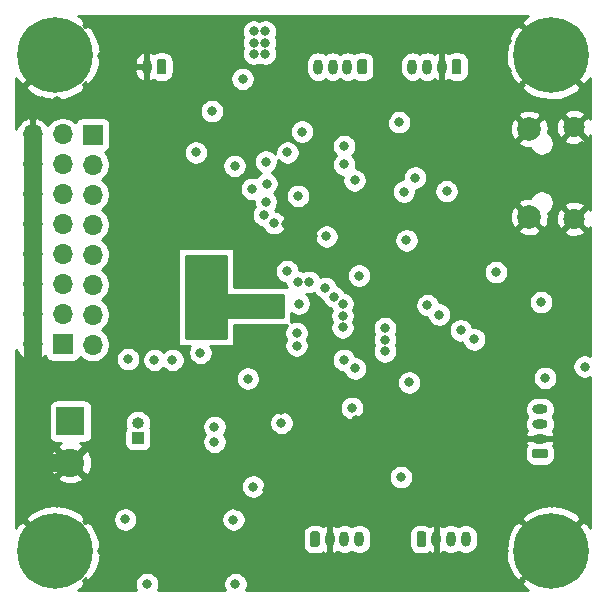
<source format=gbr>
G04 #@! TF.GenerationSoftware,KiCad,Pcbnew,(5.1.5)-3*
G04 #@! TF.CreationDate,2019-12-17T14:01:47+01:00*
G04 #@! TF.ProjectId,HadesMicroJLCPCB,48616465-734d-4696-9372-6f4a4c435043,rev?*
G04 #@! TF.SameCoordinates,Original*
G04 #@! TF.FileFunction,Copper,L2,Inr*
G04 #@! TF.FilePolarity,Positive*
%FSLAX46Y46*%
G04 Gerber Fmt 4.6, Leading zero omitted, Abs format (unit mm)*
G04 Created by KiCad (PCBNEW (5.1.5)-3) date 2019-12-17 14:01:47*
%MOMM*%
%LPD*%
G04 APERTURE LIST*
%ADD10C,6.400000*%
%ADD11C,0.800000*%
%ADD12C,2.400000*%
%ADD13R,2.400000X2.400000*%
%ADD14C,0.100000*%
%ADD15O,0.800000X1.300000*%
%ADD16O,1.300000X0.800000*%
%ADD17R,1.000000X1.000000*%
%ADD18O,1.000000X1.000000*%
%ADD19R,1.700000X1.700000*%
%ADD20O,1.700000X1.700000*%
%ADD21C,2.000000*%
%ADD22C,1.800000*%
%ADD23C,0.600000*%
%ADD24C,1.500000*%
%ADD25C,0.254000*%
G04 APERTURE END LIST*
D10*
X66000000Y-66000000D03*
D11*
X68400000Y-66000000D03*
X67697056Y-67697056D03*
X66000000Y-68400000D03*
X64302944Y-67697056D03*
X63600000Y-66000000D03*
X64302944Y-64302944D03*
X66000000Y-63600000D03*
X67697056Y-64302944D03*
X25697056Y-64302944D03*
X24000000Y-63600000D03*
X22302944Y-64302944D03*
X21600000Y-66000000D03*
X22302944Y-67697056D03*
X24000000Y-68400000D03*
X25697056Y-67697056D03*
X26400000Y-66000000D03*
D10*
X24000000Y-66000000D03*
X24000000Y-24000000D03*
D11*
X26400000Y-24000000D03*
X25697056Y-25697056D03*
X24000000Y-26400000D03*
X22302944Y-25697056D03*
X21600000Y-24000000D03*
X22302944Y-22302944D03*
X24000000Y-21600000D03*
X25697056Y-22302944D03*
X67697056Y-22302944D03*
X66000000Y-21600000D03*
X64302944Y-22302944D03*
X63600000Y-24000000D03*
X64302944Y-25697056D03*
X66000000Y-26400000D03*
X67697056Y-25697056D03*
X68400000Y-24000000D03*
D10*
X66000000Y-24000000D03*
D12*
X25298400Y-58516400D03*
D13*
X25298400Y-55016400D03*
G04 #@! TA.AperFunction,ViaPad*
D14*
G36*
X46219603Y-64350963D02*
G01*
X46239018Y-64353843D01*
X46258057Y-64358612D01*
X46276537Y-64365224D01*
X46294279Y-64373616D01*
X46311114Y-64383706D01*
X46326879Y-64395398D01*
X46341421Y-64408579D01*
X46354602Y-64423121D01*
X46366294Y-64438886D01*
X46376384Y-64455721D01*
X46384776Y-64473463D01*
X46391388Y-64491943D01*
X46396157Y-64510982D01*
X46399037Y-64530397D01*
X46400000Y-64550000D01*
X46400000Y-65450000D01*
X46399037Y-65469603D01*
X46396157Y-65489018D01*
X46391388Y-65508057D01*
X46384776Y-65526537D01*
X46376384Y-65544279D01*
X46366294Y-65561114D01*
X46354602Y-65576879D01*
X46341421Y-65591421D01*
X46326879Y-65604602D01*
X46311114Y-65616294D01*
X46294279Y-65626384D01*
X46276537Y-65634776D01*
X46258057Y-65641388D01*
X46239018Y-65646157D01*
X46219603Y-65649037D01*
X46200000Y-65650000D01*
X45800000Y-65650000D01*
X45780397Y-65649037D01*
X45760982Y-65646157D01*
X45741943Y-65641388D01*
X45723463Y-65634776D01*
X45705721Y-65626384D01*
X45688886Y-65616294D01*
X45673121Y-65604602D01*
X45658579Y-65591421D01*
X45645398Y-65576879D01*
X45633706Y-65561114D01*
X45623616Y-65544279D01*
X45615224Y-65526537D01*
X45608612Y-65508057D01*
X45603843Y-65489018D01*
X45600963Y-65469603D01*
X45600000Y-65450000D01*
X45600000Y-64550000D01*
X45600963Y-64530397D01*
X45603843Y-64510982D01*
X45608612Y-64491943D01*
X45615224Y-64473463D01*
X45623616Y-64455721D01*
X45633706Y-64438886D01*
X45645398Y-64423121D01*
X45658579Y-64408579D01*
X45673121Y-64395398D01*
X45688886Y-64383706D01*
X45705721Y-64373616D01*
X45723463Y-64365224D01*
X45741943Y-64358612D01*
X45760982Y-64353843D01*
X45780397Y-64350963D01*
X45800000Y-64350000D01*
X46200000Y-64350000D01*
X46219603Y-64350963D01*
G37*
G04 #@! TD.AperFunction*
D15*
X47250000Y-65000000D03*
X48500000Y-65000000D03*
X49750000Y-65000000D03*
D16*
X65050800Y-54005400D03*
X65050800Y-55255400D03*
X65050800Y-56505400D03*
G04 #@! TA.AperFunction,ViaPad*
D14*
G36*
X65520403Y-57356363D02*
G01*
X65539818Y-57359243D01*
X65558857Y-57364012D01*
X65577337Y-57370624D01*
X65595079Y-57379016D01*
X65611914Y-57389106D01*
X65627679Y-57400798D01*
X65642221Y-57413979D01*
X65655402Y-57428521D01*
X65667094Y-57444286D01*
X65677184Y-57461121D01*
X65685576Y-57478863D01*
X65692188Y-57497343D01*
X65696957Y-57516382D01*
X65699837Y-57535797D01*
X65700800Y-57555400D01*
X65700800Y-57955400D01*
X65699837Y-57975003D01*
X65696957Y-57994418D01*
X65692188Y-58013457D01*
X65685576Y-58031937D01*
X65677184Y-58049679D01*
X65667094Y-58066514D01*
X65655402Y-58082279D01*
X65642221Y-58096821D01*
X65627679Y-58110002D01*
X65611914Y-58121694D01*
X65595079Y-58131784D01*
X65577337Y-58140176D01*
X65558857Y-58146788D01*
X65539818Y-58151557D01*
X65520403Y-58154437D01*
X65500800Y-58155400D01*
X64600800Y-58155400D01*
X64581197Y-58154437D01*
X64561782Y-58151557D01*
X64542743Y-58146788D01*
X64524263Y-58140176D01*
X64506521Y-58131784D01*
X64489686Y-58121694D01*
X64473921Y-58110002D01*
X64459379Y-58096821D01*
X64446198Y-58082279D01*
X64434506Y-58066514D01*
X64424416Y-58049679D01*
X64416024Y-58031937D01*
X64409412Y-58013457D01*
X64404643Y-57994418D01*
X64401763Y-57975003D01*
X64400800Y-57955400D01*
X64400800Y-57555400D01*
X64401763Y-57535797D01*
X64404643Y-57516382D01*
X64409412Y-57497343D01*
X64416024Y-57478863D01*
X64424416Y-57461121D01*
X64434506Y-57444286D01*
X64446198Y-57428521D01*
X64459379Y-57413979D01*
X64473921Y-57400798D01*
X64489686Y-57389106D01*
X64506521Y-57379016D01*
X64524263Y-57370624D01*
X64542743Y-57364012D01*
X64561782Y-57359243D01*
X64581197Y-57356363D01*
X64600800Y-57355400D01*
X65500800Y-57355400D01*
X65520403Y-57356363D01*
G37*
G04 #@! TD.AperFunction*
D17*
X31013400Y-56438800D03*
D18*
X31013400Y-55168800D03*
D19*
X24638000Y-48514000D03*
D20*
X22098000Y-48514000D03*
X24638000Y-45974000D03*
X22098000Y-45974000D03*
X24638000Y-43434000D03*
X22098000Y-43434000D03*
X24638000Y-40894000D03*
X22098000Y-40894000D03*
X24638000Y-38354000D03*
X22098000Y-38354000D03*
X24638000Y-35814000D03*
X22098000Y-35814000D03*
X24638000Y-33274000D03*
X22098000Y-33274000D03*
X24638000Y-30734000D03*
X22098000Y-30734000D03*
D19*
X27178000Y-30759400D03*
D20*
X27178000Y-33299400D03*
X27178000Y-35839400D03*
X27178000Y-38379400D03*
X27178000Y-40919400D03*
X27178000Y-43459400D03*
X27178000Y-45999400D03*
X27178000Y-48539400D03*
G04 #@! TA.AperFunction,ViaPad*
D14*
G36*
X50219603Y-24350963D02*
G01*
X50239018Y-24353843D01*
X50258057Y-24358612D01*
X50276537Y-24365224D01*
X50294279Y-24373616D01*
X50311114Y-24383706D01*
X50326879Y-24395398D01*
X50341421Y-24408579D01*
X50354602Y-24423121D01*
X50366294Y-24438886D01*
X50376384Y-24455721D01*
X50384776Y-24473463D01*
X50391388Y-24491943D01*
X50396157Y-24510982D01*
X50399037Y-24530397D01*
X50400000Y-24550000D01*
X50400000Y-25450000D01*
X50399037Y-25469603D01*
X50396157Y-25489018D01*
X50391388Y-25508057D01*
X50384776Y-25526537D01*
X50376384Y-25544279D01*
X50366294Y-25561114D01*
X50354602Y-25576879D01*
X50341421Y-25591421D01*
X50326879Y-25604602D01*
X50311114Y-25616294D01*
X50294279Y-25626384D01*
X50276537Y-25634776D01*
X50258057Y-25641388D01*
X50239018Y-25646157D01*
X50219603Y-25649037D01*
X50200000Y-25650000D01*
X49800000Y-25650000D01*
X49780397Y-25649037D01*
X49760982Y-25646157D01*
X49741943Y-25641388D01*
X49723463Y-25634776D01*
X49705721Y-25626384D01*
X49688886Y-25616294D01*
X49673121Y-25604602D01*
X49658579Y-25591421D01*
X49645398Y-25576879D01*
X49633706Y-25561114D01*
X49623616Y-25544279D01*
X49615224Y-25526537D01*
X49608612Y-25508057D01*
X49603843Y-25489018D01*
X49600963Y-25469603D01*
X49600000Y-25450000D01*
X49600000Y-24550000D01*
X49600963Y-24530397D01*
X49603843Y-24510982D01*
X49608612Y-24491943D01*
X49615224Y-24473463D01*
X49623616Y-24455721D01*
X49633706Y-24438886D01*
X49645398Y-24423121D01*
X49658579Y-24408579D01*
X49673121Y-24395398D01*
X49688886Y-24383706D01*
X49705721Y-24373616D01*
X49723463Y-24365224D01*
X49741943Y-24358612D01*
X49760982Y-24353843D01*
X49780397Y-24350963D01*
X49800000Y-24350000D01*
X50200000Y-24350000D01*
X50219603Y-24350963D01*
G37*
G04 #@! TD.AperFunction*
D15*
X48750000Y-25000000D03*
X47500000Y-25000000D03*
X46250000Y-25000000D03*
G04 #@! TA.AperFunction,ViaPad*
D14*
G36*
X55219603Y-64350963D02*
G01*
X55239018Y-64353843D01*
X55258057Y-64358612D01*
X55276537Y-64365224D01*
X55294279Y-64373616D01*
X55311114Y-64383706D01*
X55326879Y-64395398D01*
X55341421Y-64408579D01*
X55354602Y-64423121D01*
X55366294Y-64438886D01*
X55376384Y-64455721D01*
X55384776Y-64473463D01*
X55391388Y-64491943D01*
X55396157Y-64510982D01*
X55399037Y-64530397D01*
X55400000Y-64550000D01*
X55400000Y-65450000D01*
X55399037Y-65469603D01*
X55396157Y-65489018D01*
X55391388Y-65508057D01*
X55384776Y-65526537D01*
X55376384Y-65544279D01*
X55366294Y-65561114D01*
X55354602Y-65576879D01*
X55341421Y-65591421D01*
X55326879Y-65604602D01*
X55311114Y-65616294D01*
X55294279Y-65626384D01*
X55276537Y-65634776D01*
X55258057Y-65641388D01*
X55239018Y-65646157D01*
X55219603Y-65649037D01*
X55200000Y-65650000D01*
X54800000Y-65650000D01*
X54780397Y-65649037D01*
X54760982Y-65646157D01*
X54741943Y-65641388D01*
X54723463Y-65634776D01*
X54705721Y-65626384D01*
X54688886Y-65616294D01*
X54673121Y-65604602D01*
X54658579Y-65591421D01*
X54645398Y-65576879D01*
X54633706Y-65561114D01*
X54623616Y-65544279D01*
X54615224Y-65526537D01*
X54608612Y-65508057D01*
X54603843Y-65489018D01*
X54600963Y-65469603D01*
X54600000Y-65450000D01*
X54600000Y-64550000D01*
X54600963Y-64530397D01*
X54603843Y-64510982D01*
X54608612Y-64491943D01*
X54615224Y-64473463D01*
X54623616Y-64455721D01*
X54633706Y-64438886D01*
X54645398Y-64423121D01*
X54658579Y-64408579D01*
X54673121Y-64395398D01*
X54688886Y-64383706D01*
X54705721Y-64373616D01*
X54723463Y-64365224D01*
X54741943Y-64358612D01*
X54760982Y-64353843D01*
X54780397Y-64350963D01*
X54800000Y-64350000D01*
X55200000Y-64350000D01*
X55219603Y-64350963D01*
G37*
G04 #@! TD.AperFunction*
D15*
X56250000Y-65000000D03*
X57500000Y-65000000D03*
X58750000Y-65000000D03*
X54250000Y-25000000D03*
X55500000Y-25000000D03*
X56750000Y-25000000D03*
G04 #@! TA.AperFunction,ViaPad*
D14*
G36*
X58219603Y-24350963D02*
G01*
X58239018Y-24353843D01*
X58258057Y-24358612D01*
X58276537Y-24365224D01*
X58294279Y-24373616D01*
X58311114Y-24383706D01*
X58326879Y-24395398D01*
X58341421Y-24408579D01*
X58354602Y-24423121D01*
X58366294Y-24438886D01*
X58376384Y-24455721D01*
X58384776Y-24473463D01*
X58391388Y-24491943D01*
X58396157Y-24510982D01*
X58399037Y-24530397D01*
X58400000Y-24550000D01*
X58400000Y-25450000D01*
X58399037Y-25469603D01*
X58396157Y-25489018D01*
X58391388Y-25508057D01*
X58384776Y-25526537D01*
X58376384Y-25544279D01*
X58366294Y-25561114D01*
X58354602Y-25576879D01*
X58341421Y-25591421D01*
X58326879Y-25604602D01*
X58311114Y-25616294D01*
X58294279Y-25626384D01*
X58276537Y-25634776D01*
X58258057Y-25641388D01*
X58239018Y-25646157D01*
X58219603Y-25649037D01*
X58200000Y-25650000D01*
X57800000Y-25650000D01*
X57780397Y-25649037D01*
X57760982Y-25646157D01*
X57741943Y-25641388D01*
X57723463Y-25634776D01*
X57705721Y-25626384D01*
X57688886Y-25616294D01*
X57673121Y-25604602D01*
X57658579Y-25591421D01*
X57645398Y-25576879D01*
X57633706Y-25561114D01*
X57623616Y-25544279D01*
X57615224Y-25526537D01*
X57608612Y-25508057D01*
X57603843Y-25489018D01*
X57600963Y-25469603D01*
X57600000Y-25450000D01*
X57600000Y-24550000D01*
X57600963Y-24530397D01*
X57603843Y-24510982D01*
X57608612Y-24491943D01*
X57615224Y-24473463D01*
X57623616Y-24455721D01*
X57633706Y-24438886D01*
X57645398Y-24423121D01*
X57658579Y-24408579D01*
X57673121Y-24395398D01*
X57688886Y-24383706D01*
X57705721Y-24373616D01*
X57723463Y-24365224D01*
X57741943Y-24358612D01*
X57760982Y-24353843D01*
X57780397Y-24350963D01*
X57800000Y-24350000D01*
X58200000Y-24350000D01*
X58219603Y-24350963D01*
G37*
G04 #@! TD.AperFunction*
D21*
X64150000Y-37725000D03*
X64150000Y-30275000D03*
D22*
X67950000Y-37875000D03*
X67950000Y-30125000D03*
G04 #@! TA.AperFunction,ViaPad*
D14*
G36*
X33219603Y-24350963D02*
G01*
X33239018Y-24353843D01*
X33258057Y-24358612D01*
X33276537Y-24365224D01*
X33294279Y-24373616D01*
X33311114Y-24383706D01*
X33326879Y-24395398D01*
X33341421Y-24408579D01*
X33354602Y-24423121D01*
X33366294Y-24438886D01*
X33376384Y-24455721D01*
X33384776Y-24473463D01*
X33391388Y-24491943D01*
X33396157Y-24510982D01*
X33399037Y-24530397D01*
X33400000Y-24550000D01*
X33400000Y-25450000D01*
X33399037Y-25469603D01*
X33396157Y-25489018D01*
X33391388Y-25508057D01*
X33384776Y-25526537D01*
X33376384Y-25544279D01*
X33366294Y-25561114D01*
X33354602Y-25576879D01*
X33341421Y-25591421D01*
X33326879Y-25604602D01*
X33311114Y-25616294D01*
X33294279Y-25626384D01*
X33276537Y-25634776D01*
X33258057Y-25641388D01*
X33239018Y-25646157D01*
X33219603Y-25649037D01*
X33200000Y-25650000D01*
X32800000Y-25650000D01*
X32780397Y-25649037D01*
X32760982Y-25646157D01*
X32741943Y-25641388D01*
X32723463Y-25634776D01*
X32705721Y-25626384D01*
X32688886Y-25616294D01*
X32673121Y-25604602D01*
X32658579Y-25591421D01*
X32645398Y-25576879D01*
X32633706Y-25561114D01*
X32623616Y-25544279D01*
X32615224Y-25526537D01*
X32608612Y-25508057D01*
X32603843Y-25489018D01*
X32600963Y-25469603D01*
X32600000Y-25450000D01*
X32600000Y-24550000D01*
X32600963Y-24530397D01*
X32603843Y-24510982D01*
X32608612Y-24491943D01*
X32615224Y-24473463D01*
X32623616Y-24455721D01*
X32633706Y-24438886D01*
X32645398Y-24423121D01*
X32658579Y-24408579D01*
X32673121Y-24395398D01*
X32688886Y-24383706D01*
X32705721Y-24373616D01*
X32723463Y-24365224D01*
X32741943Y-24358612D01*
X32760982Y-24353843D01*
X32780397Y-24350963D01*
X32800000Y-24350000D01*
X33200000Y-24350000D01*
X33219603Y-24350963D01*
G37*
G04 #@! TD.AperFunction*
D15*
X31750000Y-25000000D03*
D11*
X56032400Y-40767000D03*
X45821600Y-39370000D03*
X43154600Y-54102000D03*
D23*
X60071000Y-33401000D03*
D11*
X63500000Y-62357000D03*
X62996800Y-58704200D03*
X35306000Y-29692600D03*
X30734000Y-21590000D03*
X30734000Y-22606000D03*
X30734000Y-23622000D03*
X34036000Y-23622000D03*
X34036000Y-22606000D03*
X34036000Y-21590000D03*
X36068000Y-27051000D03*
X35052000Y-27051000D03*
X35052000Y-28067000D03*
X36068000Y-28067000D03*
X42545000Y-26035000D03*
X41529000Y-27051000D03*
X35702600Y-34585000D03*
X32757400Y-39785000D03*
D23*
X38303200Y-41198800D03*
X35229800Y-47828200D03*
D11*
X39801800Y-39370000D03*
X40640000Y-47244000D03*
X65938400Y-33538400D03*
X60045600Y-30734000D03*
X53492400Y-54635400D03*
X49453800Y-54914800D03*
X57454800Y-59893200D03*
X43586400Y-38328600D03*
X39141400Y-60477400D03*
X41910000Y-60883800D03*
X44577000Y-57251600D03*
X32537400Y-52959000D03*
X37312600Y-51409600D03*
X45237400Y-32181800D03*
X27940000Y-21590000D03*
X29210000Y-21590000D03*
X27940000Y-22860000D03*
X27940000Y-24130000D03*
X29210000Y-22860000D03*
X29210000Y-24130000D03*
X29210000Y-25400000D03*
X27940000Y-25400000D03*
X27940000Y-26670000D03*
X29210000Y-26670000D03*
X29210000Y-27940000D03*
X27940000Y-27940000D03*
X26670000Y-27940000D03*
X25400000Y-27940000D03*
X24130000Y-27940000D03*
X22860000Y-27940000D03*
X21590000Y-27940000D03*
X52070000Y-29210000D03*
X26670000Y-62230000D03*
X27940000Y-62230000D03*
X29210000Y-62230000D03*
X27940000Y-63500000D03*
X27940000Y-64770000D03*
X27940000Y-66040000D03*
X27940000Y-67310000D03*
X27940000Y-68580000D03*
X21590000Y-61976000D03*
X22860000Y-61976000D03*
X53340000Y-62230000D03*
X54610000Y-62230000D03*
X59690000Y-62230000D03*
X61976000Y-64770000D03*
X61976000Y-66040000D03*
X61976000Y-67310000D03*
X64770000Y-61976000D03*
X67310000Y-61976000D03*
X68580000Y-61976000D03*
X68580000Y-60706000D03*
X67310000Y-60706000D03*
X66040000Y-60706000D03*
X64770000Y-60706000D03*
X63500000Y-60706000D03*
X60960000Y-21590000D03*
X62230000Y-21590000D03*
X62230000Y-22860000D03*
X60960000Y-22860000D03*
X60960000Y-24130000D03*
X62230000Y-25400000D03*
X68580000Y-31750000D03*
X68580000Y-33020000D03*
X68580000Y-34290000D03*
X66040000Y-35560000D03*
X68580000Y-35560000D03*
X52070000Y-33020000D03*
X53340000Y-33020000D03*
X39370000Y-62230000D03*
X66040000Y-61976000D03*
X61976000Y-68580000D03*
X24130000Y-61976000D03*
X53746400Y-39700200D03*
X42545000Y-38252400D03*
X43637200Y-42316400D03*
X43154600Y-55168800D03*
X53975000Y-51739800D03*
X36296600Y-49225200D03*
X40309800Y-51409600D03*
X37266600Y-28757600D03*
X41783000Y-23901400D03*
X40817800Y-22961600D03*
X41783000Y-22961600D03*
X39878000Y-26035000D03*
X40817800Y-22021800D03*
X41783000Y-22021800D03*
X68834000Y-50393600D03*
X61315600Y-42392600D03*
X40767000Y-60553600D03*
X39261800Y-68802000D03*
X31794200Y-68802000D03*
X53111400Y-29692600D03*
X53268600Y-59761400D03*
X43662600Y-32258000D03*
X40817800Y-23901400D03*
X30175200Y-49758600D03*
X57150000Y-35534600D03*
X51917600Y-47142400D03*
X65151000Y-44932600D03*
X51917600Y-48107600D03*
X58343800Y-47320200D03*
X51917600Y-49098200D03*
X59486800Y-48082200D03*
X33934400Y-49834800D03*
X44450000Y-47548800D03*
X32410400Y-49834800D03*
X44450000Y-48615600D03*
X65481200Y-51358800D03*
X49352200Y-34620200D03*
X48336200Y-46101000D03*
X46964600Y-39370000D03*
X49733200Y-42697400D03*
X41833800Y-36449000D03*
X44577800Y-35941000D03*
X40690800Y-35356800D03*
X41679201Y-37539001D03*
X48336200Y-47066200D03*
X48463200Y-31724600D03*
X44907200Y-30505400D03*
X41910000Y-34899600D03*
X48336200Y-45085000D03*
X48463200Y-33274000D03*
X41833800Y-33045400D03*
X48437800Y-49834800D03*
X49403000Y-50546000D03*
X49123600Y-53882600D03*
X39090600Y-63347600D03*
X56515000Y-45999400D03*
X54483000Y-34391600D03*
X55524400Y-45186600D03*
X53517800Y-35585400D03*
X47574200Y-44475400D03*
X46888400Y-43738800D03*
X29941800Y-63327000D03*
X44627800Y-45059600D03*
X45491400Y-43230800D03*
X39192200Y-33401000D03*
X37490400Y-55499000D03*
X37490400Y-56769000D03*
X44526200Y-43230800D03*
X35915600Y-32258000D03*
D24*
X22098000Y-30734000D02*
X22098000Y-33274000D01*
X22098000Y-33274000D02*
X22098000Y-35814000D01*
X22098000Y-35814000D02*
X22098000Y-38354000D01*
X22098000Y-38354000D02*
X22098000Y-40894000D01*
X22098000Y-40894000D02*
X22098000Y-43434000D01*
X22098000Y-43434000D02*
X22098000Y-45974000D01*
X22098000Y-45974000D02*
X22098000Y-48514000D01*
X23601344Y-58516400D02*
X25298400Y-58516400D01*
X22098000Y-48514000D02*
X22098000Y-57013056D01*
X22098000Y-57013056D02*
X23601344Y-58516400D01*
D25*
G36*
X63879330Y-20782445D02*
G01*
X63838912Y-20809452D01*
X63478724Y-21299119D01*
X63664416Y-21484811D01*
X63643170Y-21499007D01*
X63499007Y-21643170D01*
X63484811Y-21664416D01*
X63299119Y-21478724D01*
X62809452Y-21838912D01*
X62449151Y-22502882D01*
X62225306Y-23224385D01*
X62146520Y-23975695D01*
X62215822Y-24727938D01*
X62430548Y-25452208D01*
X62782445Y-26120670D01*
X62809452Y-26161088D01*
X63299119Y-26521276D01*
X63484811Y-26335584D01*
X63499007Y-26356830D01*
X63643170Y-26500993D01*
X63664416Y-26515189D01*
X63478724Y-26700881D01*
X63838912Y-27190548D01*
X64502882Y-27550849D01*
X65224385Y-27774694D01*
X65975695Y-27853480D01*
X66727938Y-27784178D01*
X67452208Y-27569452D01*
X68120670Y-27217555D01*
X68161088Y-27190548D01*
X68521276Y-26700881D01*
X66000000Y-24179605D01*
X65121077Y-25058528D01*
X65106881Y-25037282D01*
X64962718Y-24893119D01*
X64941472Y-24878923D01*
X65820395Y-24000000D01*
X64941472Y-23121077D01*
X64962718Y-23106881D01*
X65106881Y-22962718D01*
X65121077Y-22941472D01*
X66000000Y-23820395D01*
X66014143Y-23806253D01*
X66193748Y-23985858D01*
X66179605Y-24000000D01*
X68700881Y-26521276D01*
X69190548Y-26161088D01*
X69315000Y-25931745D01*
X69315000Y-29411649D01*
X69268261Y-29324208D01*
X69014080Y-29240525D01*
X68129605Y-30125000D01*
X69014080Y-31009475D01*
X69268261Y-30925792D01*
X69315000Y-30828467D01*
X69315000Y-37161649D01*
X69268261Y-37074208D01*
X69014080Y-36990525D01*
X68129605Y-37875000D01*
X69014080Y-38759475D01*
X69268261Y-38675792D01*
X69315000Y-38578467D01*
X69315001Y-49472561D01*
X69135898Y-49398374D01*
X68935939Y-49358600D01*
X68732061Y-49358600D01*
X68532102Y-49398374D01*
X68343744Y-49476395D01*
X68174226Y-49589663D01*
X68030063Y-49733826D01*
X67916795Y-49903344D01*
X67838774Y-50091702D01*
X67799000Y-50291661D01*
X67799000Y-50495539D01*
X67838774Y-50695498D01*
X67916795Y-50883856D01*
X68030063Y-51053374D01*
X68174226Y-51197537D01*
X68343744Y-51310805D01*
X68532102Y-51388826D01*
X68732061Y-51428600D01*
X68935939Y-51428600D01*
X69135898Y-51388826D01*
X69315001Y-51314639D01*
X69315001Y-64064438D01*
X69217555Y-63879330D01*
X69190548Y-63838912D01*
X68700881Y-63478724D01*
X66179605Y-66000000D01*
X66193748Y-66014143D01*
X66014143Y-66193748D01*
X66000000Y-66179605D01*
X65121077Y-67058528D01*
X65106881Y-67037282D01*
X64962718Y-66893119D01*
X64941472Y-66878923D01*
X65820395Y-66000000D01*
X64941472Y-65121077D01*
X64962718Y-65106881D01*
X65106881Y-64962718D01*
X65121077Y-64941472D01*
X66000000Y-65820395D01*
X68521276Y-63299119D01*
X68161088Y-62809452D01*
X67497118Y-62449151D01*
X66775615Y-62225306D01*
X66024305Y-62146520D01*
X65272062Y-62215822D01*
X64547792Y-62430548D01*
X63879330Y-62782445D01*
X63838912Y-62809452D01*
X63478724Y-63299119D01*
X63664416Y-63484811D01*
X63643170Y-63499007D01*
X63499007Y-63643170D01*
X63484811Y-63664416D01*
X63299119Y-63478724D01*
X62809452Y-63838912D01*
X62449151Y-64502882D01*
X62225306Y-65224385D01*
X62146520Y-65975695D01*
X62215822Y-66727938D01*
X62430548Y-67452208D01*
X62782445Y-68120670D01*
X62809452Y-68161088D01*
X63299119Y-68521276D01*
X63484811Y-68335584D01*
X63499007Y-68356830D01*
X63643170Y-68500993D01*
X63664416Y-68515189D01*
X63478724Y-68700881D01*
X63838912Y-69190548D01*
X64068255Y-69315000D01*
X40163808Y-69315000D01*
X40179005Y-69292256D01*
X40257026Y-69103898D01*
X40296800Y-68903939D01*
X40296800Y-68700061D01*
X40257026Y-68500102D01*
X40179005Y-68311744D01*
X40065737Y-68142226D01*
X39921574Y-67998063D01*
X39752056Y-67884795D01*
X39563698Y-67806774D01*
X39363739Y-67767000D01*
X39159861Y-67767000D01*
X38959902Y-67806774D01*
X38771544Y-67884795D01*
X38602026Y-67998063D01*
X38457863Y-68142226D01*
X38344595Y-68311744D01*
X38266574Y-68500102D01*
X38226800Y-68700061D01*
X38226800Y-68903939D01*
X38266574Y-69103898D01*
X38344595Y-69292256D01*
X38359792Y-69315000D01*
X32696208Y-69315000D01*
X32711405Y-69292256D01*
X32789426Y-69103898D01*
X32829200Y-68903939D01*
X32829200Y-68700061D01*
X32789426Y-68500102D01*
X32711405Y-68311744D01*
X32598137Y-68142226D01*
X32453974Y-67998063D01*
X32284456Y-67884795D01*
X32096098Y-67806774D01*
X31896139Y-67767000D01*
X31692261Y-67767000D01*
X31492302Y-67806774D01*
X31303944Y-67884795D01*
X31134426Y-67998063D01*
X30990263Y-68142226D01*
X30876995Y-68311744D01*
X30798974Y-68500102D01*
X30759200Y-68700061D01*
X30759200Y-68903939D01*
X30798974Y-69103898D01*
X30876995Y-69292256D01*
X30892192Y-69315000D01*
X25935564Y-69315000D01*
X26120670Y-69217555D01*
X26161088Y-69190548D01*
X26521276Y-68700881D01*
X26335584Y-68515189D01*
X26356830Y-68500993D01*
X26500993Y-68356830D01*
X26515189Y-68335584D01*
X26700881Y-68521276D01*
X27190548Y-68161088D01*
X27550849Y-67497118D01*
X27774694Y-66775615D01*
X27853480Y-66024305D01*
X27784178Y-65272062D01*
X27570107Y-64550000D01*
X44961928Y-64550000D01*
X44961928Y-65450000D01*
X44978031Y-65613500D01*
X45025722Y-65770716D01*
X45103169Y-65915608D01*
X45207394Y-66042606D01*
X45334392Y-66146831D01*
X45479284Y-66224278D01*
X45636500Y-66271969D01*
X45800000Y-66288072D01*
X46200000Y-66288072D01*
X46363500Y-66271969D01*
X46520716Y-66224278D01*
X46665608Y-66146831D01*
X46683985Y-66131749D01*
X46701840Y-66145255D01*
X46887028Y-66234994D01*
X46963877Y-66244666D01*
X47123000Y-66116998D01*
X47123000Y-65127000D01*
X47103000Y-65127000D01*
X47103000Y-64873000D01*
X47123000Y-64873000D01*
X47123000Y-63883002D01*
X47377000Y-63883002D01*
X47377000Y-64873000D01*
X47397000Y-64873000D01*
X47397000Y-65127000D01*
X47377000Y-65127000D01*
X47377000Y-66116998D01*
X47536123Y-66244666D01*
X47612972Y-66234994D01*
X47798160Y-66145255D01*
X47882063Y-66081791D01*
X47922204Y-66114734D01*
X48102008Y-66210841D01*
X48297106Y-66270024D01*
X48500000Y-66290007D01*
X48702895Y-66270024D01*
X48897993Y-66210841D01*
X49077797Y-66114734D01*
X49125001Y-66075995D01*
X49172204Y-66114734D01*
X49352008Y-66210841D01*
X49547106Y-66270024D01*
X49750000Y-66290007D01*
X49952895Y-66270024D01*
X50147993Y-66210841D01*
X50327797Y-66114734D01*
X50485396Y-65985396D01*
X50614734Y-65827797D01*
X50710841Y-65647992D01*
X50770024Y-65452894D01*
X50785000Y-65300837D01*
X50785000Y-64699162D01*
X50770310Y-64550000D01*
X53961928Y-64550000D01*
X53961928Y-65450000D01*
X53978031Y-65613500D01*
X54025722Y-65770716D01*
X54103169Y-65915608D01*
X54207394Y-66042606D01*
X54334392Y-66146831D01*
X54479284Y-66224278D01*
X54636500Y-66271969D01*
X54800000Y-66288072D01*
X55200000Y-66288072D01*
X55363500Y-66271969D01*
X55520716Y-66224278D01*
X55665608Y-66146831D01*
X55683985Y-66131749D01*
X55701840Y-66145255D01*
X55887028Y-66234994D01*
X55963877Y-66244666D01*
X56123000Y-66116998D01*
X56123000Y-65127000D01*
X56103000Y-65127000D01*
X56103000Y-64873000D01*
X56123000Y-64873000D01*
X56123000Y-63883002D01*
X56377000Y-63883002D01*
X56377000Y-64873000D01*
X56397000Y-64873000D01*
X56397000Y-65127000D01*
X56377000Y-65127000D01*
X56377000Y-66116998D01*
X56536123Y-66244666D01*
X56612972Y-66234994D01*
X56798160Y-66145255D01*
X56882063Y-66081791D01*
X56922204Y-66114734D01*
X57102008Y-66210841D01*
X57297106Y-66270024D01*
X57500000Y-66290007D01*
X57702895Y-66270024D01*
X57897993Y-66210841D01*
X58077797Y-66114734D01*
X58125001Y-66075995D01*
X58172204Y-66114734D01*
X58352008Y-66210841D01*
X58547106Y-66270024D01*
X58750000Y-66290007D01*
X58952895Y-66270024D01*
X59147993Y-66210841D01*
X59327797Y-66114734D01*
X59485396Y-65985396D01*
X59614734Y-65827797D01*
X59710841Y-65647992D01*
X59770024Y-65452894D01*
X59785000Y-65300837D01*
X59785000Y-64699162D01*
X59770024Y-64547105D01*
X59710841Y-64352007D01*
X59614734Y-64172203D01*
X59485396Y-64014604D01*
X59327797Y-63885266D01*
X59147992Y-63789159D01*
X58952894Y-63729976D01*
X58750000Y-63709993D01*
X58547105Y-63729976D01*
X58352007Y-63789159D01*
X58172203Y-63885266D01*
X58125000Y-63924004D01*
X58077797Y-63885266D01*
X57897992Y-63789159D01*
X57702894Y-63729976D01*
X57500000Y-63709993D01*
X57297105Y-63729976D01*
X57102007Y-63789159D01*
X56922203Y-63885266D01*
X56882062Y-63918209D01*
X56798160Y-63854745D01*
X56612972Y-63765006D01*
X56536123Y-63755334D01*
X56377000Y-63883002D01*
X56123000Y-63883002D01*
X55963877Y-63755334D01*
X55887028Y-63765006D01*
X55701840Y-63854745D01*
X55683985Y-63868251D01*
X55665608Y-63853169D01*
X55520716Y-63775722D01*
X55363500Y-63728031D01*
X55200000Y-63711928D01*
X54800000Y-63711928D01*
X54636500Y-63728031D01*
X54479284Y-63775722D01*
X54334392Y-63853169D01*
X54207394Y-63957394D01*
X54103169Y-64084392D01*
X54025722Y-64229284D01*
X53978031Y-64386500D01*
X53961928Y-64550000D01*
X50770310Y-64550000D01*
X50770024Y-64547105D01*
X50710841Y-64352007D01*
X50614734Y-64172203D01*
X50485396Y-64014604D01*
X50327797Y-63885266D01*
X50147992Y-63789159D01*
X49952894Y-63729976D01*
X49750000Y-63709993D01*
X49547105Y-63729976D01*
X49352007Y-63789159D01*
X49172203Y-63885266D01*
X49125000Y-63924004D01*
X49077797Y-63885266D01*
X48897992Y-63789159D01*
X48702894Y-63729976D01*
X48500000Y-63709993D01*
X48297105Y-63729976D01*
X48102007Y-63789159D01*
X47922203Y-63885266D01*
X47882062Y-63918209D01*
X47798160Y-63854745D01*
X47612972Y-63765006D01*
X47536123Y-63755334D01*
X47377000Y-63883002D01*
X47123000Y-63883002D01*
X46963877Y-63755334D01*
X46887028Y-63765006D01*
X46701840Y-63854745D01*
X46683985Y-63868251D01*
X46665608Y-63853169D01*
X46520716Y-63775722D01*
X46363500Y-63728031D01*
X46200000Y-63711928D01*
X45800000Y-63711928D01*
X45636500Y-63728031D01*
X45479284Y-63775722D01*
X45334392Y-63853169D01*
X45207394Y-63957394D01*
X45103169Y-64084392D01*
X45025722Y-64229284D01*
X44978031Y-64386500D01*
X44961928Y-64550000D01*
X27570107Y-64550000D01*
X27569452Y-64547792D01*
X27217555Y-63879330D01*
X27190548Y-63838912D01*
X26700881Y-63478724D01*
X26515189Y-63664416D01*
X26500993Y-63643170D01*
X26356830Y-63499007D01*
X26335584Y-63484811D01*
X26521276Y-63299119D01*
X26466801Y-63225061D01*
X28906800Y-63225061D01*
X28906800Y-63428939D01*
X28946574Y-63628898D01*
X29024595Y-63817256D01*
X29137863Y-63986774D01*
X29282026Y-64130937D01*
X29451544Y-64244205D01*
X29639902Y-64322226D01*
X29839861Y-64362000D01*
X30043739Y-64362000D01*
X30243698Y-64322226D01*
X30432056Y-64244205D01*
X30601574Y-64130937D01*
X30745737Y-63986774D01*
X30859005Y-63817256D01*
X30937026Y-63628898D01*
X30976800Y-63428939D01*
X30976800Y-63245661D01*
X38055600Y-63245661D01*
X38055600Y-63449539D01*
X38095374Y-63649498D01*
X38173395Y-63837856D01*
X38286663Y-64007374D01*
X38430826Y-64151537D01*
X38600344Y-64264805D01*
X38788702Y-64342826D01*
X38988661Y-64382600D01*
X39192539Y-64382600D01*
X39392498Y-64342826D01*
X39580856Y-64264805D01*
X39750374Y-64151537D01*
X39894537Y-64007374D01*
X40007805Y-63837856D01*
X40085826Y-63649498D01*
X40125600Y-63449539D01*
X40125600Y-63245661D01*
X40085826Y-63045702D01*
X40007805Y-62857344D01*
X39894537Y-62687826D01*
X39750374Y-62543663D01*
X39580856Y-62430395D01*
X39392498Y-62352374D01*
X39192539Y-62312600D01*
X38988661Y-62312600D01*
X38788702Y-62352374D01*
X38600344Y-62430395D01*
X38430826Y-62543663D01*
X38286663Y-62687826D01*
X38173395Y-62857344D01*
X38095374Y-63045702D01*
X38055600Y-63245661D01*
X30976800Y-63245661D01*
X30976800Y-63225061D01*
X30937026Y-63025102D01*
X30859005Y-62836744D01*
X30745737Y-62667226D01*
X30601574Y-62523063D01*
X30432056Y-62409795D01*
X30243698Y-62331774D01*
X30043739Y-62292000D01*
X29839861Y-62292000D01*
X29639902Y-62331774D01*
X29451544Y-62409795D01*
X29282026Y-62523063D01*
X29137863Y-62667226D01*
X29024595Y-62836744D01*
X28946574Y-63025102D01*
X28906800Y-63225061D01*
X26466801Y-63225061D01*
X26161088Y-62809452D01*
X25497118Y-62449151D01*
X24775615Y-62225306D01*
X24024305Y-62146520D01*
X23272062Y-62215822D01*
X22547792Y-62430548D01*
X21879330Y-62782445D01*
X21838912Y-62809452D01*
X21478724Y-63299119D01*
X24000000Y-65820395D01*
X24878923Y-64941472D01*
X24893119Y-64962718D01*
X25037282Y-65106881D01*
X25058528Y-65121077D01*
X24179605Y-66000000D01*
X25058528Y-66878923D01*
X25037282Y-66893119D01*
X24893119Y-67037282D01*
X24878923Y-67058528D01*
X24000000Y-66179605D01*
X23985858Y-66193748D01*
X23806253Y-66014143D01*
X23820395Y-66000000D01*
X21299119Y-63478724D01*
X20809452Y-63838912D01*
X20685000Y-64068255D01*
X20685000Y-60451661D01*
X39732000Y-60451661D01*
X39732000Y-60655539D01*
X39771774Y-60855498D01*
X39849795Y-61043856D01*
X39963063Y-61213374D01*
X40107226Y-61357537D01*
X40276744Y-61470805D01*
X40465102Y-61548826D01*
X40665061Y-61588600D01*
X40868939Y-61588600D01*
X41068898Y-61548826D01*
X41257256Y-61470805D01*
X41426774Y-61357537D01*
X41570937Y-61213374D01*
X41684205Y-61043856D01*
X41762226Y-60855498D01*
X41802000Y-60655539D01*
X41802000Y-60451661D01*
X41762226Y-60251702D01*
X41684205Y-60063344D01*
X41570937Y-59893826D01*
X41426774Y-59749663D01*
X41291777Y-59659461D01*
X52233600Y-59659461D01*
X52233600Y-59863339D01*
X52273374Y-60063298D01*
X52351395Y-60251656D01*
X52464663Y-60421174D01*
X52608826Y-60565337D01*
X52778344Y-60678605D01*
X52966702Y-60756626D01*
X53166661Y-60796400D01*
X53370539Y-60796400D01*
X53570498Y-60756626D01*
X53758856Y-60678605D01*
X53928374Y-60565337D01*
X54072537Y-60421174D01*
X54185805Y-60251656D01*
X54263826Y-60063298D01*
X54303600Y-59863339D01*
X54303600Y-59659461D01*
X54263826Y-59459502D01*
X54185805Y-59271144D01*
X54072537Y-59101626D01*
X53928374Y-58957463D01*
X53758856Y-58844195D01*
X53570498Y-58766174D01*
X53370539Y-58726400D01*
X53166661Y-58726400D01*
X52966702Y-58766174D01*
X52778344Y-58844195D01*
X52608826Y-58957463D01*
X52464663Y-59101626D01*
X52351395Y-59271144D01*
X52273374Y-59459502D01*
X52233600Y-59659461D01*
X41291777Y-59659461D01*
X41257256Y-59636395D01*
X41068898Y-59558374D01*
X40868939Y-59518600D01*
X40665061Y-59518600D01*
X40465102Y-59558374D01*
X40276744Y-59636395D01*
X40107226Y-59749663D01*
X39963063Y-59893826D01*
X39849795Y-60063344D01*
X39771774Y-60251702D01*
X39732000Y-60451661D01*
X20685000Y-60451661D01*
X20685000Y-59794380D01*
X24200026Y-59794380D01*
X24319914Y-60079236D01*
X24643610Y-60240099D01*
X24992469Y-60334722D01*
X25353084Y-60359467D01*
X25711598Y-60313385D01*
X26054233Y-60198246D01*
X26276886Y-60079236D01*
X26396774Y-59794380D01*
X25298400Y-58696005D01*
X24200026Y-59794380D01*
X20685000Y-59794380D01*
X20685000Y-58571084D01*
X23455333Y-58571084D01*
X23501415Y-58929598D01*
X23616554Y-59272233D01*
X23735564Y-59494886D01*
X24020420Y-59614774D01*
X25118795Y-58516400D01*
X25478005Y-58516400D01*
X26576380Y-59614774D01*
X26861236Y-59494886D01*
X27022099Y-59171190D01*
X27116722Y-58822331D01*
X27141467Y-58461716D01*
X27095385Y-58103202D01*
X26980246Y-57760567D01*
X26861236Y-57537914D01*
X26576380Y-57418026D01*
X25478005Y-58516400D01*
X25118795Y-58516400D01*
X24020420Y-57418026D01*
X23735564Y-57537914D01*
X23574701Y-57861610D01*
X23480078Y-58210469D01*
X23455333Y-58571084D01*
X20685000Y-58571084D01*
X20685000Y-53816400D01*
X23460328Y-53816400D01*
X23460328Y-56216400D01*
X23472588Y-56340882D01*
X23508898Y-56460580D01*
X23567863Y-56570894D01*
X23647215Y-56667585D01*
X23743906Y-56746937D01*
X23854220Y-56805902D01*
X23973918Y-56842212D01*
X24098400Y-56854472D01*
X24505303Y-56854472D01*
X24319914Y-56953564D01*
X24200026Y-57238420D01*
X25298400Y-58336795D01*
X26396774Y-57238420D01*
X26276886Y-56953564D01*
X26077488Y-56854472D01*
X26498400Y-56854472D01*
X26622882Y-56842212D01*
X26742580Y-56805902D01*
X26852894Y-56746937D01*
X26949585Y-56667585D01*
X27028937Y-56570894D01*
X27087902Y-56460580D01*
X27124212Y-56340882D01*
X27136472Y-56216400D01*
X27136472Y-55938800D01*
X29875328Y-55938800D01*
X29875328Y-56938800D01*
X29887588Y-57063282D01*
X29923898Y-57182980D01*
X29982863Y-57293294D01*
X30062215Y-57389985D01*
X30158906Y-57469337D01*
X30269220Y-57528302D01*
X30388918Y-57564612D01*
X30513400Y-57576872D01*
X31513400Y-57576872D01*
X31637882Y-57564612D01*
X31757580Y-57528302D01*
X31867894Y-57469337D01*
X31964585Y-57389985D01*
X32043937Y-57293294D01*
X32102902Y-57182980D01*
X32139212Y-57063282D01*
X32151472Y-56938800D01*
X32151472Y-55938800D01*
X32139212Y-55814318D01*
X32102902Y-55694620D01*
X32058512Y-55611574D01*
X32104783Y-55499867D01*
X32125232Y-55397061D01*
X36455400Y-55397061D01*
X36455400Y-55600939D01*
X36495174Y-55800898D01*
X36573195Y-55989256D01*
X36669910Y-56134000D01*
X36573195Y-56278744D01*
X36495174Y-56467102D01*
X36455400Y-56667061D01*
X36455400Y-56870939D01*
X36495174Y-57070898D01*
X36573195Y-57259256D01*
X36686463Y-57428774D01*
X36830626Y-57572937D01*
X37000144Y-57686205D01*
X37188502Y-57764226D01*
X37388461Y-57804000D01*
X37592339Y-57804000D01*
X37792298Y-57764226D01*
X37980656Y-57686205D01*
X38150174Y-57572937D01*
X38167711Y-57555400D01*
X63762728Y-57555400D01*
X63762728Y-57955400D01*
X63778831Y-58118900D01*
X63826522Y-58276116D01*
X63903969Y-58421008D01*
X64008194Y-58548006D01*
X64135192Y-58652231D01*
X64280084Y-58729678D01*
X64437300Y-58777369D01*
X64600800Y-58793472D01*
X65500800Y-58793472D01*
X65664300Y-58777369D01*
X65821516Y-58729678D01*
X65966408Y-58652231D01*
X66093406Y-58548006D01*
X66197631Y-58421008D01*
X66275078Y-58276116D01*
X66322769Y-58118900D01*
X66338872Y-57955400D01*
X66338872Y-57555400D01*
X66322769Y-57391900D01*
X66275078Y-57234684D01*
X66197631Y-57089792D01*
X66182549Y-57071415D01*
X66196055Y-57053560D01*
X66285794Y-56868372D01*
X66295466Y-56791523D01*
X66167798Y-56632400D01*
X65177800Y-56632400D01*
X65177800Y-56652400D01*
X64923800Y-56652400D01*
X64923800Y-56632400D01*
X63933802Y-56632400D01*
X63806134Y-56791523D01*
X63815806Y-56868372D01*
X63905545Y-57053560D01*
X63919051Y-57071415D01*
X63903969Y-57089792D01*
X63826522Y-57234684D01*
X63778831Y-57391900D01*
X63762728Y-57555400D01*
X38167711Y-57555400D01*
X38294337Y-57428774D01*
X38407605Y-57259256D01*
X38485626Y-57070898D01*
X38525400Y-56870939D01*
X38525400Y-56667061D01*
X38485626Y-56467102D01*
X38407605Y-56278744D01*
X38310890Y-56134000D01*
X38407605Y-55989256D01*
X38485626Y-55800898D01*
X38525400Y-55600939D01*
X38525400Y-55397061D01*
X38485626Y-55197102D01*
X38431679Y-55066861D01*
X42119600Y-55066861D01*
X42119600Y-55270739D01*
X42159374Y-55470698D01*
X42237395Y-55659056D01*
X42350663Y-55828574D01*
X42494826Y-55972737D01*
X42664344Y-56086005D01*
X42852702Y-56164026D01*
X43052661Y-56203800D01*
X43256539Y-56203800D01*
X43456498Y-56164026D01*
X43644856Y-56086005D01*
X43814374Y-55972737D01*
X43958537Y-55828574D01*
X44071805Y-55659056D01*
X44149826Y-55470698D01*
X44189600Y-55270739D01*
X44189600Y-55066861D01*
X44149826Y-54866902D01*
X44071805Y-54678544D01*
X43958537Y-54509026D01*
X43814374Y-54364863D01*
X43644856Y-54251595D01*
X43456498Y-54173574D01*
X43256539Y-54133800D01*
X43052661Y-54133800D01*
X42852702Y-54173574D01*
X42664344Y-54251595D01*
X42494826Y-54364863D01*
X42350663Y-54509026D01*
X42237395Y-54678544D01*
X42159374Y-54866902D01*
X42119600Y-55066861D01*
X38431679Y-55066861D01*
X38407605Y-55008744D01*
X38294337Y-54839226D01*
X38150174Y-54695063D01*
X37980656Y-54581795D01*
X37792298Y-54503774D01*
X37592339Y-54464000D01*
X37388461Y-54464000D01*
X37188502Y-54503774D01*
X37000144Y-54581795D01*
X36830626Y-54695063D01*
X36686463Y-54839226D01*
X36573195Y-55008744D01*
X36495174Y-55197102D01*
X36455400Y-55397061D01*
X32125232Y-55397061D01*
X32148400Y-55280588D01*
X32148400Y-55057012D01*
X32104783Y-54837733D01*
X32019224Y-54631176D01*
X31895012Y-54445280D01*
X31736920Y-54287188D01*
X31551024Y-54162976D01*
X31344467Y-54077417D01*
X31125188Y-54033800D01*
X30901612Y-54033800D01*
X30682333Y-54077417D01*
X30475776Y-54162976D01*
X30289880Y-54287188D01*
X30131788Y-54445280D01*
X30007576Y-54631176D01*
X29922017Y-54837733D01*
X29878400Y-55057012D01*
X29878400Y-55280588D01*
X29922017Y-55499867D01*
X29968288Y-55611574D01*
X29923898Y-55694620D01*
X29887588Y-55814318D01*
X29875328Y-55938800D01*
X27136472Y-55938800D01*
X27136472Y-53816400D01*
X27132953Y-53780661D01*
X48088600Y-53780661D01*
X48088600Y-53984539D01*
X48128374Y-54184498D01*
X48206395Y-54372856D01*
X48319663Y-54542374D01*
X48463826Y-54686537D01*
X48633344Y-54799805D01*
X48821702Y-54877826D01*
X49021661Y-54917600D01*
X49225539Y-54917600D01*
X49425498Y-54877826D01*
X49613856Y-54799805D01*
X49783374Y-54686537D01*
X49927537Y-54542374D01*
X50040805Y-54372856D01*
X50118826Y-54184498D01*
X50154450Y-54005400D01*
X63760793Y-54005400D01*
X63780776Y-54208295D01*
X63839959Y-54403393D01*
X63936066Y-54583197D01*
X63974804Y-54630400D01*
X63936066Y-54677603D01*
X63839959Y-54857407D01*
X63780776Y-55052505D01*
X63760793Y-55255400D01*
X63780776Y-55458295D01*
X63839959Y-55653393D01*
X63936066Y-55833197D01*
X63969009Y-55873338D01*
X63905545Y-55957240D01*
X63815806Y-56142428D01*
X63806134Y-56219277D01*
X63933802Y-56378400D01*
X64923800Y-56378400D01*
X64923800Y-56358400D01*
X65177800Y-56358400D01*
X65177800Y-56378400D01*
X66167798Y-56378400D01*
X66295466Y-56219277D01*
X66285794Y-56142428D01*
X66196055Y-55957240D01*
X66132591Y-55873338D01*
X66165534Y-55833197D01*
X66261641Y-55653393D01*
X66320824Y-55458295D01*
X66340807Y-55255400D01*
X66320824Y-55052505D01*
X66261641Y-54857407D01*
X66165534Y-54677603D01*
X66126796Y-54630400D01*
X66165534Y-54583197D01*
X66261641Y-54403393D01*
X66320824Y-54208295D01*
X66340807Y-54005400D01*
X66320824Y-53802505D01*
X66261641Y-53607407D01*
X66165534Y-53427603D01*
X66036196Y-53270004D01*
X65878597Y-53140666D01*
X65698793Y-53044559D01*
X65503695Y-52985376D01*
X65351638Y-52970400D01*
X64749962Y-52970400D01*
X64597905Y-52985376D01*
X64402807Y-53044559D01*
X64223003Y-53140666D01*
X64065404Y-53270004D01*
X63936066Y-53427603D01*
X63839959Y-53607407D01*
X63780776Y-53802505D01*
X63760793Y-54005400D01*
X50154450Y-54005400D01*
X50158600Y-53984539D01*
X50158600Y-53780661D01*
X50118826Y-53580702D01*
X50040805Y-53392344D01*
X49927537Y-53222826D01*
X49783374Y-53078663D01*
X49613856Y-52965395D01*
X49425498Y-52887374D01*
X49225539Y-52847600D01*
X49021661Y-52847600D01*
X48821702Y-52887374D01*
X48633344Y-52965395D01*
X48463826Y-53078663D01*
X48319663Y-53222826D01*
X48206395Y-53392344D01*
X48128374Y-53580702D01*
X48088600Y-53780661D01*
X27132953Y-53780661D01*
X27124212Y-53691918D01*
X27087902Y-53572220D01*
X27028937Y-53461906D01*
X26949585Y-53365215D01*
X26852894Y-53285863D01*
X26742580Y-53226898D01*
X26622882Y-53190588D01*
X26498400Y-53178328D01*
X24098400Y-53178328D01*
X23973918Y-53190588D01*
X23854220Y-53226898D01*
X23743906Y-53285863D01*
X23647215Y-53365215D01*
X23567863Y-53461906D01*
X23508898Y-53572220D01*
X23472588Y-53691918D01*
X23460328Y-53816400D01*
X20685000Y-53816400D01*
X20685000Y-51307661D01*
X39274800Y-51307661D01*
X39274800Y-51511539D01*
X39314574Y-51711498D01*
X39392595Y-51899856D01*
X39505863Y-52069374D01*
X39650026Y-52213537D01*
X39819544Y-52326805D01*
X40007902Y-52404826D01*
X40207861Y-52444600D01*
X40411739Y-52444600D01*
X40611698Y-52404826D01*
X40800056Y-52326805D01*
X40969574Y-52213537D01*
X41113737Y-52069374D01*
X41227005Y-51899856D01*
X41305026Y-51711498D01*
X41319673Y-51637861D01*
X52940000Y-51637861D01*
X52940000Y-51841739D01*
X52979774Y-52041698D01*
X53057795Y-52230056D01*
X53171063Y-52399574D01*
X53315226Y-52543737D01*
X53484744Y-52657005D01*
X53673102Y-52735026D01*
X53873061Y-52774800D01*
X54076939Y-52774800D01*
X54276898Y-52735026D01*
X54465256Y-52657005D01*
X54634774Y-52543737D01*
X54778937Y-52399574D01*
X54892205Y-52230056D01*
X54970226Y-52041698D01*
X55010000Y-51841739D01*
X55010000Y-51637861D01*
X54970226Y-51437902D01*
X54895236Y-51256861D01*
X64446200Y-51256861D01*
X64446200Y-51460739D01*
X64485974Y-51660698D01*
X64563995Y-51849056D01*
X64677263Y-52018574D01*
X64821426Y-52162737D01*
X64990944Y-52276005D01*
X65179302Y-52354026D01*
X65379261Y-52393800D01*
X65583139Y-52393800D01*
X65783098Y-52354026D01*
X65971456Y-52276005D01*
X66140974Y-52162737D01*
X66285137Y-52018574D01*
X66398405Y-51849056D01*
X66476426Y-51660698D01*
X66516200Y-51460739D01*
X66516200Y-51256861D01*
X66476426Y-51056902D01*
X66398405Y-50868544D01*
X66285137Y-50699026D01*
X66140974Y-50554863D01*
X65971456Y-50441595D01*
X65783098Y-50363574D01*
X65583139Y-50323800D01*
X65379261Y-50323800D01*
X65179302Y-50363574D01*
X64990944Y-50441595D01*
X64821426Y-50554863D01*
X64677263Y-50699026D01*
X64563995Y-50868544D01*
X64485974Y-51056902D01*
X64446200Y-51256861D01*
X54895236Y-51256861D01*
X54892205Y-51249544D01*
X54778937Y-51080026D01*
X54634774Y-50935863D01*
X54465256Y-50822595D01*
X54276898Y-50744574D01*
X54076939Y-50704800D01*
X53873061Y-50704800D01*
X53673102Y-50744574D01*
X53484744Y-50822595D01*
X53315226Y-50935863D01*
X53171063Y-51080026D01*
X53057795Y-51249544D01*
X52979774Y-51437902D01*
X52940000Y-51637861D01*
X41319673Y-51637861D01*
X41344800Y-51511539D01*
X41344800Y-51307661D01*
X41305026Y-51107702D01*
X41227005Y-50919344D01*
X41113737Y-50749826D01*
X40969574Y-50605663D01*
X40800056Y-50492395D01*
X40611698Y-50414374D01*
X40411739Y-50374600D01*
X40207861Y-50374600D01*
X40007902Y-50414374D01*
X39819544Y-50492395D01*
X39650026Y-50605663D01*
X39505863Y-50749826D01*
X39392595Y-50919344D01*
X39314574Y-51107702D01*
X39274800Y-51307661D01*
X20685000Y-51307661D01*
X20685000Y-48964772D01*
X20701175Y-49018099D01*
X20826359Y-49280920D01*
X21000412Y-49514269D01*
X21216645Y-49709178D01*
X21466748Y-49858157D01*
X21741109Y-49955481D01*
X21971000Y-49834814D01*
X21971000Y-48641000D01*
X21951000Y-48641000D01*
X21951000Y-48387000D01*
X21971000Y-48387000D01*
X21971000Y-46101000D01*
X21951000Y-46101000D01*
X21951000Y-45847000D01*
X21971000Y-45847000D01*
X21971000Y-43561000D01*
X21951000Y-43561000D01*
X21951000Y-43307000D01*
X21971000Y-43307000D01*
X21971000Y-41021000D01*
X21951000Y-41021000D01*
X21951000Y-40767000D01*
X21971000Y-40767000D01*
X21971000Y-38481000D01*
X21951000Y-38481000D01*
X21951000Y-38227000D01*
X21971000Y-38227000D01*
X21971000Y-35941000D01*
X21951000Y-35941000D01*
X21951000Y-35687000D01*
X21971000Y-35687000D01*
X21971000Y-33401000D01*
X21951000Y-33401000D01*
X21951000Y-33147000D01*
X21971000Y-33147000D01*
X21971000Y-30861000D01*
X21951000Y-30861000D01*
X21951000Y-30607000D01*
X21971000Y-30607000D01*
X21971000Y-29413186D01*
X22225000Y-29413186D01*
X22225000Y-30607000D01*
X22245000Y-30607000D01*
X22245000Y-30861000D01*
X22225000Y-30861000D01*
X22225000Y-33147000D01*
X22245000Y-33147000D01*
X22245000Y-33401000D01*
X22225000Y-33401000D01*
X22225000Y-35687000D01*
X22245000Y-35687000D01*
X22245000Y-35941000D01*
X22225000Y-35941000D01*
X22225000Y-38227000D01*
X22245000Y-38227000D01*
X22245000Y-38481000D01*
X22225000Y-38481000D01*
X22225000Y-40767000D01*
X22245000Y-40767000D01*
X22245000Y-41021000D01*
X22225000Y-41021000D01*
X22225000Y-43307000D01*
X22245000Y-43307000D01*
X22245000Y-43561000D01*
X22225000Y-43561000D01*
X22225000Y-45847000D01*
X22245000Y-45847000D01*
X22245000Y-46101000D01*
X22225000Y-46101000D01*
X22225000Y-48387000D01*
X22245000Y-48387000D01*
X22245000Y-48641000D01*
X22225000Y-48641000D01*
X22225000Y-49834814D01*
X22454891Y-49955481D01*
X22729252Y-49858157D01*
X22979355Y-49709178D01*
X23175502Y-49532374D01*
X23198498Y-49608180D01*
X23257463Y-49718494D01*
X23336815Y-49815185D01*
X23433506Y-49894537D01*
X23543820Y-49953502D01*
X23663518Y-49989812D01*
X23788000Y-50002072D01*
X25488000Y-50002072D01*
X25612482Y-49989812D01*
X25732180Y-49953502D01*
X25842494Y-49894537D01*
X25939185Y-49815185D01*
X26018537Y-49718494D01*
X26077502Y-49608180D01*
X26093601Y-49555108D01*
X26231368Y-49692875D01*
X26474589Y-49855390D01*
X26744842Y-49967332D01*
X27031740Y-50024400D01*
X27324260Y-50024400D01*
X27611158Y-49967332D01*
X27881411Y-49855390D01*
X28124632Y-49692875D01*
X28160846Y-49656661D01*
X29140200Y-49656661D01*
X29140200Y-49860539D01*
X29179974Y-50060498D01*
X29257995Y-50248856D01*
X29371263Y-50418374D01*
X29515426Y-50562537D01*
X29684944Y-50675805D01*
X29873302Y-50753826D01*
X30073261Y-50793600D01*
X30277139Y-50793600D01*
X30477098Y-50753826D01*
X30665456Y-50675805D01*
X30834974Y-50562537D01*
X30979137Y-50418374D01*
X31092405Y-50248856D01*
X31170426Y-50060498D01*
X31210200Y-49860539D01*
X31210200Y-49732861D01*
X31375400Y-49732861D01*
X31375400Y-49936739D01*
X31415174Y-50136698D01*
X31493195Y-50325056D01*
X31606463Y-50494574D01*
X31750626Y-50638737D01*
X31920144Y-50752005D01*
X32108502Y-50830026D01*
X32308461Y-50869800D01*
X32512339Y-50869800D01*
X32712298Y-50830026D01*
X32900656Y-50752005D01*
X33070174Y-50638737D01*
X33172400Y-50536511D01*
X33274626Y-50638737D01*
X33444144Y-50752005D01*
X33632502Y-50830026D01*
X33832461Y-50869800D01*
X34036339Y-50869800D01*
X34236298Y-50830026D01*
X34424656Y-50752005D01*
X34594174Y-50638737D01*
X34738337Y-50494574D01*
X34851605Y-50325056D01*
X34929626Y-50136698D01*
X34969400Y-49936739D01*
X34969400Y-49732861D01*
X34929626Y-49532902D01*
X34851605Y-49344544D01*
X34738337Y-49175026D01*
X34594174Y-49030863D01*
X34424656Y-48917595D01*
X34236298Y-48839574D01*
X34036339Y-48799800D01*
X33832461Y-48799800D01*
X33632502Y-48839574D01*
X33444144Y-48917595D01*
X33274626Y-49030863D01*
X33172400Y-49133089D01*
X33070174Y-49030863D01*
X32900656Y-48917595D01*
X32712298Y-48839574D01*
X32512339Y-48799800D01*
X32308461Y-48799800D01*
X32108502Y-48839574D01*
X31920144Y-48917595D01*
X31750626Y-49030863D01*
X31606463Y-49175026D01*
X31493195Y-49344544D01*
X31415174Y-49532902D01*
X31375400Y-49732861D01*
X31210200Y-49732861D01*
X31210200Y-49656661D01*
X31170426Y-49456702D01*
X31092405Y-49268344D01*
X30979137Y-49098826D01*
X30834974Y-48954663D01*
X30665456Y-48841395D01*
X30477098Y-48763374D01*
X30277139Y-48723600D01*
X30073261Y-48723600D01*
X29873302Y-48763374D01*
X29684944Y-48841395D01*
X29515426Y-48954663D01*
X29371263Y-49098826D01*
X29257995Y-49268344D01*
X29179974Y-49456702D01*
X29140200Y-49656661D01*
X28160846Y-49656661D01*
X28331475Y-49486032D01*
X28493990Y-49242811D01*
X28605932Y-48972558D01*
X28663000Y-48685660D01*
X28663000Y-48393140D01*
X28605932Y-48106242D01*
X28493990Y-47835989D01*
X28331475Y-47592768D01*
X28124632Y-47385925D01*
X27950240Y-47269400D01*
X28124632Y-47152875D01*
X28331475Y-46946032D01*
X28493990Y-46702811D01*
X28605932Y-46432558D01*
X28663000Y-46145660D01*
X28663000Y-45853140D01*
X28605932Y-45566242D01*
X28493990Y-45295989D01*
X28331475Y-45052768D01*
X28124632Y-44845925D01*
X27950240Y-44729400D01*
X28124632Y-44612875D01*
X28331475Y-44406032D01*
X28493990Y-44162811D01*
X28605932Y-43892558D01*
X28663000Y-43605660D01*
X28663000Y-43313140D01*
X28605932Y-43026242D01*
X28493990Y-42755989D01*
X28331475Y-42512768D01*
X28124632Y-42305925D01*
X27950240Y-42189400D01*
X28124632Y-42072875D01*
X28331475Y-41866032D01*
X28493990Y-41622811D01*
X28605932Y-41352558D01*
X28663000Y-41065660D01*
X28663000Y-40773140D01*
X28611255Y-40513000D01*
X34417000Y-40513000D01*
X34417000Y-48514000D01*
X34419440Y-48538776D01*
X34426667Y-48562601D01*
X34438403Y-48584557D01*
X34454197Y-48603803D01*
X34473443Y-48619597D01*
X34495399Y-48631333D01*
X34519224Y-48638560D01*
X34544000Y-48641000D01*
X35442166Y-48641000D01*
X35379395Y-48734944D01*
X35301374Y-48923302D01*
X35261600Y-49123261D01*
X35261600Y-49327139D01*
X35301374Y-49527098D01*
X35379395Y-49715456D01*
X35492663Y-49884974D01*
X35636826Y-50029137D01*
X35806344Y-50142405D01*
X35994702Y-50220426D01*
X36194661Y-50260200D01*
X36398539Y-50260200D01*
X36598498Y-50220426D01*
X36786856Y-50142405D01*
X36956374Y-50029137D01*
X37100537Y-49884974D01*
X37202175Y-49732861D01*
X47402800Y-49732861D01*
X47402800Y-49936739D01*
X47442574Y-50136698D01*
X47520595Y-50325056D01*
X47633863Y-50494574D01*
X47778026Y-50638737D01*
X47947544Y-50752005D01*
X48135902Y-50830026D01*
X48335861Y-50869800D01*
X48416846Y-50869800D01*
X48485795Y-51036256D01*
X48599063Y-51205774D01*
X48743226Y-51349937D01*
X48912744Y-51463205D01*
X49101102Y-51541226D01*
X49301061Y-51581000D01*
X49504939Y-51581000D01*
X49704898Y-51541226D01*
X49893256Y-51463205D01*
X50062774Y-51349937D01*
X50206937Y-51205774D01*
X50320205Y-51036256D01*
X50398226Y-50847898D01*
X50438000Y-50647939D01*
X50438000Y-50444061D01*
X50398226Y-50244102D01*
X50320205Y-50055744D01*
X50206937Y-49886226D01*
X50062774Y-49742063D01*
X49893256Y-49628795D01*
X49704898Y-49550774D01*
X49504939Y-49511000D01*
X49423954Y-49511000D01*
X49355005Y-49344544D01*
X49241737Y-49175026D01*
X49097574Y-49030863D01*
X48928056Y-48917595D01*
X48739698Y-48839574D01*
X48539739Y-48799800D01*
X48335861Y-48799800D01*
X48135902Y-48839574D01*
X47947544Y-48917595D01*
X47778026Y-49030863D01*
X47633863Y-49175026D01*
X47520595Y-49344544D01*
X47442574Y-49532902D01*
X47402800Y-49732861D01*
X37202175Y-49732861D01*
X37213805Y-49715456D01*
X37291826Y-49527098D01*
X37331600Y-49327139D01*
X37331600Y-49123261D01*
X37291826Y-48923302D01*
X37213805Y-48734944D01*
X37151034Y-48641000D01*
X38989000Y-48641000D01*
X39013776Y-48638560D01*
X39037601Y-48631333D01*
X39059557Y-48619597D01*
X39078803Y-48603803D01*
X39094597Y-48584557D01*
X39106333Y-48562601D01*
X39113560Y-48538776D01*
X39116000Y-48514000D01*
X39116000Y-46863000D01*
X43672089Y-46863000D01*
X43646063Y-46889026D01*
X43532795Y-47058544D01*
X43454774Y-47246902D01*
X43415000Y-47446861D01*
X43415000Y-47650739D01*
X43454774Y-47850698D01*
X43532795Y-48039056D01*
X43561623Y-48082200D01*
X43532795Y-48125344D01*
X43454774Y-48313702D01*
X43415000Y-48513661D01*
X43415000Y-48717539D01*
X43454774Y-48917498D01*
X43532795Y-49105856D01*
X43646063Y-49275374D01*
X43790226Y-49419537D01*
X43959744Y-49532805D01*
X44148102Y-49610826D01*
X44348061Y-49650600D01*
X44551939Y-49650600D01*
X44751898Y-49610826D01*
X44940256Y-49532805D01*
X45109774Y-49419537D01*
X45253937Y-49275374D01*
X45367205Y-49105856D01*
X45445226Y-48917498D01*
X45485000Y-48717539D01*
X45485000Y-48513661D01*
X45445226Y-48313702D01*
X45367205Y-48125344D01*
X45338377Y-48082200D01*
X45367205Y-48039056D01*
X45445226Y-47850698D01*
X45485000Y-47650739D01*
X45485000Y-47446861D01*
X45445226Y-47246902D01*
X45367205Y-47058544D01*
X45253937Y-46889026D01*
X45109774Y-46744863D01*
X44940256Y-46631595D01*
X44751898Y-46553574D01*
X44551939Y-46513800D01*
X44348061Y-46513800D01*
X44148102Y-46553574D01*
X43959744Y-46631595D01*
X43942000Y-46643451D01*
X43942000Y-45837511D01*
X43968026Y-45863537D01*
X44137544Y-45976805D01*
X44325902Y-46054826D01*
X44525861Y-46094600D01*
X44729739Y-46094600D01*
X44929698Y-46054826D01*
X45118056Y-45976805D01*
X45287574Y-45863537D01*
X45431737Y-45719374D01*
X45545005Y-45549856D01*
X45623026Y-45361498D01*
X45662800Y-45161539D01*
X45662800Y-44957661D01*
X45623026Y-44757702D01*
X45545005Y-44569344D01*
X45431737Y-44399826D01*
X45287574Y-44255663D01*
X45265988Y-44241240D01*
X45389461Y-44265800D01*
X45593339Y-44265800D01*
X45793298Y-44226026D01*
X45944071Y-44163573D01*
X45971195Y-44229056D01*
X46084463Y-44398574D01*
X46228626Y-44542737D01*
X46398144Y-44656005D01*
X46568918Y-44726742D01*
X46578974Y-44777298D01*
X46656995Y-44965656D01*
X46770263Y-45135174D01*
X46914426Y-45279337D01*
X47083944Y-45392605D01*
X47272302Y-45470626D01*
X47384936Y-45493030D01*
X47418995Y-45575256D01*
X47430851Y-45593000D01*
X47418995Y-45610744D01*
X47340974Y-45799102D01*
X47301200Y-45999061D01*
X47301200Y-46202939D01*
X47340974Y-46402898D01*
X47415824Y-46583600D01*
X47340974Y-46764302D01*
X47301200Y-46964261D01*
X47301200Y-47168139D01*
X47340974Y-47368098D01*
X47418995Y-47556456D01*
X47532263Y-47725974D01*
X47676426Y-47870137D01*
X47845944Y-47983405D01*
X48034302Y-48061426D01*
X48234261Y-48101200D01*
X48438139Y-48101200D01*
X48638098Y-48061426D01*
X48826456Y-47983405D01*
X48995974Y-47870137D01*
X49140137Y-47725974D01*
X49253405Y-47556456D01*
X49331426Y-47368098D01*
X49371200Y-47168139D01*
X49371200Y-47040461D01*
X50882600Y-47040461D01*
X50882600Y-47244339D01*
X50922374Y-47444298D01*
X50997224Y-47625000D01*
X50922374Y-47805702D01*
X50882600Y-48005661D01*
X50882600Y-48209539D01*
X50922374Y-48409498D01*
X51000395Y-48597856D01*
X51003765Y-48602900D01*
X51000395Y-48607944D01*
X50922374Y-48796302D01*
X50882600Y-48996261D01*
X50882600Y-49200139D01*
X50922374Y-49400098D01*
X51000395Y-49588456D01*
X51113663Y-49757974D01*
X51257826Y-49902137D01*
X51427344Y-50015405D01*
X51615702Y-50093426D01*
X51815661Y-50133200D01*
X52019539Y-50133200D01*
X52219498Y-50093426D01*
X52407856Y-50015405D01*
X52577374Y-49902137D01*
X52721537Y-49757974D01*
X52834805Y-49588456D01*
X52912826Y-49400098D01*
X52952600Y-49200139D01*
X52952600Y-48996261D01*
X52912826Y-48796302D01*
X52834805Y-48607944D01*
X52831435Y-48602900D01*
X52834805Y-48597856D01*
X52912826Y-48409498D01*
X52952600Y-48209539D01*
X52952600Y-48005661D01*
X52912826Y-47805702D01*
X52837976Y-47625000D01*
X52912826Y-47444298D01*
X52952600Y-47244339D01*
X52952600Y-47218261D01*
X57308800Y-47218261D01*
X57308800Y-47422139D01*
X57348574Y-47622098D01*
X57426595Y-47810456D01*
X57539863Y-47979974D01*
X57684026Y-48124137D01*
X57853544Y-48237405D01*
X58041902Y-48315426D01*
X58241861Y-48355200D01*
X58445739Y-48355200D01*
X58484300Y-48347530D01*
X58491574Y-48384098D01*
X58569595Y-48572456D01*
X58682863Y-48741974D01*
X58827026Y-48886137D01*
X58996544Y-48999405D01*
X59184902Y-49077426D01*
X59384861Y-49117200D01*
X59588739Y-49117200D01*
X59788698Y-49077426D01*
X59977056Y-48999405D01*
X60146574Y-48886137D01*
X60290737Y-48741974D01*
X60404005Y-48572456D01*
X60482026Y-48384098D01*
X60521800Y-48184139D01*
X60521800Y-47980261D01*
X60482026Y-47780302D01*
X60404005Y-47591944D01*
X60290737Y-47422426D01*
X60146574Y-47278263D01*
X59977056Y-47164995D01*
X59788698Y-47086974D01*
X59588739Y-47047200D01*
X59384861Y-47047200D01*
X59346300Y-47054870D01*
X59339026Y-47018302D01*
X59261005Y-46829944D01*
X59147737Y-46660426D01*
X59003574Y-46516263D01*
X58834056Y-46402995D01*
X58645698Y-46324974D01*
X58445739Y-46285200D01*
X58241861Y-46285200D01*
X58041902Y-46324974D01*
X57853544Y-46402995D01*
X57684026Y-46516263D01*
X57539863Y-46660426D01*
X57426595Y-46829944D01*
X57348574Y-47018302D01*
X57308800Y-47218261D01*
X52952600Y-47218261D01*
X52952600Y-47040461D01*
X52912826Y-46840502D01*
X52834805Y-46652144D01*
X52721537Y-46482626D01*
X52577374Y-46338463D01*
X52407856Y-46225195D01*
X52219498Y-46147174D01*
X52019539Y-46107400D01*
X51815661Y-46107400D01*
X51615702Y-46147174D01*
X51427344Y-46225195D01*
X51257826Y-46338463D01*
X51113663Y-46482626D01*
X51000395Y-46652144D01*
X50922374Y-46840502D01*
X50882600Y-47040461D01*
X49371200Y-47040461D01*
X49371200Y-46964261D01*
X49331426Y-46764302D01*
X49256576Y-46583600D01*
X49331426Y-46402898D01*
X49371200Y-46202939D01*
X49371200Y-45999061D01*
X49331426Y-45799102D01*
X49253405Y-45610744D01*
X49241549Y-45593000D01*
X49253405Y-45575256D01*
X49331426Y-45386898D01*
X49371200Y-45186939D01*
X49371200Y-45084661D01*
X54489400Y-45084661D01*
X54489400Y-45288539D01*
X54529174Y-45488498D01*
X54607195Y-45676856D01*
X54720463Y-45846374D01*
X54864626Y-45990537D01*
X55034144Y-46103805D01*
X55222502Y-46181826D01*
X55422461Y-46221600D01*
X55503921Y-46221600D01*
X55519774Y-46301298D01*
X55597795Y-46489656D01*
X55711063Y-46659174D01*
X55855226Y-46803337D01*
X56024744Y-46916605D01*
X56213102Y-46994626D01*
X56413061Y-47034400D01*
X56616939Y-47034400D01*
X56816898Y-46994626D01*
X57005256Y-46916605D01*
X57174774Y-46803337D01*
X57318937Y-46659174D01*
X57432205Y-46489656D01*
X57510226Y-46301298D01*
X57550000Y-46101339D01*
X57550000Y-45897461D01*
X57510226Y-45697502D01*
X57432205Y-45509144D01*
X57318937Y-45339626D01*
X57174774Y-45195463D01*
X57005256Y-45082195D01*
X56816898Y-45004174D01*
X56616939Y-44964400D01*
X56535479Y-44964400D01*
X56519626Y-44884702D01*
X56497242Y-44830661D01*
X64116000Y-44830661D01*
X64116000Y-45034539D01*
X64155774Y-45234498D01*
X64233795Y-45422856D01*
X64347063Y-45592374D01*
X64491226Y-45736537D01*
X64660744Y-45849805D01*
X64849102Y-45927826D01*
X65049061Y-45967600D01*
X65252939Y-45967600D01*
X65452898Y-45927826D01*
X65641256Y-45849805D01*
X65810774Y-45736537D01*
X65954937Y-45592374D01*
X66068205Y-45422856D01*
X66146226Y-45234498D01*
X66186000Y-45034539D01*
X66186000Y-44830661D01*
X66146226Y-44630702D01*
X66068205Y-44442344D01*
X65954937Y-44272826D01*
X65810774Y-44128663D01*
X65641256Y-44015395D01*
X65452898Y-43937374D01*
X65252939Y-43897600D01*
X65049061Y-43897600D01*
X64849102Y-43937374D01*
X64660744Y-44015395D01*
X64491226Y-44128663D01*
X64347063Y-44272826D01*
X64233795Y-44442344D01*
X64155774Y-44630702D01*
X64116000Y-44830661D01*
X56497242Y-44830661D01*
X56441605Y-44696344D01*
X56328337Y-44526826D01*
X56184174Y-44382663D01*
X56014656Y-44269395D01*
X55826298Y-44191374D01*
X55626339Y-44151600D01*
X55422461Y-44151600D01*
X55222502Y-44191374D01*
X55034144Y-44269395D01*
X54864626Y-44382663D01*
X54720463Y-44526826D01*
X54607195Y-44696344D01*
X54529174Y-44884702D01*
X54489400Y-45084661D01*
X49371200Y-45084661D01*
X49371200Y-44983061D01*
X49331426Y-44783102D01*
X49253405Y-44594744D01*
X49140137Y-44425226D01*
X48995974Y-44281063D01*
X48826456Y-44167795D01*
X48638098Y-44089774D01*
X48525464Y-44067370D01*
X48491405Y-43985144D01*
X48378137Y-43815626D01*
X48233974Y-43671463D01*
X48064456Y-43558195D01*
X47893682Y-43487458D01*
X47883626Y-43436902D01*
X47805605Y-43248544D01*
X47692337Y-43079026D01*
X47548174Y-42934863D01*
X47378656Y-42821595D01*
X47190298Y-42743574D01*
X46990339Y-42703800D01*
X46786461Y-42703800D01*
X46586502Y-42743574D01*
X46435729Y-42806027D01*
X46408605Y-42740544D01*
X46311664Y-42595461D01*
X48698200Y-42595461D01*
X48698200Y-42799339D01*
X48737974Y-42999298D01*
X48815995Y-43187656D01*
X48929263Y-43357174D01*
X49073426Y-43501337D01*
X49242944Y-43614605D01*
X49431302Y-43692626D01*
X49631261Y-43732400D01*
X49835139Y-43732400D01*
X50035098Y-43692626D01*
X50223456Y-43614605D01*
X50392974Y-43501337D01*
X50537137Y-43357174D01*
X50650405Y-43187656D01*
X50728426Y-42999298D01*
X50768200Y-42799339D01*
X50768200Y-42595461D01*
X50728426Y-42395502D01*
X50685000Y-42290661D01*
X60280600Y-42290661D01*
X60280600Y-42494539D01*
X60320374Y-42694498D01*
X60398395Y-42882856D01*
X60511663Y-43052374D01*
X60655826Y-43196537D01*
X60825344Y-43309805D01*
X61013702Y-43387826D01*
X61213661Y-43427600D01*
X61417539Y-43427600D01*
X61617498Y-43387826D01*
X61805856Y-43309805D01*
X61975374Y-43196537D01*
X62119537Y-43052374D01*
X62232805Y-42882856D01*
X62310826Y-42694498D01*
X62350600Y-42494539D01*
X62350600Y-42290661D01*
X62310826Y-42090702D01*
X62232805Y-41902344D01*
X62119537Y-41732826D01*
X61975374Y-41588663D01*
X61805856Y-41475395D01*
X61617498Y-41397374D01*
X61417539Y-41357600D01*
X61213661Y-41357600D01*
X61013702Y-41397374D01*
X60825344Y-41475395D01*
X60655826Y-41588663D01*
X60511663Y-41732826D01*
X60398395Y-41902344D01*
X60320374Y-42090702D01*
X60280600Y-42290661D01*
X50685000Y-42290661D01*
X50650405Y-42207144D01*
X50537137Y-42037626D01*
X50392974Y-41893463D01*
X50223456Y-41780195D01*
X50035098Y-41702174D01*
X49835139Y-41662400D01*
X49631261Y-41662400D01*
X49431302Y-41702174D01*
X49242944Y-41780195D01*
X49073426Y-41893463D01*
X48929263Y-42037626D01*
X48815995Y-42207144D01*
X48737974Y-42395502D01*
X48698200Y-42595461D01*
X46311664Y-42595461D01*
X46295337Y-42571026D01*
X46151174Y-42426863D01*
X45981656Y-42313595D01*
X45793298Y-42235574D01*
X45593339Y-42195800D01*
X45389461Y-42195800D01*
X45189502Y-42235574D01*
X45008800Y-42310424D01*
X44828098Y-42235574D01*
X44670150Y-42204157D01*
X44632426Y-42014502D01*
X44554405Y-41826144D01*
X44441137Y-41656626D01*
X44296974Y-41512463D01*
X44127456Y-41399195D01*
X43939098Y-41321174D01*
X43739139Y-41281400D01*
X43535261Y-41281400D01*
X43335302Y-41321174D01*
X43146944Y-41399195D01*
X42977426Y-41512463D01*
X42833263Y-41656626D01*
X42719995Y-41826144D01*
X42641974Y-42014502D01*
X42602200Y-42214461D01*
X42602200Y-42418339D01*
X42641974Y-42618298D01*
X42719995Y-42806656D01*
X42833263Y-42976174D01*
X42977426Y-43120337D01*
X43146944Y-43233605D01*
X43335302Y-43311626D01*
X43493250Y-43343043D01*
X43530974Y-43532698D01*
X43595303Y-43688000D01*
X39116000Y-43688000D01*
X39116000Y-40513000D01*
X39113560Y-40488224D01*
X39106333Y-40464399D01*
X39094597Y-40442443D01*
X39078803Y-40423197D01*
X39059557Y-40407403D01*
X39037601Y-40395667D01*
X39013776Y-40388440D01*
X38989000Y-40386000D01*
X34544000Y-40386000D01*
X34519224Y-40388440D01*
X34495399Y-40395667D01*
X34473443Y-40407403D01*
X34454197Y-40423197D01*
X34438403Y-40442443D01*
X34426667Y-40464399D01*
X34419440Y-40488224D01*
X34417000Y-40513000D01*
X28611255Y-40513000D01*
X28605932Y-40486242D01*
X28493990Y-40215989D01*
X28331475Y-39972768D01*
X28124632Y-39765925D01*
X27950240Y-39649400D01*
X28124632Y-39532875D01*
X28331475Y-39326032D01*
X28493990Y-39082811D01*
X28605932Y-38812558D01*
X28663000Y-38525660D01*
X28663000Y-38233140D01*
X28605932Y-37946242D01*
X28493990Y-37675989D01*
X28331475Y-37432768D01*
X28124632Y-37225925D01*
X27950240Y-37109400D01*
X28124632Y-36992875D01*
X28331475Y-36786032D01*
X28493990Y-36542811D01*
X28605932Y-36272558D01*
X28663000Y-35985660D01*
X28663000Y-35693140D01*
X28605932Y-35406242D01*
X28543229Y-35254861D01*
X39655800Y-35254861D01*
X39655800Y-35458739D01*
X39695574Y-35658698D01*
X39773595Y-35847056D01*
X39886863Y-36016574D01*
X40031026Y-36160737D01*
X40200544Y-36274005D01*
X40388902Y-36352026D01*
X40588861Y-36391800D01*
X40792739Y-36391800D01*
X40798800Y-36390594D01*
X40798800Y-36550939D01*
X40838574Y-36750898D01*
X40886907Y-36867584D01*
X40875264Y-36879227D01*
X40761996Y-37048745D01*
X40683975Y-37237103D01*
X40644201Y-37437062D01*
X40644201Y-37640940D01*
X40683975Y-37840899D01*
X40761996Y-38029257D01*
X40875264Y-38198775D01*
X41019427Y-38342938D01*
X41188945Y-38456206D01*
X41377303Y-38534227D01*
X41556200Y-38569812D01*
X41627795Y-38742656D01*
X41741063Y-38912174D01*
X41885226Y-39056337D01*
X42054744Y-39169605D01*
X42243102Y-39247626D01*
X42443061Y-39287400D01*
X42646939Y-39287400D01*
X42744163Y-39268061D01*
X45929600Y-39268061D01*
X45929600Y-39471939D01*
X45969374Y-39671898D01*
X46047395Y-39860256D01*
X46160663Y-40029774D01*
X46304826Y-40173937D01*
X46474344Y-40287205D01*
X46662702Y-40365226D01*
X46862661Y-40405000D01*
X47066539Y-40405000D01*
X47266498Y-40365226D01*
X47454856Y-40287205D01*
X47624374Y-40173937D01*
X47768537Y-40029774D01*
X47881805Y-39860256D01*
X47959826Y-39671898D01*
X47974473Y-39598261D01*
X52711400Y-39598261D01*
X52711400Y-39802139D01*
X52751174Y-40002098D01*
X52829195Y-40190456D01*
X52942463Y-40359974D01*
X53086626Y-40504137D01*
X53256144Y-40617405D01*
X53444502Y-40695426D01*
X53644461Y-40735200D01*
X53848339Y-40735200D01*
X54048298Y-40695426D01*
X54236656Y-40617405D01*
X54406174Y-40504137D01*
X54550337Y-40359974D01*
X54663605Y-40190456D01*
X54741626Y-40002098D01*
X54781400Y-39802139D01*
X54781400Y-39598261D01*
X54741626Y-39398302D01*
X54663605Y-39209944D01*
X54550337Y-39040426D01*
X54406174Y-38896263D01*
X54352521Y-38860413D01*
X63194192Y-38860413D01*
X63289956Y-39124814D01*
X63579571Y-39265704D01*
X63891108Y-39347384D01*
X64212595Y-39366718D01*
X64531675Y-39322961D01*
X64836088Y-39217795D01*
X65010044Y-39124814D01*
X65077315Y-38939080D01*
X67065525Y-38939080D01*
X67149208Y-39193261D01*
X67421775Y-39324158D01*
X67714642Y-39399365D01*
X68016553Y-39415991D01*
X68315907Y-39373397D01*
X68601199Y-39273222D01*
X68750792Y-39193261D01*
X68834475Y-38939080D01*
X67950000Y-38054605D01*
X67065525Y-38939080D01*
X65077315Y-38939080D01*
X65105808Y-38860413D01*
X64150000Y-37904605D01*
X63194192Y-38860413D01*
X54352521Y-38860413D01*
X54236656Y-38782995D01*
X54048298Y-38704974D01*
X53848339Y-38665200D01*
X53644461Y-38665200D01*
X53444502Y-38704974D01*
X53256144Y-38782995D01*
X53086626Y-38896263D01*
X52942463Y-39040426D01*
X52829195Y-39209944D01*
X52751174Y-39398302D01*
X52711400Y-39598261D01*
X47974473Y-39598261D01*
X47999600Y-39471939D01*
X47999600Y-39268061D01*
X47959826Y-39068102D01*
X47881805Y-38879744D01*
X47768537Y-38710226D01*
X47624374Y-38566063D01*
X47454856Y-38452795D01*
X47266498Y-38374774D01*
X47066539Y-38335000D01*
X46862661Y-38335000D01*
X46662702Y-38374774D01*
X46474344Y-38452795D01*
X46304826Y-38566063D01*
X46160663Y-38710226D01*
X46047395Y-38879744D01*
X45969374Y-39068102D01*
X45929600Y-39268061D01*
X42744163Y-39268061D01*
X42846898Y-39247626D01*
X43035256Y-39169605D01*
X43204774Y-39056337D01*
X43348937Y-38912174D01*
X43462205Y-38742656D01*
X43540226Y-38554298D01*
X43580000Y-38354339D01*
X43580000Y-38150461D01*
X43540226Y-37950502D01*
X43472748Y-37787595D01*
X62508282Y-37787595D01*
X62552039Y-38106675D01*
X62657205Y-38411088D01*
X62750186Y-38585044D01*
X63014587Y-38680808D01*
X63970395Y-37725000D01*
X63014587Y-36769192D01*
X62750186Y-36864956D01*
X62609296Y-37154571D01*
X62527616Y-37466108D01*
X62508282Y-37787595D01*
X43472748Y-37787595D01*
X43462205Y-37762144D01*
X43348937Y-37592626D01*
X43204774Y-37448463D01*
X43035256Y-37335195D01*
X42846898Y-37257174D01*
X42668001Y-37221589D01*
X42626094Y-37120417D01*
X42637737Y-37108774D01*
X42751005Y-36939256D01*
X42829026Y-36750898D01*
X42868800Y-36550939D01*
X42868800Y-36347061D01*
X42829026Y-36147102D01*
X42751005Y-35958744D01*
X42671036Y-35839061D01*
X43542800Y-35839061D01*
X43542800Y-36042939D01*
X43582574Y-36242898D01*
X43660595Y-36431256D01*
X43773863Y-36600774D01*
X43918026Y-36744937D01*
X44087544Y-36858205D01*
X44275902Y-36936226D01*
X44475861Y-36976000D01*
X44679739Y-36976000D01*
X44879698Y-36936226D01*
X45068056Y-36858205D01*
X45237574Y-36744937D01*
X45381737Y-36600774D01*
X45495005Y-36431256D01*
X45573026Y-36242898D01*
X45612800Y-36042939D01*
X45612800Y-35839061D01*
X45573026Y-35639102D01*
X45495005Y-35450744D01*
X45381737Y-35281226D01*
X45237574Y-35137063D01*
X45068056Y-35023795D01*
X44879698Y-34945774D01*
X44679739Y-34906000D01*
X44475861Y-34906000D01*
X44275902Y-34945774D01*
X44087544Y-35023795D01*
X43918026Y-35137063D01*
X43773863Y-35281226D01*
X43660595Y-35450744D01*
X43582574Y-35639102D01*
X43542800Y-35839061D01*
X42671036Y-35839061D01*
X42637737Y-35789226D01*
X42559148Y-35710637D01*
X42569774Y-35703537D01*
X42713937Y-35559374D01*
X42827205Y-35389856D01*
X42905226Y-35201498D01*
X42945000Y-35001539D01*
X42945000Y-34797661D01*
X42905226Y-34597702D01*
X42827205Y-34409344D01*
X42713937Y-34239826D01*
X42569774Y-34095663D01*
X42400256Y-33982395D01*
X42334933Y-33955337D01*
X42493574Y-33849337D01*
X42637737Y-33705174D01*
X42751005Y-33535656D01*
X42829026Y-33347298D01*
X42868800Y-33147339D01*
X42868800Y-32943461D01*
X42864939Y-32924050D01*
X43002826Y-33061937D01*
X43172344Y-33175205D01*
X43360702Y-33253226D01*
X43560661Y-33293000D01*
X43764539Y-33293000D01*
X43964498Y-33253226D01*
X44152856Y-33175205D01*
X44322374Y-33061937D01*
X44466537Y-32917774D01*
X44579805Y-32748256D01*
X44657826Y-32559898D01*
X44697600Y-32359939D01*
X44697600Y-32156061D01*
X44657826Y-31956102D01*
X44579805Y-31767744D01*
X44482864Y-31622661D01*
X47428200Y-31622661D01*
X47428200Y-31826539D01*
X47467974Y-32026498D01*
X47545995Y-32214856D01*
X47659263Y-32384374D01*
X47774189Y-32499300D01*
X47659263Y-32614226D01*
X47545995Y-32783744D01*
X47467974Y-32972102D01*
X47428200Y-33172061D01*
X47428200Y-33375939D01*
X47467974Y-33575898D01*
X47545995Y-33764256D01*
X47659263Y-33933774D01*
X47803426Y-34077937D01*
X47972944Y-34191205D01*
X48161302Y-34269226D01*
X48360860Y-34308920D01*
X48356974Y-34318302D01*
X48317200Y-34518261D01*
X48317200Y-34722139D01*
X48356974Y-34922098D01*
X48434995Y-35110456D01*
X48548263Y-35279974D01*
X48692426Y-35424137D01*
X48861944Y-35537405D01*
X49050302Y-35615426D01*
X49250261Y-35655200D01*
X49454139Y-35655200D01*
X49654098Y-35615426D01*
X49842456Y-35537405D01*
X49923189Y-35483461D01*
X52482800Y-35483461D01*
X52482800Y-35687339D01*
X52522574Y-35887298D01*
X52600595Y-36075656D01*
X52713863Y-36245174D01*
X52858026Y-36389337D01*
X53027544Y-36502605D01*
X53215902Y-36580626D01*
X53415861Y-36620400D01*
X53619739Y-36620400D01*
X53774647Y-36589587D01*
X63194192Y-36589587D01*
X64150000Y-37545395D01*
X64164143Y-37531253D01*
X64343748Y-37710858D01*
X64329605Y-37725000D01*
X65285413Y-38680808D01*
X65549814Y-38585044D01*
X65690704Y-38295429D01*
X65772384Y-37983892D01*
X65774930Y-37941553D01*
X66409009Y-37941553D01*
X66451603Y-38240907D01*
X66551778Y-38526199D01*
X66631739Y-38675792D01*
X66885920Y-38759475D01*
X67770395Y-37875000D01*
X66885920Y-36990525D01*
X66631739Y-37074208D01*
X66500842Y-37346775D01*
X66425635Y-37639642D01*
X66409009Y-37941553D01*
X65774930Y-37941553D01*
X65791718Y-37662405D01*
X65752398Y-37375683D01*
X65859774Y-37303937D01*
X66003937Y-37159774D01*
X66117205Y-36990256D01*
X66191488Y-36810920D01*
X67065525Y-36810920D01*
X67950000Y-37695395D01*
X68834475Y-36810920D01*
X68750792Y-36556739D01*
X68478225Y-36425842D01*
X68185358Y-36350635D01*
X67883447Y-36334009D01*
X67584093Y-36376603D01*
X67298801Y-36476778D01*
X67149208Y-36556739D01*
X67065525Y-36810920D01*
X66191488Y-36810920D01*
X66195226Y-36801898D01*
X66235000Y-36601939D01*
X66235000Y-36398061D01*
X66195226Y-36198102D01*
X66117205Y-36009744D01*
X66003937Y-35840226D01*
X65859774Y-35696063D01*
X65690256Y-35582795D01*
X65501898Y-35504774D01*
X65301939Y-35465000D01*
X65098061Y-35465000D01*
X64898102Y-35504774D01*
X64709744Y-35582795D01*
X64540226Y-35696063D01*
X64396063Y-35840226D01*
X64282795Y-36009744D01*
X64248326Y-36092960D01*
X64087405Y-36083282D01*
X63768325Y-36127039D01*
X63463912Y-36232205D01*
X63289956Y-36325186D01*
X63194192Y-36589587D01*
X53774647Y-36589587D01*
X53819698Y-36580626D01*
X54008056Y-36502605D01*
X54177574Y-36389337D01*
X54321737Y-36245174D01*
X54435005Y-36075656D01*
X54513026Y-35887298D01*
X54552800Y-35687339D01*
X54552800Y-35483461D01*
X54542696Y-35432661D01*
X56115000Y-35432661D01*
X56115000Y-35636539D01*
X56154774Y-35836498D01*
X56232795Y-36024856D01*
X56346063Y-36194374D01*
X56490226Y-36338537D01*
X56659744Y-36451805D01*
X56848102Y-36529826D01*
X57048061Y-36569600D01*
X57251939Y-36569600D01*
X57451898Y-36529826D01*
X57640256Y-36451805D01*
X57809774Y-36338537D01*
X57953937Y-36194374D01*
X58067205Y-36024856D01*
X58145226Y-35836498D01*
X58185000Y-35636539D01*
X58185000Y-35432661D01*
X58145226Y-35232702D01*
X58067205Y-35044344D01*
X57953937Y-34874826D01*
X57809774Y-34730663D01*
X57640256Y-34617395D01*
X57451898Y-34539374D01*
X57251939Y-34499600D01*
X57048061Y-34499600D01*
X56848102Y-34539374D01*
X56659744Y-34617395D01*
X56490226Y-34730663D01*
X56346063Y-34874826D01*
X56232795Y-35044344D01*
X56154774Y-35232702D01*
X56115000Y-35432661D01*
X54542696Y-35432661D01*
X54541490Y-35426600D01*
X54584939Y-35426600D01*
X54784898Y-35386826D01*
X54973256Y-35308805D01*
X55142774Y-35195537D01*
X55286937Y-35051374D01*
X55400205Y-34881856D01*
X55478226Y-34693498D01*
X55518000Y-34493539D01*
X55518000Y-34289661D01*
X55478226Y-34089702D01*
X55400205Y-33901344D01*
X55286937Y-33731826D01*
X55142774Y-33587663D01*
X54973256Y-33474395D01*
X54784898Y-33396374D01*
X54584939Y-33356600D01*
X54381061Y-33356600D01*
X54181102Y-33396374D01*
X53992744Y-33474395D01*
X53823226Y-33587663D01*
X53679063Y-33731826D01*
X53565795Y-33901344D01*
X53487774Y-34089702D01*
X53448000Y-34289661D01*
X53448000Y-34493539D01*
X53459310Y-34550400D01*
X53415861Y-34550400D01*
X53215902Y-34590174D01*
X53027544Y-34668195D01*
X52858026Y-34781463D01*
X52713863Y-34925626D01*
X52600595Y-35095144D01*
X52522574Y-35283502D01*
X52482800Y-35483461D01*
X49923189Y-35483461D01*
X50011974Y-35424137D01*
X50156137Y-35279974D01*
X50269405Y-35110456D01*
X50347426Y-34922098D01*
X50387200Y-34722139D01*
X50387200Y-34518261D01*
X50347426Y-34318302D01*
X50269405Y-34129944D01*
X50156137Y-33960426D01*
X50011974Y-33816263D01*
X49842456Y-33702995D01*
X49654098Y-33624974D01*
X49454540Y-33585280D01*
X49458426Y-33575898D01*
X49498200Y-33375939D01*
X49498200Y-33172061D01*
X49458426Y-32972102D01*
X49380405Y-32783744D01*
X49267137Y-32614226D01*
X49152211Y-32499300D01*
X49267137Y-32384374D01*
X49380405Y-32214856D01*
X49458426Y-32026498D01*
X49498200Y-31826539D01*
X49498200Y-31622661D01*
X49458426Y-31422702D01*
X49453336Y-31410413D01*
X63194192Y-31410413D01*
X63289956Y-31674814D01*
X63579571Y-31815704D01*
X63891108Y-31897384D01*
X64212595Y-31916718D01*
X64250198Y-31911561D01*
X64282795Y-31990256D01*
X64396063Y-32159774D01*
X64540226Y-32303937D01*
X64709744Y-32417205D01*
X64898102Y-32495226D01*
X65098061Y-32535000D01*
X65301939Y-32535000D01*
X65501898Y-32495226D01*
X65690256Y-32417205D01*
X65859774Y-32303937D01*
X66003937Y-32159774D01*
X66117205Y-31990256D01*
X66195226Y-31801898D01*
X66235000Y-31601939D01*
X66235000Y-31398061D01*
X66195226Y-31198102D01*
X66191489Y-31189080D01*
X67065525Y-31189080D01*
X67149208Y-31443261D01*
X67421775Y-31574158D01*
X67714642Y-31649365D01*
X68016553Y-31665991D01*
X68315907Y-31623397D01*
X68601199Y-31523222D01*
X68750792Y-31443261D01*
X68834475Y-31189080D01*
X67950000Y-30304605D01*
X67065525Y-31189080D01*
X66191489Y-31189080D01*
X66117205Y-31009744D01*
X66003937Y-30840226D01*
X65859774Y-30696063D01*
X65749231Y-30622201D01*
X65772384Y-30533892D01*
X65791718Y-30212405D01*
X65788859Y-30191553D01*
X66409009Y-30191553D01*
X66451603Y-30490907D01*
X66551778Y-30776199D01*
X66631739Y-30925792D01*
X66885920Y-31009475D01*
X67770395Y-30125000D01*
X66885920Y-29240525D01*
X66631739Y-29324208D01*
X66500842Y-29596775D01*
X66425635Y-29889642D01*
X66409009Y-30191553D01*
X65788859Y-30191553D01*
X65747961Y-29893325D01*
X65642795Y-29588912D01*
X65549814Y-29414956D01*
X65285413Y-29319192D01*
X64329605Y-30275000D01*
X64343748Y-30289143D01*
X64164143Y-30468748D01*
X64150000Y-30454605D01*
X63194192Y-31410413D01*
X49453336Y-31410413D01*
X49380405Y-31234344D01*
X49267137Y-31064826D01*
X49122974Y-30920663D01*
X48953456Y-30807395D01*
X48765098Y-30729374D01*
X48565139Y-30689600D01*
X48361261Y-30689600D01*
X48161302Y-30729374D01*
X47972944Y-30807395D01*
X47803426Y-30920663D01*
X47659263Y-31064826D01*
X47545995Y-31234344D01*
X47467974Y-31422702D01*
X47428200Y-31622661D01*
X44482864Y-31622661D01*
X44466537Y-31598226D01*
X44322374Y-31454063D01*
X44152856Y-31340795D01*
X43964498Y-31262774D01*
X43764539Y-31223000D01*
X43560661Y-31223000D01*
X43360702Y-31262774D01*
X43172344Y-31340795D01*
X43002826Y-31454063D01*
X42858663Y-31598226D01*
X42745395Y-31767744D01*
X42667374Y-31956102D01*
X42627600Y-32156061D01*
X42627600Y-32359939D01*
X42631461Y-32379350D01*
X42493574Y-32241463D01*
X42324056Y-32128195D01*
X42135698Y-32050174D01*
X41935739Y-32010400D01*
X41731861Y-32010400D01*
X41531902Y-32050174D01*
X41343544Y-32128195D01*
X41174026Y-32241463D01*
X41029863Y-32385626D01*
X40916595Y-32555144D01*
X40838574Y-32743502D01*
X40798800Y-32943461D01*
X40798800Y-33147339D01*
X40838574Y-33347298D01*
X40916595Y-33535656D01*
X41029863Y-33705174D01*
X41174026Y-33849337D01*
X41343544Y-33962605D01*
X41408867Y-33989663D01*
X41250226Y-34095663D01*
X41106063Y-34239826D01*
X41017774Y-34371961D01*
X40992698Y-34361574D01*
X40792739Y-34321800D01*
X40588861Y-34321800D01*
X40388902Y-34361574D01*
X40200544Y-34439595D01*
X40031026Y-34552863D01*
X39886863Y-34697026D01*
X39773595Y-34866544D01*
X39695574Y-35054902D01*
X39655800Y-35254861D01*
X28543229Y-35254861D01*
X28493990Y-35135989D01*
X28331475Y-34892768D01*
X28124632Y-34685925D01*
X27950240Y-34569400D01*
X28124632Y-34452875D01*
X28331475Y-34246032D01*
X28493990Y-34002811D01*
X28605932Y-33732558D01*
X28663000Y-33445660D01*
X28663000Y-33299061D01*
X38157200Y-33299061D01*
X38157200Y-33502939D01*
X38196974Y-33702898D01*
X38274995Y-33891256D01*
X38388263Y-34060774D01*
X38532426Y-34204937D01*
X38701944Y-34318205D01*
X38890302Y-34396226D01*
X39090261Y-34436000D01*
X39294139Y-34436000D01*
X39494098Y-34396226D01*
X39682456Y-34318205D01*
X39851974Y-34204937D01*
X39996137Y-34060774D01*
X40109405Y-33891256D01*
X40187426Y-33702898D01*
X40227200Y-33502939D01*
X40227200Y-33299061D01*
X40187426Y-33099102D01*
X40109405Y-32910744D01*
X39996137Y-32741226D01*
X39851974Y-32597063D01*
X39682456Y-32483795D01*
X39494098Y-32405774D01*
X39294139Y-32366000D01*
X39090261Y-32366000D01*
X38890302Y-32405774D01*
X38701944Y-32483795D01*
X38532426Y-32597063D01*
X38388263Y-32741226D01*
X38274995Y-32910744D01*
X38196974Y-33099102D01*
X38157200Y-33299061D01*
X28663000Y-33299061D01*
X28663000Y-33153140D01*
X28605932Y-32866242D01*
X28493990Y-32595989D01*
X28331475Y-32352768D01*
X28199620Y-32220913D01*
X28272180Y-32198902D01*
X28352328Y-32156061D01*
X34880600Y-32156061D01*
X34880600Y-32359939D01*
X34920374Y-32559898D01*
X34998395Y-32748256D01*
X35111663Y-32917774D01*
X35255826Y-33061937D01*
X35425344Y-33175205D01*
X35613702Y-33253226D01*
X35813661Y-33293000D01*
X36017539Y-33293000D01*
X36217498Y-33253226D01*
X36405856Y-33175205D01*
X36575374Y-33061937D01*
X36719537Y-32917774D01*
X36832805Y-32748256D01*
X36910826Y-32559898D01*
X36950600Y-32359939D01*
X36950600Y-32156061D01*
X36910826Y-31956102D01*
X36832805Y-31767744D01*
X36719537Y-31598226D01*
X36575374Y-31454063D01*
X36405856Y-31340795D01*
X36217498Y-31262774D01*
X36017539Y-31223000D01*
X35813661Y-31223000D01*
X35613702Y-31262774D01*
X35425344Y-31340795D01*
X35255826Y-31454063D01*
X35111663Y-31598226D01*
X34998395Y-31767744D01*
X34920374Y-31956102D01*
X34880600Y-32156061D01*
X28352328Y-32156061D01*
X28382494Y-32139937D01*
X28479185Y-32060585D01*
X28558537Y-31963894D01*
X28617502Y-31853580D01*
X28653812Y-31733882D01*
X28666072Y-31609400D01*
X28666072Y-30403461D01*
X43872200Y-30403461D01*
X43872200Y-30607339D01*
X43911974Y-30807298D01*
X43989995Y-30995656D01*
X44103263Y-31165174D01*
X44247426Y-31309337D01*
X44416944Y-31422605D01*
X44605302Y-31500626D01*
X44805261Y-31540400D01*
X45009139Y-31540400D01*
X45209098Y-31500626D01*
X45397456Y-31422605D01*
X45566974Y-31309337D01*
X45711137Y-31165174D01*
X45824405Y-30995656D01*
X45902426Y-30807298D01*
X45942200Y-30607339D01*
X45942200Y-30403461D01*
X45902426Y-30203502D01*
X45824405Y-30015144D01*
X45711137Y-29845626D01*
X45566974Y-29701463D01*
X45401147Y-29590661D01*
X52076400Y-29590661D01*
X52076400Y-29794539D01*
X52116174Y-29994498D01*
X52194195Y-30182856D01*
X52307463Y-30352374D01*
X52451626Y-30496537D01*
X52621144Y-30609805D01*
X52809502Y-30687826D01*
X53009461Y-30727600D01*
X53213339Y-30727600D01*
X53413298Y-30687826D01*
X53601656Y-30609805D01*
X53771174Y-30496537D01*
X53915337Y-30352374D01*
X53925211Y-30337595D01*
X62508282Y-30337595D01*
X62552039Y-30656675D01*
X62657205Y-30961088D01*
X62750186Y-31135044D01*
X63014587Y-31230808D01*
X63970395Y-30275000D01*
X63014587Y-29319192D01*
X62750186Y-29414956D01*
X62609296Y-29704571D01*
X62527616Y-30016108D01*
X62508282Y-30337595D01*
X53925211Y-30337595D01*
X54028605Y-30182856D01*
X54106626Y-29994498D01*
X54146400Y-29794539D01*
X54146400Y-29590661D01*
X54106626Y-29390702D01*
X54028605Y-29202344D01*
X53986673Y-29139587D01*
X63194192Y-29139587D01*
X64150000Y-30095395D01*
X65105808Y-29139587D01*
X65077316Y-29060920D01*
X67065525Y-29060920D01*
X67950000Y-29945395D01*
X68834475Y-29060920D01*
X68750792Y-28806739D01*
X68478225Y-28675842D01*
X68185358Y-28600635D01*
X67883447Y-28584009D01*
X67584093Y-28626603D01*
X67298801Y-28726778D01*
X67149208Y-28806739D01*
X67065525Y-29060920D01*
X65077316Y-29060920D01*
X65010044Y-28875186D01*
X64720429Y-28734296D01*
X64408892Y-28652616D01*
X64087405Y-28633282D01*
X63768325Y-28677039D01*
X63463912Y-28782205D01*
X63289956Y-28875186D01*
X63194192Y-29139587D01*
X53986673Y-29139587D01*
X53915337Y-29032826D01*
X53771174Y-28888663D01*
X53601656Y-28775395D01*
X53413298Y-28697374D01*
X53213339Y-28657600D01*
X53009461Y-28657600D01*
X52809502Y-28697374D01*
X52621144Y-28775395D01*
X52451626Y-28888663D01*
X52307463Y-29032826D01*
X52194195Y-29202344D01*
X52116174Y-29390702D01*
X52076400Y-29590661D01*
X45401147Y-29590661D01*
X45397456Y-29588195D01*
X45209098Y-29510174D01*
X45009139Y-29470400D01*
X44805261Y-29470400D01*
X44605302Y-29510174D01*
X44416944Y-29588195D01*
X44247426Y-29701463D01*
X44103263Y-29845626D01*
X43989995Y-30015144D01*
X43911974Y-30203502D01*
X43872200Y-30403461D01*
X28666072Y-30403461D01*
X28666072Y-29909400D01*
X28653812Y-29784918D01*
X28617502Y-29665220D01*
X28558537Y-29554906D01*
X28479185Y-29458215D01*
X28382494Y-29378863D01*
X28272180Y-29319898D01*
X28152482Y-29283588D01*
X28028000Y-29271328D01*
X26328000Y-29271328D01*
X26203518Y-29283588D01*
X26083820Y-29319898D01*
X25973506Y-29378863D01*
X25876815Y-29458215D01*
X25797463Y-29554906D01*
X25738498Y-29665220D01*
X25722399Y-29718292D01*
X25584632Y-29580525D01*
X25341411Y-29418010D01*
X25071158Y-29306068D01*
X24784260Y-29249000D01*
X24491740Y-29249000D01*
X24204842Y-29306068D01*
X23934589Y-29418010D01*
X23691368Y-29580525D01*
X23484525Y-29787368D01*
X23366900Y-29963406D01*
X23195588Y-29733731D01*
X22979355Y-29538822D01*
X22729252Y-29389843D01*
X22454891Y-29292519D01*
X22225000Y-29413186D01*
X21971000Y-29413186D01*
X21741109Y-29292519D01*
X21466748Y-29389843D01*
X21216645Y-29538822D01*
X21000412Y-29733731D01*
X20826359Y-29967080D01*
X20701175Y-30229901D01*
X20685000Y-30283228D01*
X20685000Y-28655661D01*
X36231600Y-28655661D01*
X36231600Y-28859539D01*
X36271374Y-29059498D01*
X36349395Y-29247856D01*
X36462663Y-29417374D01*
X36606826Y-29561537D01*
X36776344Y-29674805D01*
X36964702Y-29752826D01*
X37164661Y-29792600D01*
X37368539Y-29792600D01*
X37568498Y-29752826D01*
X37756856Y-29674805D01*
X37926374Y-29561537D01*
X38070537Y-29417374D01*
X38183805Y-29247856D01*
X38261826Y-29059498D01*
X38301600Y-28859539D01*
X38301600Y-28655661D01*
X38261826Y-28455702D01*
X38183805Y-28267344D01*
X38070537Y-28097826D01*
X37926374Y-27953663D01*
X37756856Y-27840395D01*
X37568498Y-27762374D01*
X37368539Y-27722600D01*
X37164661Y-27722600D01*
X36964702Y-27762374D01*
X36776344Y-27840395D01*
X36606826Y-27953663D01*
X36462663Y-28097826D01*
X36349395Y-28267344D01*
X36271374Y-28455702D01*
X36231600Y-28655661D01*
X20685000Y-28655661D01*
X20685000Y-25935564D01*
X20782445Y-26120670D01*
X20809452Y-26161088D01*
X21299119Y-26521276D01*
X23820395Y-24000000D01*
X23806253Y-23985858D01*
X23985858Y-23806253D01*
X24000000Y-23820395D01*
X24878923Y-22941472D01*
X24893119Y-22962718D01*
X25037282Y-23106881D01*
X25058528Y-23121077D01*
X24179605Y-24000000D01*
X25058528Y-24878923D01*
X25037282Y-24893119D01*
X24893119Y-25037282D01*
X24878923Y-25058528D01*
X24000000Y-24179605D01*
X21478724Y-26700881D01*
X21838912Y-27190548D01*
X22502882Y-27550849D01*
X23224385Y-27774694D01*
X23975695Y-27853480D01*
X24727938Y-27784178D01*
X25452208Y-27569452D01*
X26120670Y-27217555D01*
X26161088Y-27190548D01*
X26521276Y-26700881D01*
X26335584Y-26515189D01*
X26356830Y-26500993D01*
X26500993Y-26356830D01*
X26515189Y-26335584D01*
X26700881Y-26521276D01*
X27190548Y-26161088D01*
X27550849Y-25497118D01*
X27614610Y-25291599D01*
X30701082Y-25291599D01*
X30729352Y-25495433D01*
X30796845Y-25689836D01*
X30900967Y-25867336D01*
X31037717Y-26021112D01*
X31201840Y-26145255D01*
X31387028Y-26234994D01*
X31463877Y-26244666D01*
X31623000Y-26116998D01*
X31623000Y-25127000D01*
X30866238Y-25127000D01*
X30701082Y-25291599D01*
X27614610Y-25291599D01*
X27774694Y-24775615D01*
X27781742Y-24708401D01*
X30701082Y-24708401D01*
X30866238Y-24873000D01*
X31623000Y-24873000D01*
X31623000Y-23883002D01*
X31877000Y-23883002D01*
X31877000Y-24873000D01*
X31897000Y-24873000D01*
X31897000Y-25127000D01*
X31877000Y-25127000D01*
X31877000Y-26116998D01*
X32036123Y-26244666D01*
X32112972Y-26234994D01*
X32298160Y-26145255D01*
X32316015Y-26131749D01*
X32334392Y-26146831D01*
X32479284Y-26224278D01*
X32636500Y-26271969D01*
X32800000Y-26288072D01*
X33200000Y-26288072D01*
X33363500Y-26271969D01*
X33520716Y-26224278D01*
X33665608Y-26146831D01*
X33792606Y-26042606D01*
X33882507Y-25933061D01*
X38843000Y-25933061D01*
X38843000Y-26136939D01*
X38882774Y-26336898D01*
X38960795Y-26525256D01*
X39074063Y-26694774D01*
X39218226Y-26838937D01*
X39387744Y-26952205D01*
X39576102Y-27030226D01*
X39776061Y-27070000D01*
X39979939Y-27070000D01*
X40179898Y-27030226D01*
X40368256Y-26952205D01*
X40537774Y-26838937D01*
X40681937Y-26694774D01*
X40795205Y-26525256D01*
X40873226Y-26336898D01*
X40913000Y-26136939D01*
X40913000Y-25933061D01*
X40873226Y-25733102D01*
X40795205Y-25544744D01*
X40681937Y-25375226D01*
X40537774Y-25231063D01*
X40368256Y-25117795D01*
X40179898Y-25039774D01*
X39979939Y-25000000D01*
X39776061Y-25000000D01*
X39576102Y-25039774D01*
X39387744Y-25117795D01*
X39218226Y-25231063D01*
X39074063Y-25375226D01*
X38960795Y-25544744D01*
X38882774Y-25733102D01*
X38843000Y-25933061D01*
X33882507Y-25933061D01*
X33896831Y-25915608D01*
X33974278Y-25770716D01*
X34021969Y-25613500D01*
X34038072Y-25450000D01*
X34038072Y-24550000D01*
X34021969Y-24386500D01*
X33974278Y-24229284D01*
X33896831Y-24084392D01*
X33792606Y-23957394D01*
X33665608Y-23853169D01*
X33520716Y-23775722D01*
X33363500Y-23728031D01*
X33200000Y-23711928D01*
X32800000Y-23711928D01*
X32636500Y-23728031D01*
X32479284Y-23775722D01*
X32334392Y-23853169D01*
X32316015Y-23868251D01*
X32298160Y-23854745D01*
X32112972Y-23765006D01*
X32036123Y-23755334D01*
X31877000Y-23883002D01*
X31623000Y-23883002D01*
X31463877Y-23755334D01*
X31387028Y-23765006D01*
X31201840Y-23854745D01*
X31037717Y-23978888D01*
X30900967Y-24132664D01*
X30796845Y-24310164D01*
X30729352Y-24504567D01*
X30701082Y-24708401D01*
X27781742Y-24708401D01*
X27853480Y-24024305D01*
X27784178Y-23272062D01*
X27569452Y-22547792D01*
X27238892Y-21919861D01*
X39782800Y-21919861D01*
X39782800Y-22123739D01*
X39822574Y-22323698D01*
X39892163Y-22491700D01*
X39822574Y-22659702D01*
X39782800Y-22859661D01*
X39782800Y-23063539D01*
X39822574Y-23263498D01*
X39892163Y-23431500D01*
X39822574Y-23599502D01*
X39782800Y-23799461D01*
X39782800Y-24003339D01*
X39822574Y-24203298D01*
X39900595Y-24391656D01*
X40013863Y-24561174D01*
X40158026Y-24705337D01*
X40327544Y-24818605D01*
X40515902Y-24896626D01*
X40715861Y-24936400D01*
X40919739Y-24936400D01*
X41119698Y-24896626D01*
X41300400Y-24821776D01*
X41481102Y-24896626D01*
X41681061Y-24936400D01*
X41884939Y-24936400D01*
X42084898Y-24896626D01*
X42273256Y-24818605D01*
X42442774Y-24705337D01*
X42448949Y-24699162D01*
X45215000Y-24699162D01*
X45215000Y-25300837D01*
X45229976Y-25452894D01*
X45289159Y-25647992D01*
X45385266Y-25827797D01*
X45514604Y-25985396D01*
X45672203Y-26114734D01*
X45852007Y-26210841D01*
X46047105Y-26270024D01*
X46250000Y-26290007D01*
X46452894Y-26270024D01*
X46647992Y-26210841D01*
X46827797Y-26114734D01*
X46875000Y-26075996D01*
X46922203Y-26114734D01*
X47102007Y-26210841D01*
X47297105Y-26270024D01*
X47500000Y-26290007D01*
X47702894Y-26270024D01*
X47897992Y-26210841D01*
X48077797Y-26114734D01*
X48125000Y-26075996D01*
X48172203Y-26114734D01*
X48352007Y-26210841D01*
X48547105Y-26270024D01*
X48750000Y-26290007D01*
X48952894Y-26270024D01*
X49147992Y-26210841D01*
X49308106Y-26125259D01*
X49334392Y-26146831D01*
X49479284Y-26224278D01*
X49636500Y-26271969D01*
X49800000Y-26288072D01*
X50200000Y-26288072D01*
X50363500Y-26271969D01*
X50520716Y-26224278D01*
X50665608Y-26146831D01*
X50792606Y-26042606D01*
X50896831Y-25915608D01*
X50974278Y-25770716D01*
X51021969Y-25613500D01*
X51038072Y-25450000D01*
X51038072Y-24699162D01*
X53215000Y-24699162D01*
X53215000Y-25300837D01*
X53229976Y-25452894D01*
X53289159Y-25647992D01*
X53385266Y-25827797D01*
X53514604Y-25985396D01*
X53672203Y-26114734D01*
X53852007Y-26210841D01*
X54047105Y-26270024D01*
X54250000Y-26290007D01*
X54452894Y-26270024D01*
X54647992Y-26210841D01*
X54827797Y-26114734D01*
X54875000Y-26075996D01*
X54922203Y-26114734D01*
X55102007Y-26210841D01*
X55297105Y-26270024D01*
X55500000Y-26290007D01*
X55702894Y-26270024D01*
X55897992Y-26210841D01*
X56077797Y-26114734D01*
X56117938Y-26081791D01*
X56201840Y-26145255D01*
X56387028Y-26234994D01*
X56463877Y-26244666D01*
X56623000Y-26116998D01*
X56623000Y-25127000D01*
X56603000Y-25127000D01*
X56603000Y-24873000D01*
X56623000Y-24873000D01*
X56623000Y-23883002D01*
X56877000Y-23883002D01*
X56877000Y-24873000D01*
X56897000Y-24873000D01*
X56897000Y-25127000D01*
X56877000Y-25127000D01*
X56877000Y-26116998D01*
X57036123Y-26244666D01*
X57112972Y-26234994D01*
X57298160Y-26145255D01*
X57316015Y-26131749D01*
X57334392Y-26146831D01*
X57479284Y-26224278D01*
X57636500Y-26271969D01*
X57800000Y-26288072D01*
X58200000Y-26288072D01*
X58363500Y-26271969D01*
X58520716Y-26224278D01*
X58665608Y-26146831D01*
X58792606Y-26042606D01*
X58896831Y-25915608D01*
X58974278Y-25770716D01*
X59021969Y-25613500D01*
X59038072Y-25450000D01*
X59038072Y-24550000D01*
X59021969Y-24386500D01*
X58974278Y-24229284D01*
X58896831Y-24084392D01*
X58792606Y-23957394D01*
X58665608Y-23853169D01*
X58520716Y-23775722D01*
X58363500Y-23728031D01*
X58200000Y-23711928D01*
X57800000Y-23711928D01*
X57636500Y-23728031D01*
X57479284Y-23775722D01*
X57334392Y-23853169D01*
X57316015Y-23868251D01*
X57298160Y-23854745D01*
X57112972Y-23765006D01*
X57036123Y-23755334D01*
X56877000Y-23883002D01*
X56623000Y-23883002D01*
X56463877Y-23755334D01*
X56387028Y-23765006D01*
X56201840Y-23854745D01*
X56117938Y-23918209D01*
X56077797Y-23885266D01*
X55897993Y-23789159D01*
X55702895Y-23729976D01*
X55500000Y-23709993D01*
X55297106Y-23729976D01*
X55102008Y-23789159D01*
X54922204Y-23885266D01*
X54875001Y-23924005D01*
X54827797Y-23885266D01*
X54647993Y-23789159D01*
X54452895Y-23729976D01*
X54250000Y-23709993D01*
X54047106Y-23729976D01*
X53852008Y-23789159D01*
X53672204Y-23885266D01*
X53514605Y-24014604D01*
X53385267Y-24172203D01*
X53289159Y-24352007D01*
X53229976Y-24547105D01*
X53215000Y-24699162D01*
X51038072Y-24699162D01*
X51038072Y-24550000D01*
X51021969Y-24386500D01*
X50974278Y-24229284D01*
X50896831Y-24084392D01*
X50792606Y-23957394D01*
X50665608Y-23853169D01*
X50520716Y-23775722D01*
X50363500Y-23728031D01*
X50200000Y-23711928D01*
X49800000Y-23711928D01*
X49636500Y-23728031D01*
X49479284Y-23775722D01*
X49334392Y-23853169D01*
X49308106Y-23874741D01*
X49147993Y-23789159D01*
X48952895Y-23729976D01*
X48750000Y-23709993D01*
X48547106Y-23729976D01*
X48352008Y-23789159D01*
X48172204Y-23885266D01*
X48125001Y-23924005D01*
X48077797Y-23885266D01*
X47897993Y-23789159D01*
X47702895Y-23729976D01*
X47500000Y-23709993D01*
X47297106Y-23729976D01*
X47102008Y-23789159D01*
X46922204Y-23885266D01*
X46875001Y-23924005D01*
X46827797Y-23885266D01*
X46647993Y-23789159D01*
X46452895Y-23729976D01*
X46250000Y-23709993D01*
X46047106Y-23729976D01*
X45852008Y-23789159D01*
X45672204Y-23885266D01*
X45514605Y-24014604D01*
X45385267Y-24172203D01*
X45289159Y-24352007D01*
X45229976Y-24547105D01*
X45215000Y-24699162D01*
X42448949Y-24699162D01*
X42586937Y-24561174D01*
X42700205Y-24391656D01*
X42778226Y-24203298D01*
X42818000Y-24003339D01*
X42818000Y-23799461D01*
X42778226Y-23599502D01*
X42708637Y-23431500D01*
X42778226Y-23263498D01*
X42818000Y-23063539D01*
X42818000Y-22859661D01*
X42778226Y-22659702D01*
X42708637Y-22491700D01*
X42778226Y-22323698D01*
X42818000Y-22123739D01*
X42818000Y-21919861D01*
X42778226Y-21719902D01*
X42700205Y-21531544D01*
X42586937Y-21362026D01*
X42442774Y-21217863D01*
X42273256Y-21104595D01*
X42084898Y-21026574D01*
X41884939Y-20986800D01*
X41681061Y-20986800D01*
X41481102Y-21026574D01*
X41300400Y-21101424D01*
X41119698Y-21026574D01*
X40919739Y-20986800D01*
X40715861Y-20986800D01*
X40515902Y-21026574D01*
X40327544Y-21104595D01*
X40158026Y-21217863D01*
X40013863Y-21362026D01*
X39900595Y-21531544D01*
X39822574Y-21719902D01*
X39782800Y-21919861D01*
X27238892Y-21919861D01*
X27217555Y-21879330D01*
X27190548Y-21838912D01*
X26700881Y-21478724D01*
X26515189Y-21664416D01*
X26500993Y-21643170D01*
X26356830Y-21499007D01*
X26335584Y-21484811D01*
X26521276Y-21299119D01*
X26161088Y-20809452D01*
X25931745Y-20685000D01*
X64064436Y-20685000D01*
X63879330Y-20782445D01*
G37*
X63879330Y-20782445D02*
X63838912Y-20809452D01*
X63478724Y-21299119D01*
X63664416Y-21484811D01*
X63643170Y-21499007D01*
X63499007Y-21643170D01*
X63484811Y-21664416D01*
X63299119Y-21478724D01*
X62809452Y-21838912D01*
X62449151Y-22502882D01*
X62225306Y-23224385D01*
X62146520Y-23975695D01*
X62215822Y-24727938D01*
X62430548Y-25452208D01*
X62782445Y-26120670D01*
X62809452Y-26161088D01*
X63299119Y-26521276D01*
X63484811Y-26335584D01*
X63499007Y-26356830D01*
X63643170Y-26500993D01*
X63664416Y-26515189D01*
X63478724Y-26700881D01*
X63838912Y-27190548D01*
X64502882Y-27550849D01*
X65224385Y-27774694D01*
X65975695Y-27853480D01*
X66727938Y-27784178D01*
X67452208Y-27569452D01*
X68120670Y-27217555D01*
X68161088Y-27190548D01*
X68521276Y-26700881D01*
X66000000Y-24179605D01*
X65121077Y-25058528D01*
X65106881Y-25037282D01*
X64962718Y-24893119D01*
X64941472Y-24878923D01*
X65820395Y-24000000D01*
X64941472Y-23121077D01*
X64962718Y-23106881D01*
X65106881Y-22962718D01*
X65121077Y-22941472D01*
X66000000Y-23820395D01*
X66014143Y-23806253D01*
X66193748Y-23985858D01*
X66179605Y-24000000D01*
X68700881Y-26521276D01*
X69190548Y-26161088D01*
X69315000Y-25931745D01*
X69315000Y-29411649D01*
X69268261Y-29324208D01*
X69014080Y-29240525D01*
X68129605Y-30125000D01*
X69014080Y-31009475D01*
X69268261Y-30925792D01*
X69315000Y-30828467D01*
X69315000Y-37161649D01*
X69268261Y-37074208D01*
X69014080Y-36990525D01*
X68129605Y-37875000D01*
X69014080Y-38759475D01*
X69268261Y-38675792D01*
X69315000Y-38578467D01*
X69315001Y-49472561D01*
X69135898Y-49398374D01*
X68935939Y-49358600D01*
X68732061Y-49358600D01*
X68532102Y-49398374D01*
X68343744Y-49476395D01*
X68174226Y-49589663D01*
X68030063Y-49733826D01*
X67916795Y-49903344D01*
X67838774Y-50091702D01*
X67799000Y-50291661D01*
X67799000Y-50495539D01*
X67838774Y-50695498D01*
X67916795Y-50883856D01*
X68030063Y-51053374D01*
X68174226Y-51197537D01*
X68343744Y-51310805D01*
X68532102Y-51388826D01*
X68732061Y-51428600D01*
X68935939Y-51428600D01*
X69135898Y-51388826D01*
X69315001Y-51314639D01*
X69315001Y-64064438D01*
X69217555Y-63879330D01*
X69190548Y-63838912D01*
X68700881Y-63478724D01*
X66179605Y-66000000D01*
X66193748Y-66014143D01*
X66014143Y-66193748D01*
X66000000Y-66179605D01*
X65121077Y-67058528D01*
X65106881Y-67037282D01*
X64962718Y-66893119D01*
X64941472Y-66878923D01*
X65820395Y-66000000D01*
X64941472Y-65121077D01*
X64962718Y-65106881D01*
X65106881Y-64962718D01*
X65121077Y-64941472D01*
X66000000Y-65820395D01*
X68521276Y-63299119D01*
X68161088Y-62809452D01*
X67497118Y-62449151D01*
X66775615Y-62225306D01*
X66024305Y-62146520D01*
X65272062Y-62215822D01*
X64547792Y-62430548D01*
X63879330Y-62782445D01*
X63838912Y-62809452D01*
X63478724Y-63299119D01*
X63664416Y-63484811D01*
X63643170Y-63499007D01*
X63499007Y-63643170D01*
X63484811Y-63664416D01*
X63299119Y-63478724D01*
X62809452Y-63838912D01*
X62449151Y-64502882D01*
X62225306Y-65224385D01*
X62146520Y-65975695D01*
X62215822Y-66727938D01*
X62430548Y-67452208D01*
X62782445Y-68120670D01*
X62809452Y-68161088D01*
X63299119Y-68521276D01*
X63484811Y-68335584D01*
X63499007Y-68356830D01*
X63643170Y-68500993D01*
X63664416Y-68515189D01*
X63478724Y-68700881D01*
X63838912Y-69190548D01*
X64068255Y-69315000D01*
X40163808Y-69315000D01*
X40179005Y-69292256D01*
X40257026Y-69103898D01*
X40296800Y-68903939D01*
X40296800Y-68700061D01*
X40257026Y-68500102D01*
X40179005Y-68311744D01*
X40065737Y-68142226D01*
X39921574Y-67998063D01*
X39752056Y-67884795D01*
X39563698Y-67806774D01*
X39363739Y-67767000D01*
X39159861Y-67767000D01*
X38959902Y-67806774D01*
X38771544Y-67884795D01*
X38602026Y-67998063D01*
X38457863Y-68142226D01*
X38344595Y-68311744D01*
X38266574Y-68500102D01*
X38226800Y-68700061D01*
X38226800Y-68903939D01*
X38266574Y-69103898D01*
X38344595Y-69292256D01*
X38359792Y-69315000D01*
X32696208Y-69315000D01*
X32711405Y-69292256D01*
X32789426Y-69103898D01*
X32829200Y-68903939D01*
X32829200Y-68700061D01*
X32789426Y-68500102D01*
X32711405Y-68311744D01*
X32598137Y-68142226D01*
X32453974Y-67998063D01*
X32284456Y-67884795D01*
X32096098Y-67806774D01*
X31896139Y-67767000D01*
X31692261Y-67767000D01*
X31492302Y-67806774D01*
X31303944Y-67884795D01*
X31134426Y-67998063D01*
X30990263Y-68142226D01*
X30876995Y-68311744D01*
X30798974Y-68500102D01*
X30759200Y-68700061D01*
X30759200Y-68903939D01*
X30798974Y-69103898D01*
X30876995Y-69292256D01*
X30892192Y-69315000D01*
X25935564Y-69315000D01*
X26120670Y-69217555D01*
X26161088Y-69190548D01*
X26521276Y-68700881D01*
X26335584Y-68515189D01*
X26356830Y-68500993D01*
X26500993Y-68356830D01*
X26515189Y-68335584D01*
X26700881Y-68521276D01*
X27190548Y-68161088D01*
X27550849Y-67497118D01*
X27774694Y-66775615D01*
X27853480Y-66024305D01*
X27784178Y-65272062D01*
X27570107Y-64550000D01*
X44961928Y-64550000D01*
X44961928Y-65450000D01*
X44978031Y-65613500D01*
X45025722Y-65770716D01*
X45103169Y-65915608D01*
X45207394Y-66042606D01*
X45334392Y-66146831D01*
X45479284Y-66224278D01*
X45636500Y-66271969D01*
X45800000Y-66288072D01*
X46200000Y-66288072D01*
X46363500Y-66271969D01*
X46520716Y-66224278D01*
X46665608Y-66146831D01*
X46683985Y-66131749D01*
X46701840Y-66145255D01*
X46887028Y-66234994D01*
X46963877Y-66244666D01*
X47123000Y-66116998D01*
X47123000Y-65127000D01*
X47103000Y-65127000D01*
X47103000Y-64873000D01*
X47123000Y-64873000D01*
X47123000Y-63883002D01*
X47377000Y-63883002D01*
X47377000Y-64873000D01*
X47397000Y-64873000D01*
X47397000Y-65127000D01*
X47377000Y-65127000D01*
X47377000Y-66116998D01*
X47536123Y-66244666D01*
X47612972Y-66234994D01*
X47798160Y-66145255D01*
X47882063Y-66081791D01*
X47922204Y-66114734D01*
X48102008Y-66210841D01*
X48297106Y-66270024D01*
X48500000Y-66290007D01*
X48702895Y-66270024D01*
X48897993Y-66210841D01*
X49077797Y-66114734D01*
X49125001Y-66075995D01*
X49172204Y-66114734D01*
X49352008Y-66210841D01*
X49547106Y-66270024D01*
X49750000Y-66290007D01*
X49952895Y-66270024D01*
X50147993Y-66210841D01*
X50327797Y-66114734D01*
X50485396Y-65985396D01*
X50614734Y-65827797D01*
X50710841Y-65647992D01*
X50770024Y-65452894D01*
X50785000Y-65300837D01*
X50785000Y-64699162D01*
X50770310Y-64550000D01*
X53961928Y-64550000D01*
X53961928Y-65450000D01*
X53978031Y-65613500D01*
X54025722Y-65770716D01*
X54103169Y-65915608D01*
X54207394Y-66042606D01*
X54334392Y-66146831D01*
X54479284Y-66224278D01*
X54636500Y-66271969D01*
X54800000Y-66288072D01*
X55200000Y-66288072D01*
X55363500Y-66271969D01*
X55520716Y-66224278D01*
X55665608Y-66146831D01*
X55683985Y-66131749D01*
X55701840Y-66145255D01*
X55887028Y-66234994D01*
X55963877Y-66244666D01*
X56123000Y-66116998D01*
X56123000Y-65127000D01*
X56103000Y-65127000D01*
X56103000Y-64873000D01*
X56123000Y-64873000D01*
X56123000Y-63883002D01*
X56377000Y-63883002D01*
X56377000Y-64873000D01*
X56397000Y-64873000D01*
X56397000Y-65127000D01*
X56377000Y-65127000D01*
X56377000Y-66116998D01*
X56536123Y-66244666D01*
X56612972Y-66234994D01*
X56798160Y-66145255D01*
X56882063Y-66081791D01*
X56922204Y-66114734D01*
X57102008Y-66210841D01*
X57297106Y-66270024D01*
X57500000Y-66290007D01*
X57702895Y-66270024D01*
X57897993Y-66210841D01*
X58077797Y-66114734D01*
X58125001Y-66075995D01*
X58172204Y-66114734D01*
X58352008Y-66210841D01*
X58547106Y-66270024D01*
X58750000Y-66290007D01*
X58952895Y-66270024D01*
X59147993Y-66210841D01*
X59327797Y-66114734D01*
X59485396Y-65985396D01*
X59614734Y-65827797D01*
X59710841Y-65647992D01*
X59770024Y-65452894D01*
X59785000Y-65300837D01*
X59785000Y-64699162D01*
X59770024Y-64547105D01*
X59710841Y-64352007D01*
X59614734Y-64172203D01*
X59485396Y-64014604D01*
X59327797Y-63885266D01*
X59147992Y-63789159D01*
X58952894Y-63729976D01*
X58750000Y-63709993D01*
X58547105Y-63729976D01*
X58352007Y-63789159D01*
X58172203Y-63885266D01*
X58125000Y-63924004D01*
X58077797Y-63885266D01*
X57897992Y-63789159D01*
X57702894Y-63729976D01*
X57500000Y-63709993D01*
X57297105Y-63729976D01*
X57102007Y-63789159D01*
X56922203Y-63885266D01*
X56882062Y-63918209D01*
X56798160Y-63854745D01*
X56612972Y-63765006D01*
X56536123Y-63755334D01*
X56377000Y-63883002D01*
X56123000Y-63883002D01*
X55963877Y-63755334D01*
X55887028Y-63765006D01*
X55701840Y-63854745D01*
X55683985Y-63868251D01*
X55665608Y-63853169D01*
X55520716Y-63775722D01*
X55363500Y-63728031D01*
X55200000Y-63711928D01*
X54800000Y-63711928D01*
X54636500Y-63728031D01*
X54479284Y-63775722D01*
X54334392Y-63853169D01*
X54207394Y-63957394D01*
X54103169Y-64084392D01*
X54025722Y-64229284D01*
X53978031Y-64386500D01*
X53961928Y-64550000D01*
X50770310Y-64550000D01*
X50770024Y-64547105D01*
X50710841Y-64352007D01*
X50614734Y-64172203D01*
X50485396Y-64014604D01*
X50327797Y-63885266D01*
X50147992Y-63789159D01*
X49952894Y-63729976D01*
X49750000Y-63709993D01*
X49547105Y-63729976D01*
X49352007Y-63789159D01*
X49172203Y-63885266D01*
X49125000Y-63924004D01*
X49077797Y-63885266D01*
X48897992Y-63789159D01*
X48702894Y-63729976D01*
X48500000Y-63709993D01*
X48297105Y-63729976D01*
X48102007Y-63789159D01*
X47922203Y-63885266D01*
X47882062Y-63918209D01*
X47798160Y-63854745D01*
X47612972Y-63765006D01*
X47536123Y-63755334D01*
X47377000Y-63883002D01*
X47123000Y-63883002D01*
X46963877Y-63755334D01*
X46887028Y-63765006D01*
X46701840Y-63854745D01*
X46683985Y-63868251D01*
X46665608Y-63853169D01*
X46520716Y-63775722D01*
X46363500Y-63728031D01*
X46200000Y-63711928D01*
X45800000Y-63711928D01*
X45636500Y-63728031D01*
X45479284Y-63775722D01*
X45334392Y-63853169D01*
X45207394Y-63957394D01*
X45103169Y-64084392D01*
X45025722Y-64229284D01*
X44978031Y-64386500D01*
X44961928Y-64550000D01*
X27570107Y-64550000D01*
X27569452Y-64547792D01*
X27217555Y-63879330D01*
X27190548Y-63838912D01*
X26700881Y-63478724D01*
X26515189Y-63664416D01*
X26500993Y-63643170D01*
X26356830Y-63499007D01*
X26335584Y-63484811D01*
X26521276Y-63299119D01*
X26466801Y-63225061D01*
X28906800Y-63225061D01*
X28906800Y-63428939D01*
X28946574Y-63628898D01*
X29024595Y-63817256D01*
X29137863Y-63986774D01*
X29282026Y-64130937D01*
X29451544Y-64244205D01*
X29639902Y-64322226D01*
X29839861Y-64362000D01*
X30043739Y-64362000D01*
X30243698Y-64322226D01*
X30432056Y-64244205D01*
X30601574Y-64130937D01*
X30745737Y-63986774D01*
X30859005Y-63817256D01*
X30937026Y-63628898D01*
X30976800Y-63428939D01*
X30976800Y-63245661D01*
X38055600Y-63245661D01*
X38055600Y-63449539D01*
X38095374Y-63649498D01*
X38173395Y-63837856D01*
X38286663Y-64007374D01*
X38430826Y-64151537D01*
X38600344Y-64264805D01*
X38788702Y-64342826D01*
X38988661Y-64382600D01*
X39192539Y-64382600D01*
X39392498Y-64342826D01*
X39580856Y-64264805D01*
X39750374Y-64151537D01*
X39894537Y-64007374D01*
X40007805Y-63837856D01*
X40085826Y-63649498D01*
X40125600Y-63449539D01*
X40125600Y-63245661D01*
X40085826Y-63045702D01*
X40007805Y-62857344D01*
X39894537Y-62687826D01*
X39750374Y-62543663D01*
X39580856Y-62430395D01*
X39392498Y-62352374D01*
X39192539Y-62312600D01*
X38988661Y-62312600D01*
X38788702Y-62352374D01*
X38600344Y-62430395D01*
X38430826Y-62543663D01*
X38286663Y-62687826D01*
X38173395Y-62857344D01*
X38095374Y-63045702D01*
X38055600Y-63245661D01*
X30976800Y-63245661D01*
X30976800Y-63225061D01*
X30937026Y-63025102D01*
X30859005Y-62836744D01*
X30745737Y-62667226D01*
X30601574Y-62523063D01*
X30432056Y-62409795D01*
X30243698Y-62331774D01*
X30043739Y-62292000D01*
X29839861Y-62292000D01*
X29639902Y-62331774D01*
X29451544Y-62409795D01*
X29282026Y-62523063D01*
X29137863Y-62667226D01*
X29024595Y-62836744D01*
X28946574Y-63025102D01*
X28906800Y-63225061D01*
X26466801Y-63225061D01*
X26161088Y-62809452D01*
X25497118Y-62449151D01*
X24775615Y-62225306D01*
X24024305Y-62146520D01*
X23272062Y-62215822D01*
X22547792Y-62430548D01*
X21879330Y-62782445D01*
X21838912Y-62809452D01*
X21478724Y-63299119D01*
X24000000Y-65820395D01*
X24878923Y-64941472D01*
X24893119Y-64962718D01*
X25037282Y-65106881D01*
X25058528Y-65121077D01*
X24179605Y-66000000D01*
X25058528Y-66878923D01*
X25037282Y-66893119D01*
X24893119Y-67037282D01*
X24878923Y-67058528D01*
X24000000Y-66179605D01*
X23985858Y-66193748D01*
X23806253Y-66014143D01*
X23820395Y-66000000D01*
X21299119Y-63478724D01*
X20809452Y-63838912D01*
X20685000Y-64068255D01*
X20685000Y-60451661D01*
X39732000Y-60451661D01*
X39732000Y-60655539D01*
X39771774Y-60855498D01*
X39849795Y-61043856D01*
X39963063Y-61213374D01*
X40107226Y-61357537D01*
X40276744Y-61470805D01*
X40465102Y-61548826D01*
X40665061Y-61588600D01*
X40868939Y-61588600D01*
X41068898Y-61548826D01*
X41257256Y-61470805D01*
X41426774Y-61357537D01*
X41570937Y-61213374D01*
X41684205Y-61043856D01*
X41762226Y-60855498D01*
X41802000Y-60655539D01*
X41802000Y-60451661D01*
X41762226Y-60251702D01*
X41684205Y-60063344D01*
X41570937Y-59893826D01*
X41426774Y-59749663D01*
X41291777Y-59659461D01*
X52233600Y-59659461D01*
X52233600Y-59863339D01*
X52273374Y-60063298D01*
X52351395Y-60251656D01*
X52464663Y-60421174D01*
X52608826Y-60565337D01*
X52778344Y-60678605D01*
X52966702Y-60756626D01*
X53166661Y-60796400D01*
X53370539Y-60796400D01*
X53570498Y-60756626D01*
X53758856Y-60678605D01*
X53928374Y-60565337D01*
X54072537Y-60421174D01*
X54185805Y-60251656D01*
X54263826Y-60063298D01*
X54303600Y-59863339D01*
X54303600Y-59659461D01*
X54263826Y-59459502D01*
X54185805Y-59271144D01*
X54072537Y-59101626D01*
X53928374Y-58957463D01*
X53758856Y-58844195D01*
X53570498Y-58766174D01*
X53370539Y-58726400D01*
X53166661Y-58726400D01*
X52966702Y-58766174D01*
X52778344Y-58844195D01*
X52608826Y-58957463D01*
X52464663Y-59101626D01*
X52351395Y-59271144D01*
X52273374Y-59459502D01*
X52233600Y-59659461D01*
X41291777Y-59659461D01*
X41257256Y-59636395D01*
X41068898Y-59558374D01*
X40868939Y-59518600D01*
X40665061Y-59518600D01*
X40465102Y-59558374D01*
X40276744Y-59636395D01*
X40107226Y-59749663D01*
X39963063Y-59893826D01*
X39849795Y-60063344D01*
X39771774Y-60251702D01*
X39732000Y-60451661D01*
X20685000Y-60451661D01*
X20685000Y-59794380D01*
X24200026Y-59794380D01*
X24319914Y-60079236D01*
X24643610Y-60240099D01*
X24992469Y-60334722D01*
X25353084Y-60359467D01*
X25711598Y-60313385D01*
X26054233Y-60198246D01*
X26276886Y-60079236D01*
X26396774Y-59794380D01*
X25298400Y-58696005D01*
X24200026Y-59794380D01*
X20685000Y-59794380D01*
X20685000Y-58571084D01*
X23455333Y-58571084D01*
X23501415Y-58929598D01*
X23616554Y-59272233D01*
X23735564Y-59494886D01*
X24020420Y-59614774D01*
X25118795Y-58516400D01*
X25478005Y-58516400D01*
X26576380Y-59614774D01*
X26861236Y-59494886D01*
X27022099Y-59171190D01*
X27116722Y-58822331D01*
X27141467Y-58461716D01*
X27095385Y-58103202D01*
X26980246Y-57760567D01*
X26861236Y-57537914D01*
X26576380Y-57418026D01*
X25478005Y-58516400D01*
X25118795Y-58516400D01*
X24020420Y-57418026D01*
X23735564Y-57537914D01*
X23574701Y-57861610D01*
X23480078Y-58210469D01*
X23455333Y-58571084D01*
X20685000Y-58571084D01*
X20685000Y-53816400D01*
X23460328Y-53816400D01*
X23460328Y-56216400D01*
X23472588Y-56340882D01*
X23508898Y-56460580D01*
X23567863Y-56570894D01*
X23647215Y-56667585D01*
X23743906Y-56746937D01*
X23854220Y-56805902D01*
X23973918Y-56842212D01*
X24098400Y-56854472D01*
X24505303Y-56854472D01*
X24319914Y-56953564D01*
X24200026Y-57238420D01*
X25298400Y-58336795D01*
X26396774Y-57238420D01*
X26276886Y-56953564D01*
X26077488Y-56854472D01*
X26498400Y-56854472D01*
X26622882Y-56842212D01*
X26742580Y-56805902D01*
X26852894Y-56746937D01*
X26949585Y-56667585D01*
X27028937Y-56570894D01*
X27087902Y-56460580D01*
X27124212Y-56340882D01*
X27136472Y-56216400D01*
X27136472Y-55938800D01*
X29875328Y-55938800D01*
X29875328Y-56938800D01*
X29887588Y-57063282D01*
X29923898Y-57182980D01*
X29982863Y-57293294D01*
X30062215Y-57389985D01*
X30158906Y-57469337D01*
X30269220Y-57528302D01*
X30388918Y-57564612D01*
X30513400Y-57576872D01*
X31513400Y-57576872D01*
X31637882Y-57564612D01*
X31757580Y-57528302D01*
X31867894Y-57469337D01*
X31964585Y-57389985D01*
X32043937Y-57293294D01*
X32102902Y-57182980D01*
X32139212Y-57063282D01*
X32151472Y-56938800D01*
X32151472Y-55938800D01*
X32139212Y-55814318D01*
X32102902Y-55694620D01*
X32058512Y-55611574D01*
X32104783Y-55499867D01*
X32125232Y-55397061D01*
X36455400Y-55397061D01*
X36455400Y-55600939D01*
X36495174Y-55800898D01*
X36573195Y-55989256D01*
X36669910Y-56134000D01*
X36573195Y-56278744D01*
X36495174Y-56467102D01*
X36455400Y-56667061D01*
X36455400Y-56870939D01*
X36495174Y-57070898D01*
X36573195Y-57259256D01*
X36686463Y-57428774D01*
X36830626Y-57572937D01*
X37000144Y-57686205D01*
X37188502Y-57764226D01*
X37388461Y-57804000D01*
X37592339Y-57804000D01*
X37792298Y-57764226D01*
X37980656Y-57686205D01*
X38150174Y-57572937D01*
X38167711Y-57555400D01*
X63762728Y-57555400D01*
X63762728Y-57955400D01*
X63778831Y-58118900D01*
X63826522Y-58276116D01*
X63903969Y-58421008D01*
X64008194Y-58548006D01*
X64135192Y-58652231D01*
X64280084Y-58729678D01*
X64437300Y-58777369D01*
X64600800Y-58793472D01*
X65500800Y-58793472D01*
X65664300Y-58777369D01*
X65821516Y-58729678D01*
X65966408Y-58652231D01*
X66093406Y-58548006D01*
X66197631Y-58421008D01*
X66275078Y-58276116D01*
X66322769Y-58118900D01*
X66338872Y-57955400D01*
X66338872Y-57555400D01*
X66322769Y-57391900D01*
X66275078Y-57234684D01*
X66197631Y-57089792D01*
X66182549Y-57071415D01*
X66196055Y-57053560D01*
X66285794Y-56868372D01*
X66295466Y-56791523D01*
X66167798Y-56632400D01*
X65177800Y-56632400D01*
X65177800Y-56652400D01*
X64923800Y-56652400D01*
X64923800Y-56632400D01*
X63933802Y-56632400D01*
X63806134Y-56791523D01*
X63815806Y-56868372D01*
X63905545Y-57053560D01*
X63919051Y-57071415D01*
X63903969Y-57089792D01*
X63826522Y-57234684D01*
X63778831Y-57391900D01*
X63762728Y-57555400D01*
X38167711Y-57555400D01*
X38294337Y-57428774D01*
X38407605Y-57259256D01*
X38485626Y-57070898D01*
X38525400Y-56870939D01*
X38525400Y-56667061D01*
X38485626Y-56467102D01*
X38407605Y-56278744D01*
X38310890Y-56134000D01*
X38407605Y-55989256D01*
X38485626Y-55800898D01*
X38525400Y-55600939D01*
X38525400Y-55397061D01*
X38485626Y-55197102D01*
X38431679Y-55066861D01*
X42119600Y-55066861D01*
X42119600Y-55270739D01*
X42159374Y-55470698D01*
X42237395Y-55659056D01*
X42350663Y-55828574D01*
X42494826Y-55972737D01*
X42664344Y-56086005D01*
X42852702Y-56164026D01*
X43052661Y-56203800D01*
X43256539Y-56203800D01*
X43456498Y-56164026D01*
X43644856Y-56086005D01*
X43814374Y-55972737D01*
X43958537Y-55828574D01*
X44071805Y-55659056D01*
X44149826Y-55470698D01*
X44189600Y-55270739D01*
X44189600Y-55066861D01*
X44149826Y-54866902D01*
X44071805Y-54678544D01*
X43958537Y-54509026D01*
X43814374Y-54364863D01*
X43644856Y-54251595D01*
X43456498Y-54173574D01*
X43256539Y-54133800D01*
X43052661Y-54133800D01*
X42852702Y-54173574D01*
X42664344Y-54251595D01*
X42494826Y-54364863D01*
X42350663Y-54509026D01*
X42237395Y-54678544D01*
X42159374Y-54866902D01*
X42119600Y-55066861D01*
X38431679Y-55066861D01*
X38407605Y-55008744D01*
X38294337Y-54839226D01*
X38150174Y-54695063D01*
X37980656Y-54581795D01*
X37792298Y-54503774D01*
X37592339Y-54464000D01*
X37388461Y-54464000D01*
X37188502Y-54503774D01*
X37000144Y-54581795D01*
X36830626Y-54695063D01*
X36686463Y-54839226D01*
X36573195Y-55008744D01*
X36495174Y-55197102D01*
X36455400Y-55397061D01*
X32125232Y-55397061D01*
X32148400Y-55280588D01*
X32148400Y-55057012D01*
X32104783Y-54837733D01*
X32019224Y-54631176D01*
X31895012Y-54445280D01*
X31736920Y-54287188D01*
X31551024Y-54162976D01*
X31344467Y-54077417D01*
X31125188Y-54033800D01*
X30901612Y-54033800D01*
X30682333Y-54077417D01*
X30475776Y-54162976D01*
X30289880Y-54287188D01*
X30131788Y-54445280D01*
X30007576Y-54631176D01*
X29922017Y-54837733D01*
X29878400Y-55057012D01*
X29878400Y-55280588D01*
X29922017Y-55499867D01*
X29968288Y-55611574D01*
X29923898Y-55694620D01*
X29887588Y-55814318D01*
X29875328Y-55938800D01*
X27136472Y-55938800D01*
X27136472Y-53816400D01*
X27132953Y-53780661D01*
X48088600Y-53780661D01*
X48088600Y-53984539D01*
X48128374Y-54184498D01*
X48206395Y-54372856D01*
X48319663Y-54542374D01*
X48463826Y-54686537D01*
X48633344Y-54799805D01*
X48821702Y-54877826D01*
X49021661Y-54917600D01*
X49225539Y-54917600D01*
X49425498Y-54877826D01*
X49613856Y-54799805D01*
X49783374Y-54686537D01*
X49927537Y-54542374D01*
X50040805Y-54372856D01*
X50118826Y-54184498D01*
X50154450Y-54005400D01*
X63760793Y-54005400D01*
X63780776Y-54208295D01*
X63839959Y-54403393D01*
X63936066Y-54583197D01*
X63974804Y-54630400D01*
X63936066Y-54677603D01*
X63839959Y-54857407D01*
X63780776Y-55052505D01*
X63760793Y-55255400D01*
X63780776Y-55458295D01*
X63839959Y-55653393D01*
X63936066Y-55833197D01*
X63969009Y-55873338D01*
X63905545Y-55957240D01*
X63815806Y-56142428D01*
X63806134Y-56219277D01*
X63933802Y-56378400D01*
X64923800Y-56378400D01*
X64923800Y-56358400D01*
X65177800Y-56358400D01*
X65177800Y-56378400D01*
X66167798Y-56378400D01*
X66295466Y-56219277D01*
X66285794Y-56142428D01*
X66196055Y-55957240D01*
X66132591Y-55873338D01*
X66165534Y-55833197D01*
X66261641Y-55653393D01*
X66320824Y-55458295D01*
X66340807Y-55255400D01*
X66320824Y-55052505D01*
X66261641Y-54857407D01*
X66165534Y-54677603D01*
X66126796Y-54630400D01*
X66165534Y-54583197D01*
X66261641Y-54403393D01*
X66320824Y-54208295D01*
X66340807Y-54005400D01*
X66320824Y-53802505D01*
X66261641Y-53607407D01*
X66165534Y-53427603D01*
X66036196Y-53270004D01*
X65878597Y-53140666D01*
X65698793Y-53044559D01*
X65503695Y-52985376D01*
X65351638Y-52970400D01*
X64749962Y-52970400D01*
X64597905Y-52985376D01*
X64402807Y-53044559D01*
X64223003Y-53140666D01*
X64065404Y-53270004D01*
X63936066Y-53427603D01*
X63839959Y-53607407D01*
X63780776Y-53802505D01*
X63760793Y-54005400D01*
X50154450Y-54005400D01*
X50158600Y-53984539D01*
X50158600Y-53780661D01*
X50118826Y-53580702D01*
X50040805Y-53392344D01*
X49927537Y-53222826D01*
X49783374Y-53078663D01*
X49613856Y-52965395D01*
X49425498Y-52887374D01*
X49225539Y-52847600D01*
X49021661Y-52847600D01*
X48821702Y-52887374D01*
X48633344Y-52965395D01*
X48463826Y-53078663D01*
X48319663Y-53222826D01*
X48206395Y-53392344D01*
X48128374Y-53580702D01*
X48088600Y-53780661D01*
X27132953Y-53780661D01*
X27124212Y-53691918D01*
X27087902Y-53572220D01*
X27028937Y-53461906D01*
X26949585Y-53365215D01*
X26852894Y-53285863D01*
X26742580Y-53226898D01*
X26622882Y-53190588D01*
X26498400Y-53178328D01*
X24098400Y-53178328D01*
X23973918Y-53190588D01*
X23854220Y-53226898D01*
X23743906Y-53285863D01*
X23647215Y-53365215D01*
X23567863Y-53461906D01*
X23508898Y-53572220D01*
X23472588Y-53691918D01*
X23460328Y-53816400D01*
X20685000Y-53816400D01*
X20685000Y-51307661D01*
X39274800Y-51307661D01*
X39274800Y-51511539D01*
X39314574Y-51711498D01*
X39392595Y-51899856D01*
X39505863Y-52069374D01*
X39650026Y-52213537D01*
X39819544Y-52326805D01*
X40007902Y-52404826D01*
X40207861Y-52444600D01*
X40411739Y-52444600D01*
X40611698Y-52404826D01*
X40800056Y-52326805D01*
X40969574Y-52213537D01*
X41113737Y-52069374D01*
X41227005Y-51899856D01*
X41305026Y-51711498D01*
X41319673Y-51637861D01*
X52940000Y-51637861D01*
X52940000Y-51841739D01*
X52979774Y-52041698D01*
X53057795Y-52230056D01*
X53171063Y-52399574D01*
X53315226Y-52543737D01*
X53484744Y-52657005D01*
X53673102Y-52735026D01*
X53873061Y-52774800D01*
X54076939Y-52774800D01*
X54276898Y-52735026D01*
X54465256Y-52657005D01*
X54634774Y-52543737D01*
X54778937Y-52399574D01*
X54892205Y-52230056D01*
X54970226Y-52041698D01*
X55010000Y-51841739D01*
X55010000Y-51637861D01*
X54970226Y-51437902D01*
X54895236Y-51256861D01*
X64446200Y-51256861D01*
X64446200Y-51460739D01*
X64485974Y-51660698D01*
X64563995Y-51849056D01*
X64677263Y-52018574D01*
X64821426Y-52162737D01*
X64990944Y-52276005D01*
X65179302Y-52354026D01*
X65379261Y-52393800D01*
X65583139Y-52393800D01*
X65783098Y-52354026D01*
X65971456Y-52276005D01*
X66140974Y-52162737D01*
X66285137Y-52018574D01*
X66398405Y-51849056D01*
X66476426Y-51660698D01*
X66516200Y-51460739D01*
X66516200Y-51256861D01*
X66476426Y-51056902D01*
X66398405Y-50868544D01*
X66285137Y-50699026D01*
X66140974Y-50554863D01*
X65971456Y-50441595D01*
X65783098Y-50363574D01*
X65583139Y-50323800D01*
X65379261Y-50323800D01*
X65179302Y-50363574D01*
X64990944Y-50441595D01*
X64821426Y-50554863D01*
X64677263Y-50699026D01*
X64563995Y-50868544D01*
X64485974Y-51056902D01*
X64446200Y-51256861D01*
X54895236Y-51256861D01*
X54892205Y-51249544D01*
X54778937Y-51080026D01*
X54634774Y-50935863D01*
X54465256Y-50822595D01*
X54276898Y-50744574D01*
X54076939Y-50704800D01*
X53873061Y-50704800D01*
X53673102Y-50744574D01*
X53484744Y-50822595D01*
X53315226Y-50935863D01*
X53171063Y-51080026D01*
X53057795Y-51249544D01*
X52979774Y-51437902D01*
X52940000Y-51637861D01*
X41319673Y-51637861D01*
X41344800Y-51511539D01*
X41344800Y-51307661D01*
X41305026Y-51107702D01*
X41227005Y-50919344D01*
X41113737Y-50749826D01*
X40969574Y-50605663D01*
X40800056Y-50492395D01*
X40611698Y-50414374D01*
X40411739Y-50374600D01*
X40207861Y-50374600D01*
X40007902Y-50414374D01*
X39819544Y-50492395D01*
X39650026Y-50605663D01*
X39505863Y-50749826D01*
X39392595Y-50919344D01*
X39314574Y-51107702D01*
X39274800Y-51307661D01*
X20685000Y-51307661D01*
X20685000Y-48964772D01*
X20701175Y-49018099D01*
X20826359Y-49280920D01*
X21000412Y-49514269D01*
X21216645Y-49709178D01*
X21466748Y-49858157D01*
X21741109Y-49955481D01*
X21971000Y-49834814D01*
X21971000Y-48641000D01*
X21951000Y-48641000D01*
X21951000Y-48387000D01*
X21971000Y-48387000D01*
X21971000Y-46101000D01*
X21951000Y-46101000D01*
X21951000Y-45847000D01*
X21971000Y-45847000D01*
X21971000Y-43561000D01*
X21951000Y-43561000D01*
X21951000Y-43307000D01*
X21971000Y-43307000D01*
X21971000Y-41021000D01*
X21951000Y-41021000D01*
X21951000Y-40767000D01*
X21971000Y-40767000D01*
X21971000Y-38481000D01*
X21951000Y-38481000D01*
X21951000Y-38227000D01*
X21971000Y-38227000D01*
X21971000Y-35941000D01*
X21951000Y-35941000D01*
X21951000Y-35687000D01*
X21971000Y-35687000D01*
X21971000Y-33401000D01*
X21951000Y-33401000D01*
X21951000Y-33147000D01*
X21971000Y-33147000D01*
X21971000Y-30861000D01*
X21951000Y-30861000D01*
X21951000Y-30607000D01*
X21971000Y-30607000D01*
X21971000Y-29413186D01*
X22225000Y-29413186D01*
X22225000Y-30607000D01*
X22245000Y-30607000D01*
X22245000Y-30861000D01*
X22225000Y-30861000D01*
X22225000Y-33147000D01*
X22245000Y-33147000D01*
X22245000Y-33401000D01*
X22225000Y-33401000D01*
X22225000Y-35687000D01*
X22245000Y-35687000D01*
X22245000Y-35941000D01*
X22225000Y-35941000D01*
X22225000Y-38227000D01*
X22245000Y-38227000D01*
X22245000Y-38481000D01*
X22225000Y-38481000D01*
X22225000Y-40767000D01*
X22245000Y-40767000D01*
X22245000Y-41021000D01*
X22225000Y-41021000D01*
X22225000Y-43307000D01*
X22245000Y-43307000D01*
X22245000Y-43561000D01*
X22225000Y-43561000D01*
X22225000Y-45847000D01*
X22245000Y-45847000D01*
X22245000Y-46101000D01*
X22225000Y-46101000D01*
X22225000Y-48387000D01*
X22245000Y-48387000D01*
X22245000Y-48641000D01*
X22225000Y-48641000D01*
X22225000Y-49834814D01*
X22454891Y-49955481D01*
X22729252Y-49858157D01*
X22979355Y-49709178D01*
X23175502Y-49532374D01*
X23198498Y-49608180D01*
X23257463Y-49718494D01*
X23336815Y-49815185D01*
X23433506Y-49894537D01*
X23543820Y-49953502D01*
X23663518Y-49989812D01*
X23788000Y-50002072D01*
X25488000Y-50002072D01*
X25612482Y-49989812D01*
X25732180Y-49953502D01*
X25842494Y-49894537D01*
X25939185Y-49815185D01*
X26018537Y-49718494D01*
X26077502Y-49608180D01*
X26093601Y-49555108D01*
X26231368Y-49692875D01*
X26474589Y-49855390D01*
X26744842Y-49967332D01*
X27031740Y-50024400D01*
X27324260Y-50024400D01*
X27611158Y-49967332D01*
X27881411Y-49855390D01*
X28124632Y-49692875D01*
X28160846Y-49656661D01*
X29140200Y-49656661D01*
X29140200Y-49860539D01*
X29179974Y-50060498D01*
X29257995Y-50248856D01*
X29371263Y-50418374D01*
X29515426Y-50562537D01*
X29684944Y-50675805D01*
X29873302Y-50753826D01*
X30073261Y-50793600D01*
X30277139Y-50793600D01*
X30477098Y-50753826D01*
X30665456Y-50675805D01*
X30834974Y-50562537D01*
X30979137Y-50418374D01*
X31092405Y-50248856D01*
X31170426Y-50060498D01*
X31210200Y-49860539D01*
X31210200Y-49732861D01*
X31375400Y-49732861D01*
X31375400Y-49936739D01*
X31415174Y-50136698D01*
X31493195Y-50325056D01*
X31606463Y-50494574D01*
X31750626Y-50638737D01*
X31920144Y-50752005D01*
X32108502Y-50830026D01*
X32308461Y-50869800D01*
X32512339Y-50869800D01*
X32712298Y-50830026D01*
X32900656Y-50752005D01*
X33070174Y-50638737D01*
X33172400Y-50536511D01*
X33274626Y-50638737D01*
X33444144Y-50752005D01*
X33632502Y-50830026D01*
X33832461Y-50869800D01*
X34036339Y-50869800D01*
X34236298Y-50830026D01*
X34424656Y-50752005D01*
X34594174Y-50638737D01*
X34738337Y-50494574D01*
X34851605Y-50325056D01*
X34929626Y-50136698D01*
X34969400Y-49936739D01*
X34969400Y-49732861D01*
X34929626Y-49532902D01*
X34851605Y-49344544D01*
X34738337Y-49175026D01*
X34594174Y-49030863D01*
X34424656Y-48917595D01*
X34236298Y-48839574D01*
X34036339Y-48799800D01*
X33832461Y-48799800D01*
X33632502Y-48839574D01*
X33444144Y-48917595D01*
X33274626Y-49030863D01*
X33172400Y-49133089D01*
X33070174Y-49030863D01*
X32900656Y-48917595D01*
X32712298Y-48839574D01*
X32512339Y-48799800D01*
X32308461Y-48799800D01*
X32108502Y-48839574D01*
X31920144Y-48917595D01*
X31750626Y-49030863D01*
X31606463Y-49175026D01*
X31493195Y-49344544D01*
X31415174Y-49532902D01*
X31375400Y-49732861D01*
X31210200Y-49732861D01*
X31210200Y-49656661D01*
X31170426Y-49456702D01*
X31092405Y-49268344D01*
X30979137Y-49098826D01*
X30834974Y-48954663D01*
X30665456Y-48841395D01*
X30477098Y-48763374D01*
X30277139Y-48723600D01*
X30073261Y-48723600D01*
X29873302Y-48763374D01*
X29684944Y-48841395D01*
X29515426Y-48954663D01*
X29371263Y-49098826D01*
X29257995Y-49268344D01*
X29179974Y-49456702D01*
X29140200Y-49656661D01*
X28160846Y-49656661D01*
X28331475Y-49486032D01*
X28493990Y-49242811D01*
X28605932Y-48972558D01*
X28663000Y-48685660D01*
X28663000Y-48393140D01*
X28605932Y-48106242D01*
X28493990Y-47835989D01*
X28331475Y-47592768D01*
X28124632Y-47385925D01*
X27950240Y-47269400D01*
X28124632Y-47152875D01*
X28331475Y-46946032D01*
X28493990Y-46702811D01*
X28605932Y-46432558D01*
X28663000Y-46145660D01*
X28663000Y-45853140D01*
X28605932Y-45566242D01*
X28493990Y-45295989D01*
X28331475Y-45052768D01*
X28124632Y-44845925D01*
X27950240Y-44729400D01*
X28124632Y-44612875D01*
X28331475Y-44406032D01*
X28493990Y-44162811D01*
X28605932Y-43892558D01*
X28663000Y-43605660D01*
X28663000Y-43313140D01*
X28605932Y-43026242D01*
X28493990Y-42755989D01*
X28331475Y-42512768D01*
X28124632Y-42305925D01*
X27950240Y-42189400D01*
X28124632Y-42072875D01*
X28331475Y-41866032D01*
X28493990Y-41622811D01*
X28605932Y-41352558D01*
X28663000Y-41065660D01*
X28663000Y-40773140D01*
X28611255Y-40513000D01*
X34417000Y-40513000D01*
X34417000Y-48514000D01*
X34419440Y-48538776D01*
X34426667Y-48562601D01*
X34438403Y-48584557D01*
X34454197Y-48603803D01*
X34473443Y-48619597D01*
X34495399Y-48631333D01*
X34519224Y-48638560D01*
X34544000Y-48641000D01*
X35442166Y-48641000D01*
X35379395Y-48734944D01*
X35301374Y-48923302D01*
X35261600Y-49123261D01*
X35261600Y-49327139D01*
X35301374Y-49527098D01*
X35379395Y-49715456D01*
X35492663Y-49884974D01*
X35636826Y-50029137D01*
X35806344Y-50142405D01*
X35994702Y-50220426D01*
X36194661Y-50260200D01*
X36398539Y-50260200D01*
X36598498Y-50220426D01*
X36786856Y-50142405D01*
X36956374Y-50029137D01*
X37100537Y-49884974D01*
X37202175Y-49732861D01*
X47402800Y-49732861D01*
X47402800Y-49936739D01*
X47442574Y-50136698D01*
X47520595Y-50325056D01*
X47633863Y-50494574D01*
X47778026Y-50638737D01*
X47947544Y-50752005D01*
X48135902Y-50830026D01*
X48335861Y-50869800D01*
X48416846Y-50869800D01*
X48485795Y-51036256D01*
X48599063Y-51205774D01*
X48743226Y-51349937D01*
X48912744Y-51463205D01*
X49101102Y-51541226D01*
X49301061Y-51581000D01*
X49504939Y-51581000D01*
X49704898Y-51541226D01*
X49893256Y-51463205D01*
X50062774Y-51349937D01*
X50206937Y-51205774D01*
X50320205Y-51036256D01*
X50398226Y-50847898D01*
X50438000Y-50647939D01*
X50438000Y-50444061D01*
X50398226Y-50244102D01*
X50320205Y-50055744D01*
X50206937Y-49886226D01*
X50062774Y-49742063D01*
X49893256Y-49628795D01*
X49704898Y-49550774D01*
X49504939Y-49511000D01*
X49423954Y-49511000D01*
X49355005Y-49344544D01*
X49241737Y-49175026D01*
X49097574Y-49030863D01*
X48928056Y-48917595D01*
X48739698Y-48839574D01*
X48539739Y-48799800D01*
X48335861Y-48799800D01*
X48135902Y-48839574D01*
X47947544Y-48917595D01*
X47778026Y-49030863D01*
X47633863Y-49175026D01*
X47520595Y-49344544D01*
X47442574Y-49532902D01*
X47402800Y-49732861D01*
X37202175Y-49732861D01*
X37213805Y-49715456D01*
X37291826Y-49527098D01*
X37331600Y-49327139D01*
X37331600Y-49123261D01*
X37291826Y-48923302D01*
X37213805Y-48734944D01*
X37151034Y-48641000D01*
X38989000Y-48641000D01*
X39013776Y-48638560D01*
X39037601Y-48631333D01*
X39059557Y-48619597D01*
X39078803Y-48603803D01*
X39094597Y-48584557D01*
X39106333Y-48562601D01*
X39113560Y-48538776D01*
X39116000Y-48514000D01*
X39116000Y-46863000D01*
X43672089Y-46863000D01*
X43646063Y-46889026D01*
X43532795Y-47058544D01*
X43454774Y-47246902D01*
X43415000Y-47446861D01*
X43415000Y-47650739D01*
X43454774Y-47850698D01*
X43532795Y-48039056D01*
X43561623Y-48082200D01*
X43532795Y-48125344D01*
X43454774Y-48313702D01*
X43415000Y-48513661D01*
X43415000Y-48717539D01*
X43454774Y-48917498D01*
X43532795Y-49105856D01*
X43646063Y-49275374D01*
X43790226Y-49419537D01*
X43959744Y-49532805D01*
X44148102Y-49610826D01*
X44348061Y-49650600D01*
X44551939Y-49650600D01*
X44751898Y-49610826D01*
X44940256Y-49532805D01*
X45109774Y-49419537D01*
X45253937Y-49275374D01*
X45367205Y-49105856D01*
X45445226Y-48917498D01*
X45485000Y-48717539D01*
X45485000Y-48513661D01*
X45445226Y-48313702D01*
X45367205Y-48125344D01*
X45338377Y-48082200D01*
X45367205Y-48039056D01*
X45445226Y-47850698D01*
X45485000Y-47650739D01*
X45485000Y-47446861D01*
X45445226Y-47246902D01*
X45367205Y-47058544D01*
X45253937Y-46889026D01*
X45109774Y-46744863D01*
X44940256Y-46631595D01*
X44751898Y-46553574D01*
X44551939Y-46513800D01*
X44348061Y-46513800D01*
X44148102Y-46553574D01*
X43959744Y-46631595D01*
X43942000Y-46643451D01*
X43942000Y-45837511D01*
X43968026Y-45863537D01*
X44137544Y-45976805D01*
X44325902Y-46054826D01*
X44525861Y-46094600D01*
X44729739Y-46094600D01*
X44929698Y-46054826D01*
X45118056Y-45976805D01*
X45287574Y-45863537D01*
X45431737Y-45719374D01*
X45545005Y-45549856D01*
X45623026Y-45361498D01*
X45662800Y-45161539D01*
X45662800Y-44957661D01*
X45623026Y-44757702D01*
X45545005Y-44569344D01*
X45431737Y-44399826D01*
X45287574Y-44255663D01*
X45265988Y-44241240D01*
X45389461Y-44265800D01*
X45593339Y-44265800D01*
X45793298Y-44226026D01*
X45944071Y-44163573D01*
X45971195Y-44229056D01*
X46084463Y-44398574D01*
X46228626Y-44542737D01*
X46398144Y-44656005D01*
X46568918Y-44726742D01*
X46578974Y-44777298D01*
X46656995Y-44965656D01*
X46770263Y-45135174D01*
X46914426Y-45279337D01*
X47083944Y-45392605D01*
X47272302Y-45470626D01*
X47384936Y-45493030D01*
X47418995Y-45575256D01*
X47430851Y-45593000D01*
X47418995Y-45610744D01*
X47340974Y-45799102D01*
X47301200Y-45999061D01*
X47301200Y-46202939D01*
X47340974Y-46402898D01*
X47415824Y-46583600D01*
X47340974Y-46764302D01*
X47301200Y-46964261D01*
X47301200Y-47168139D01*
X47340974Y-47368098D01*
X47418995Y-47556456D01*
X47532263Y-47725974D01*
X47676426Y-47870137D01*
X47845944Y-47983405D01*
X48034302Y-48061426D01*
X48234261Y-48101200D01*
X48438139Y-48101200D01*
X48638098Y-48061426D01*
X48826456Y-47983405D01*
X48995974Y-47870137D01*
X49140137Y-47725974D01*
X49253405Y-47556456D01*
X49331426Y-47368098D01*
X49371200Y-47168139D01*
X49371200Y-47040461D01*
X50882600Y-47040461D01*
X50882600Y-47244339D01*
X50922374Y-47444298D01*
X50997224Y-47625000D01*
X50922374Y-47805702D01*
X50882600Y-48005661D01*
X50882600Y-48209539D01*
X50922374Y-48409498D01*
X51000395Y-48597856D01*
X51003765Y-48602900D01*
X51000395Y-48607944D01*
X50922374Y-48796302D01*
X50882600Y-48996261D01*
X50882600Y-49200139D01*
X50922374Y-49400098D01*
X51000395Y-49588456D01*
X51113663Y-49757974D01*
X51257826Y-49902137D01*
X51427344Y-50015405D01*
X51615702Y-50093426D01*
X51815661Y-50133200D01*
X52019539Y-50133200D01*
X52219498Y-50093426D01*
X52407856Y-50015405D01*
X52577374Y-49902137D01*
X52721537Y-49757974D01*
X52834805Y-49588456D01*
X52912826Y-49400098D01*
X52952600Y-49200139D01*
X52952600Y-48996261D01*
X52912826Y-48796302D01*
X52834805Y-48607944D01*
X52831435Y-48602900D01*
X52834805Y-48597856D01*
X52912826Y-48409498D01*
X52952600Y-48209539D01*
X52952600Y-48005661D01*
X52912826Y-47805702D01*
X52837976Y-47625000D01*
X52912826Y-47444298D01*
X52952600Y-47244339D01*
X52952600Y-47218261D01*
X57308800Y-47218261D01*
X57308800Y-47422139D01*
X57348574Y-47622098D01*
X57426595Y-47810456D01*
X57539863Y-47979974D01*
X57684026Y-48124137D01*
X57853544Y-48237405D01*
X58041902Y-48315426D01*
X58241861Y-48355200D01*
X58445739Y-48355200D01*
X58484300Y-48347530D01*
X58491574Y-48384098D01*
X58569595Y-48572456D01*
X58682863Y-48741974D01*
X58827026Y-48886137D01*
X58996544Y-48999405D01*
X59184902Y-49077426D01*
X59384861Y-49117200D01*
X59588739Y-49117200D01*
X59788698Y-49077426D01*
X59977056Y-48999405D01*
X60146574Y-48886137D01*
X60290737Y-48741974D01*
X60404005Y-48572456D01*
X60482026Y-48384098D01*
X60521800Y-48184139D01*
X60521800Y-47980261D01*
X60482026Y-47780302D01*
X60404005Y-47591944D01*
X60290737Y-47422426D01*
X60146574Y-47278263D01*
X59977056Y-47164995D01*
X59788698Y-47086974D01*
X59588739Y-47047200D01*
X59384861Y-47047200D01*
X59346300Y-47054870D01*
X59339026Y-47018302D01*
X59261005Y-46829944D01*
X59147737Y-46660426D01*
X59003574Y-46516263D01*
X58834056Y-46402995D01*
X58645698Y-46324974D01*
X58445739Y-46285200D01*
X58241861Y-46285200D01*
X58041902Y-46324974D01*
X57853544Y-46402995D01*
X57684026Y-46516263D01*
X57539863Y-46660426D01*
X57426595Y-46829944D01*
X57348574Y-47018302D01*
X57308800Y-47218261D01*
X52952600Y-47218261D01*
X52952600Y-47040461D01*
X52912826Y-46840502D01*
X52834805Y-46652144D01*
X52721537Y-46482626D01*
X52577374Y-46338463D01*
X52407856Y-46225195D01*
X52219498Y-46147174D01*
X52019539Y-46107400D01*
X51815661Y-46107400D01*
X51615702Y-46147174D01*
X51427344Y-46225195D01*
X51257826Y-46338463D01*
X51113663Y-46482626D01*
X51000395Y-46652144D01*
X50922374Y-46840502D01*
X50882600Y-47040461D01*
X49371200Y-47040461D01*
X49371200Y-46964261D01*
X49331426Y-46764302D01*
X49256576Y-46583600D01*
X49331426Y-46402898D01*
X49371200Y-46202939D01*
X49371200Y-45999061D01*
X49331426Y-45799102D01*
X49253405Y-45610744D01*
X49241549Y-45593000D01*
X49253405Y-45575256D01*
X49331426Y-45386898D01*
X49371200Y-45186939D01*
X49371200Y-45084661D01*
X54489400Y-45084661D01*
X54489400Y-45288539D01*
X54529174Y-45488498D01*
X54607195Y-45676856D01*
X54720463Y-45846374D01*
X54864626Y-45990537D01*
X55034144Y-46103805D01*
X55222502Y-46181826D01*
X55422461Y-46221600D01*
X55503921Y-46221600D01*
X55519774Y-46301298D01*
X55597795Y-46489656D01*
X55711063Y-46659174D01*
X55855226Y-46803337D01*
X56024744Y-46916605D01*
X56213102Y-46994626D01*
X56413061Y-47034400D01*
X56616939Y-47034400D01*
X56816898Y-46994626D01*
X57005256Y-46916605D01*
X57174774Y-46803337D01*
X57318937Y-46659174D01*
X57432205Y-46489656D01*
X57510226Y-46301298D01*
X57550000Y-46101339D01*
X57550000Y-45897461D01*
X57510226Y-45697502D01*
X57432205Y-45509144D01*
X57318937Y-45339626D01*
X57174774Y-45195463D01*
X57005256Y-45082195D01*
X56816898Y-45004174D01*
X56616939Y-44964400D01*
X56535479Y-44964400D01*
X56519626Y-44884702D01*
X56497242Y-44830661D01*
X64116000Y-44830661D01*
X64116000Y-45034539D01*
X64155774Y-45234498D01*
X64233795Y-45422856D01*
X64347063Y-45592374D01*
X64491226Y-45736537D01*
X64660744Y-45849805D01*
X64849102Y-45927826D01*
X65049061Y-45967600D01*
X65252939Y-45967600D01*
X65452898Y-45927826D01*
X65641256Y-45849805D01*
X65810774Y-45736537D01*
X65954937Y-45592374D01*
X66068205Y-45422856D01*
X66146226Y-45234498D01*
X66186000Y-45034539D01*
X66186000Y-44830661D01*
X66146226Y-44630702D01*
X66068205Y-44442344D01*
X65954937Y-44272826D01*
X65810774Y-44128663D01*
X65641256Y-44015395D01*
X65452898Y-43937374D01*
X65252939Y-43897600D01*
X65049061Y-43897600D01*
X64849102Y-43937374D01*
X64660744Y-44015395D01*
X64491226Y-44128663D01*
X64347063Y-44272826D01*
X64233795Y-44442344D01*
X64155774Y-44630702D01*
X64116000Y-44830661D01*
X56497242Y-44830661D01*
X56441605Y-44696344D01*
X56328337Y-44526826D01*
X56184174Y-44382663D01*
X56014656Y-44269395D01*
X55826298Y-44191374D01*
X55626339Y-44151600D01*
X55422461Y-44151600D01*
X55222502Y-44191374D01*
X55034144Y-44269395D01*
X54864626Y-44382663D01*
X54720463Y-44526826D01*
X54607195Y-44696344D01*
X54529174Y-44884702D01*
X54489400Y-45084661D01*
X49371200Y-45084661D01*
X49371200Y-44983061D01*
X49331426Y-44783102D01*
X49253405Y-44594744D01*
X49140137Y-44425226D01*
X48995974Y-44281063D01*
X48826456Y-44167795D01*
X48638098Y-44089774D01*
X48525464Y-44067370D01*
X48491405Y-43985144D01*
X48378137Y-43815626D01*
X48233974Y-43671463D01*
X48064456Y-43558195D01*
X47893682Y-43487458D01*
X47883626Y-43436902D01*
X47805605Y-43248544D01*
X47692337Y-43079026D01*
X47548174Y-42934863D01*
X47378656Y-42821595D01*
X47190298Y-42743574D01*
X46990339Y-42703800D01*
X46786461Y-42703800D01*
X46586502Y-42743574D01*
X46435729Y-42806027D01*
X46408605Y-42740544D01*
X46311664Y-42595461D01*
X48698200Y-42595461D01*
X48698200Y-42799339D01*
X48737974Y-42999298D01*
X48815995Y-43187656D01*
X48929263Y-43357174D01*
X49073426Y-43501337D01*
X49242944Y-43614605D01*
X49431302Y-43692626D01*
X49631261Y-43732400D01*
X49835139Y-43732400D01*
X50035098Y-43692626D01*
X50223456Y-43614605D01*
X50392974Y-43501337D01*
X50537137Y-43357174D01*
X50650405Y-43187656D01*
X50728426Y-42999298D01*
X50768200Y-42799339D01*
X50768200Y-42595461D01*
X50728426Y-42395502D01*
X50685000Y-42290661D01*
X60280600Y-42290661D01*
X60280600Y-42494539D01*
X60320374Y-42694498D01*
X60398395Y-42882856D01*
X60511663Y-43052374D01*
X60655826Y-43196537D01*
X60825344Y-43309805D01*
X61013702Y-43387826D01*
X61213661Y-43427600D01*
X61417539Y-43427600D01*
X61617498Y-43387826D01*
X61805856Y-43309805D01*
X61975374Y-43196537D01*
X62119537Y-43052374D01*
X62232805Y-42882856D01*
X62310826Y-42694498D01*
X62350600Y-42494539D01*
X62350600Y-42290661D01*
X62310826Y-42090702D01*
X62232805Y-41902344D01*
X62119537Y-41732826D01*
X61975374Y-41588663D01*
X61805856Y-41475395D01*
X61617498Y-41397374D01*
X61417539Y-41357600D01*
X61213661Y-41357600D01*
X61013702Y-41397374D01*
X60825344Y-41475395D01*
X60655826Y-41588663D01*
X60511663Y-41732826D01*
X60398395Y-41902344D01*
X60320374Y-42090702D01*
X60280600Y-42290661D01*
X50685000Y-42290661D01*
X50650405Y-42207144D01*
X50537137Y-42037626D01*
X50392974Y-41893463D01*
X50223456Y-41780195D01*
X50035098Y-41702174D01*
X49835139Y-41662400D01*
X49631261Y-41662400D01*
X49431302Y-41702174D01*
X49242944Y-41780195D01*
X49073426Y-41893463D01*
X48929263Y-42037626D01*
X48815995Y-42207144D01*
X48737974Y-42395502D01*
X48698200Y-42595461D01*
X46311664Y-42595461D01*
X46295337Y-42571026D01*
X46151174Y-42426863D01*
X45981656Y-42313595D01*
X45793298Y-42235574D01*
X45593339Y-42195800D01*
X45389461Y-42195800D01*
X45189502Y-42235574D01*
X45008800Y-42310424D01*
X44828098Y-42235574D01*
X44670150Y-42204157D01*
X44632426Y-42014502D01*
X44554405Y-41826144D01*
X44441137Y-41656626D01*
X44296974Y-41512463D01*
X44127456Y-41399195D01*
X43939098Y-41321174D01*
X43739139Y-41281400D01*
X43535261Y-41281400D01*
X43335302Y-41321174D01*
X43146944Y-41399195D01*
X42977426Y-41512463D01*
X42833263Y-41656626D01*
X42719995Y-41826144D01*
X42641974Y-42014502D01*
X42602200Y-42214461D01*
X42602200Y-42418339D01*
X42641974Y-42618298D01*
X42719995Y-42806656D01*
X42833263Y-42976174D01*
X42977426Y-43120337D01*
X43146944Y-43233605D01*
X43335302Y-43311626D01*
X43493250Y-43343043D01*
X43530974Y-43532698D01*
X43595303Y-43688000D01*
X39116000Y-43688000D01*
X39116000Y-40513000D01*
X39113560Y-40488224D01*
X39106333Y-40464399D01*
X39094597Y-40442443D01*
X39078803Y-40423197D01*
X39059557Y-40407403D01*
X39037601Y-40395667D01*
X39013776Y-40388440D01*
X38989000Y-40386000D01*
X34544000Y-40386000D01*
X34519224Y-40388440D01*
X34495399Y-40395667D01*
X34473443Y-40407403D01*
X34454197Y-40423197D01*
X34438403Y-40442443D01*
X34426667Y-40464399D01*
X34419440Y-40488224D01*
X34417000Y-40513000D01*
X28611255Y-40513000D01*
X28605932Y-40486242D01*
X28493990Y-40215989D01*
X28331475Y-39972768D01*
X28124632Y-39765925D01*
X27950240Y-39649400D01*
X28124632Y-39532875D01*
X28331475Y-39326032D01*
X28493990Y-39082811D01*
X28605932Y-38812558D01*
X28663000Y-38525660D01*
X28663000Y-38233140D01*
X28605932Y-37946242D01*
X28493990Y-37675989D01*
X28331475Y-37432768D01*
X28124632Y-37225925D01*
X27950240Y-37109400D01*
X28124632Y-36992875D01*
X28331475Y-36786032D01*
X28493990Y-36542811D01*
X28605932Y-36272558D01*
X28663000Y-35985660D01*
X28663000Y-35693140D01*
X28605932Y-35406242D01*
X28543229Y-35254861D01*
X39655800Y-35254861D01*
X39655800Y-35458739D01*
X39695574Y-35658698D01*
X39773595Y-35847056D01*
X39886863Y-36016574D01*
X40031026Y-36160737D01*
X40200544Y-36274005D01*
X40388902Y-36352026D01*
X40588861Y-36391800D01*
X40792739Y-36391800D01*
X40798800Y-36390594D01*
X40798800Y-36550939D01*
X40838574Y-36750898D01*
X40886907Y-36867584D01*
X40875264Y-36879227D01*
X40761996Y-37048745D01*
X40683975Y-37237103D01*
X40644201Y-37437062D01*
X40644201Y-37640940D01*
X40683975Y-37840899D01*
X40761996Y-38029257D01*
X40875264Y-38198775D01*
X41019427Y-38342938D01*
X41188945Y-38456206D01*
X41377303Y-38534227D01*
X41556200Y-38569812D01*
X41627795Y-38742656D01*
X41741063Y-38912174D01*
X41885226Y-39056337D01*
X42054744Y-39169605D01*
X42243102Y-39247626D01*
X42443061Y-39287400D01*
X42646939Y-39287400D01*
X42744163Y-39268061D01*
X45929600Y-39268061D01*
X45929600Y-39471939D01*
X45969374Y-39671898D01*
X46047395Y-39860256D01*
X46160663Y-40029774D01*
X46304826Y-40173937D01*
X46474344Y-40287205D01*
X46662702Y-40365226D01*
X46862661Y-40405000D01*
X47066539Y-40405000D01*
X47266498Y-40365226D01*
X47454856Y-40287205D01*
X47624374Y-40173937D01*
X47768537Y-40029774D01*
X47881805Y-39860256D01*
X47959826Y-39671898D01*
X47974473Y-39598261D01*
X52711400Y-39598261D01*
X52711400Y-39802139D01*
X52751174Y-40002098D01*
X52829195Y-40190456D01*
X52942463Y-40359974D01*
X53086626Y-40504137D01*
X53256144Y-40617405D01*
X53444502Y-40695426D01*
X53644461Y-40735200D01*
X53848339Y-40735200D01*
X54048298Y-40695426D01*
X54236656Y-40617405D01*
X54406174Y-40504137D01*
X54550337Y-40359974D01*
X54663605Y-40190456D01*
X54741626Y-40002098D01*
X54781400Y-39802139D01*
X54781400Y-39598261D01*
X54741626Y-39398302D01*
X54663605Y-39209944D01*
X54550337Y-39040426D01*
X54406174Y-38896263D01*
X54352521Y-38860413D01*
X63194192Y-38860413D01*
X63289956Y-39124814D01*
X63579571Y-39265704D01*
X63891108Y-39347384D01*
X64212595Y-39366718D01*
X64531675Y-39322961D01*
X64836088Y-39217795D01*
X65010044Y-39124814D01*
X65077315Y-38939080D01*
X67065525Y-38939080D01*
X67149208Y-39193261D01*
X67421775Y-39324158D01*
X67714642Y-39399365D01*
X68016553Y-39415991D01*
X68315907Y-39373397D01*
X68601199Y-39273222D01*
X68750792Y-39193261D01*
X68834475Y-38939080D01*
X67950000Y-38054605D01*
X67065525Y-38939080D01*
X65077315Y-38939080D01*
X65105808Y-38860413D01*
X64150000Y-37904605D01*
X63194192Y-38860413D01*
X54352521Y-38860413D01*
X54236656Y-38782995D01*
X54048298Y-38704974D01*
X53848339Y-38665200D01*
X53644461Y-38665200D01*
X53444502Y-38704974D01*
X53256144Y-38782995D01*
X53086626Y-38896263D01*
X52942463Y-39040426D01*
X52829195Y-39209944D01*
X52751174Y-39398302D01*
X52711400Y-39598261D01*
X47974473Y-39598261D01*
X47999600Y-39471939D01*
X47999600Y-39268061D01*
X47959826Y-39068102D01*
X47881805Y-38879744D01*
X47768537Y-38710226D01*
X47624374Y-38566063D01*
X47454856Y-38452795D01*
X47266498Y-38374774D01*
X47066539Y-38335000D01*
X46862661Y-38335000D01*
X46662702Y-38374774D01*
X46474344Y-38452795D01*
X46304826Y-38566063D01*
X46160663Y-38710226D01*
X46047395Y-38879744D01*
X45969374Y-39068102D01*
X45929600Y-39268061D01*
X42744163Y-39268061D01*
X42846898Y-39247626D01*
X43035256Y-39169605D01*
X43204774Y-39056337D01*
X43348937Y-38912174D01*
X43462205Y-38742656D01*
X43540226Y-38554298D01*
X43580000Y-38354339D01*
X43580000Y-38150461D01*
X43540226Y-37950502D01*
X43472748Y-37787595D01*
X62508282Y-37787595D01*
X62552039Y-38106675D01*
X62657205Y-38411088D01*
X62750186Y-38585044D01*
X63014587Y-38680808D01*
X63970395Y-37725000D01*
X63014587Y-36769192D01*
X62750186Y-36864956D01*
X62609296Y-37154571D01*
X62527616Y-37466108D01*
X62508282Y-37787595D01*
X43472748Y-37787595D01*
X43462205Y-37762144D01*
X43348937Y-37592626D01*
X43204774Y-37448463D01*
X43035256Y-37335195D01*
X42846898Y-37257174D01*
X42668001Y-37221589D01*
X42626094Y-37120417D01*
X42637737Y-37108774D01*
X42751005Y-36939256D01*
X42829026Y-36750898D01*
X42868800Y-36550939D01*
X42868800Y-36347061D01*
X42829026Y-36147102D01*
X42751005Y-35958744D01*
X42671036Y-35839061D01*
X43542800Y-35839061D01*
X43542800Y-36042939D01*
X43582574Y-36242898D01*
X43660595Y-36431256D01*
X43773863Y-36600774D01*
X43918026Y-36744937D01*
X44087544Y-36858205D01*
X44275902Y-36936226D01*
X44475861Y-36976000D01*
X44679739Y-36976000D01*
X44879698Y-36936226D01*
X45068056Y-36858205D01*
X45237574Y-36744937D01*
X45381737Y-36600774D01*
X45495005Y-36431256D01*
X45573026Y-36242898D01*
X45612800Y-36042939D01*
X45612800Y-35839061D01*
X45573026Y-35639102D01*
X45495005Y-35450744D01*
X45381737Y-35281226D01*
X45237574Y-35137063D01*
X45068056Y-35023795D01*
X44879698Y-34945774D01*
X44679739Y-34906000D01*
X44475861Y-34906000D01*
X44275902Y-34945774D01*
X44087544Y-35023795D01*
X43918026Y-35137063D01*
X43773863Y-35281226D01*
X43660595Y-35450744D01*
X43582574Y-35639102D01*
X43542800Y-35839061D01*
X42671036Y-35839061D01*
X42637737Y-35789226D01*
X42559148Y-35710637D01*
X42569774Y-35703537D01*
X42713937Y-35559374D01*
X42827205Y-35389856D01*
X42905226Y-35201498D01*
X42945000Y-35001539D01*
X42945000Y-34797661D01*
X42905226Y-34597702D01*
X42827205Y-34409344D01*
X42713937Y-34239826D01*
X42569774Y-34095663D01*
X42400256Y-33982395D01*
X42334933Y-33955337D01*
X42493574Y-33849337D01*
X42637737Y-33705174D01*
X42751005Y-33535656D01*
X42829026Y-33347298D01*
X42868800Y-33147339D01*
X42868800Y-32943461D01*
X42864939Y-32924050D01*
X43002826Y-33061937D01*
X43172344Y-33175205D01*
X43360702Y-33253226D01*
X43560661Y-33293000D01*
X43764539Y-33293000D01*
X43964498Y-33253226D01*
X44152856Y-33175205D01*
X44322374Y-33061937D01*
X44466537Y-32917774D01*
X44579805Y-32748256D01*
X44657826Y-32559898D01*
X44697600Y-32359939D01*
X44697600Y-32156061D01*
X44657826Y-31956102D01*
X44579805Y-31767744D01*
X44482864Y-31622661D01*
X47428200Y-31622661D01*
X47428200Y-31826539D01*
X47467974Y-32026498D01*
X47545995Y-32214856D01*
X47659263Y-32384374D01*
X47774189Y-32499300D01*
X47659263Y-32614226D01*
X47545995Y-32783744D01*
X47467974Y-32972102D01*
X47428200Y-33172061D01*
X47428200Y-33375939D01*
X47467974Y-33575898D01*
X47545995Y-33764256D01*
X47659263Y-33933774D01*
X47803426Y-34077937D01*
X47972944Y-34191205D01*
X48161302Y-34269226D01*
X48360860Y-34308920D01*
X48356974Y-34318302D01*
X48317200Y-34518261D01*
X48317200Y-34722139D01*
X48356974Y-34922098D01*
X48434995Y-35110456D01*
X48548263Y-35279974D01*
X48692426Y-35424137D01*
X48861944Y-35537405D01*
X49050302Y-35615426D01*
X49250261Y-35655200D01*
X49454139Y-35655200D01*
X49654098Y-35615426D01*
X49842456Y-35537405D01*
X49923189Y-35483461D01*
X52482800Y-35483461D01*
X52482800Y-35687339D01*
X52522574Y-35887298D01*
X52600595Y-36075656D01*
X52713863Y-36245174D01*
X52858026Y-36389337D01*
X53027544Y-36502605D01*
X53215902Y-36580626D01*
X53415861Y-36620400D01*
X53619739Y-36620400D01*
X53774647Y-36589587D01*
X63194192Y-36589587D01*
X64150000Y-37545395D01*
X64164143Y-37531253D01*
X64343748Y-37710858D01*
X64329605Y-37725000D01*
X65285413Y-38680808D01*
X65549814Y-38585044D01*
X65690704Y-38295429D01*
X65772384Y-37983892D01*
X65774930Y-37941553D01*
X66409009Y-37941553D01*
X66451603Y-38240907D01*
X66551778Y-38526199D01*
X66631739Y-38675792D01*
X66885920Y-38759475D01*
X67770395Y-37875000D01*
X66885920Y-36990525D01*
X66631739Y-37074208D01*
X66500842Y-37346775D01*
X66425635Y-37639642D01*
X66409009Y-37941553D01*
X65774930Y-37941553D01*
X65791718Y-37662405D01*
X65752398Y-37375683D01*
X65859774Y-37303937D01*
X66003937Y-37159774D01*
X66117205Y-36990256D01*
X66191488Y-36810920D01*
X67065525Y-36810920D01*
X67950000Y-37695395D01*
X68834475Y-36810920D01*
X68750792Y-36556739D01*
X68478225Y-36425842D01*
X68185358Y-36350635D01*
X67883447Y-36334009D01*
X67584093Y-36376603D01*
X67298801Y-36476778D01*
X67149208Y-36556739D01*
X67065525Y-36810920D01*
X66191488Y-36810920D01*
X66195226Y-36801898D01*
X66235000Y-36601939D01*
X66235000Y-36398061D01*
X66195226Y-36198102D01*
X66117205Y-36009744D01*
X66003937Y-35840226D01*
X65859774Y-35696063D01*
X65690256Y-35582795D01*
X65501898Y-35504774D01*
X65301939Y-35465000D01*
X65098061Y-35465000D01*
X64898102Y-35504774D01*
X64709744Y-35582795D01*
X64540226Y-35696063D01*
X64396063Y-35840226D01*
X64282795Y-36009744D01*
X64248326Y-36092960D01*
X64087405Y-36083282D01*
X63768325Y-36127039D01*
X63463912Y-36232205D01*
X63289956Y-36325186D01*
X63194192Y-36589587D01*
X53774647Y-36589587D01*
X53819698Y-36580626D01*
X54008056Y-36502605D01*
X54177574Y-36389337D01*
X54321737Y-36245174D01*
X54435005Y-36075656D01*
X54513026Y-35887298D01*
X54552800Y-35687339D01*
X54552800Y-35483461D01*
X54542696Y-35432661D01*
X56115000Y-35432661D01*
X56115000Y-35636539D01*
X56154774Y-35836498D01*
X56232795Y-36024856D01*
X56346063Y-36194374D01*
X56490226Y-36338537D01*
X56659744Y-36451805D01*
X56848102Y-36529826D01*
X57048061Y-36569600D01*
X57251939Y-36569600D01*
X57451898Y-36529826D01*
X57640256Y-36451805D01*
X57809774Y-36338537D01*
X57953937Y-36194374D01*
X58067205Y-36024856D01*
X58145226Y-35836498D01*
X58185000Y-35636539D01*
X58185000Y-35432661D01*
X58145226Y-35232702D01*
X58067205Y-35044344D01*
X57953937Y-34874826D01*
X57809774Y-34730663D01*
X57640256Y-34617395D01*
X57451898Y-34539374D01*
X57251939Y-34499600D01*
X57048061Y-34499600D01*
X56848102Y-34539374D01*
X56659744Y-34617395D01*
X56490226Y-34730663D01*
X56346063Y-34874826D01*
X56232795Y-35044344D01*
X56154774Y-35232702D01*
X56115000Y-35432661D01*
X54542696Y-35432661D01*
X54541490Y-35426600D01*
X54584939Y-35426600D01*
X54784898Y-35386826D01*
X54973256Y-35308805D01*
X55142774Y-35195537D01*
X55286937Y-35051374D01*
X55400205Y-34881856D01*
X55478226Y-34693498D01*
X55518000Y-34493539D01*
X55518000Y-34289661D01*
X55478226Y-34089702D01*
X55400205Y-33901344D01*
X55286937Y-33731826D01*
X55142774Y-33587663D01*
X54973256Y-33474395D01*
X54784898Y-33396374D01*
X54584939Y-33356600D01*
X54381061Y-33356600D01*
X54181102Y-33396374D01*
X53992744Y-33474395D01*
X53823226Y-33587663D01*
X53679063Y-33731826D01*
X53565795Y-33901344D01*
X53487774Y-34089702D01*
X53448000Y-34289661D01*
X53448000Y-34493539D01*
X53459310Y-34550400D01*
X53415861Y-34550400D01*
X53215902Y-34590174D01*
X53027544Y-34668195D01*
X52858026Y-34781463D01*
X52713863Y-34925626D01*
X52600595Y-35095144D01*
X52522574Y-35283502D01*
X52482800Y-35483461D01*
X49923189Y-35483461D01*
X50011974Y-35424137D01*
X50156137Y-35279974D01*
X50269405Y-35110456D01*
X50347426Y-34922098D01*
X50387200Y-34722139D01*
X50387200Y-34518261D01*
X50347426Y-34318302D01*
X50269405Y-34129944D01*
X50156137Y-33960426D01*
X50011974Y-33816263D01*
X49842456Y-33702995D01*
X49654098Y-33624974D01*
X49454540Y-33585280D01*
X49458426Y-33575898D01*
X49498200Y-33375939D01*
X49498200Y-33172061D01*
X49458426Y-32972102D01*
X49380405Y-32783744D01*
X49267137Y-32614226D01*
X49152211Y-32499300D01*
X49267137Y-32384374D01*
X49380405Y-32214856D01*
X49458426Y-32026498D01*
X49498200Y-31826539D01*
X49498200Y-31622661D01*
X49458426Y-31422702D01*
X49453336Y-31410413D01*
X63194192Y-31410413D01*
X63289956Y-31674814D01*
X63579571Y-31815704D01*
X63891108Y-31897384D01*
X64212595Y-31916718D01*
X64250198Y-31911561D01*
X64282795Y-31990256D01*
X64396063Y-32159774D01*
X64540226Y-32303937D01*
X64709744Y-32417205D01*
X64898102Y-32495226D01*
X65098061Y-32535000D01*
X65301939Y-32535000D01*
X65501898Y-32495226D01*
X65690256Y-32417205D01*
X65859774Y-32303937D01*
X66003937Y-32159774D01*
X66117205Y-31990256D01*
X66195226Y-31801898D01*
X66235000Y-31601939D01*
X66235000Y-31398061D01*
X66195226Y-31198102D01*
X66191489Y-31189080D01*
X67065525Y-31189080D01*
X67149208Y-31443261D01*
X67421775Y-31574158D01*
X67714642Y-31649365D01*
X68016553Y-31665991D01*
X68315907Y-31623397D01*
X68601199Y-31523222D01*
X68750792Y-31443261D01*
X68834475Y-31189080D01*
X67950000Y-30304605D01*
X67065525Y-31189080D01*
X66191489Y-31189080D01*
X66117205Y-31009744D01*
X66003937Y-30840226D01*
X65859774Y-30696063D01*
X65749231Y-30622201D01*
X65772384Y-30533892D01*
X65791718Y-30212405D01*
X65788859Y-30191553D01*
X66409009Y-30191553D01*
X66451603Y-30490907D01*
X66551778Y-30776199D01*
X66631739Y-30925792D01*
X66885920Y-31009475D01*
X67770395Y-30125000D01*
X66885920Y-29240525D01*
X66631739Y-29324208D01*
X66500842Y-29596775D01*
X66425635Y-29889642D01*
X66409009Y-30191553D01*
X65788859Y-30191553D01*
X65747961Y-29893325D01*
X65642795Y-29588912D01*
X65549814Y-29414956D01*
X65285413Y-29319192D01*
X64329605Y-30275000D01*
X64343748Y-30289143D01*
X64164143Y-30468748D01*
X64150000Y-30454605D01*
X63194192Y-31410413D01*
X49453336Y-31410413D01*
X49380405Y-31234344D01*
X49267137Y-31064826D01*
X49122974Y-30920663D01*
X48953456Y-30807395D01*
X48765098Y-30729374D01*
X48565139Y-30689600D01*
X48361261Y-30689600D01*
X48161302Y-30729374D01*
X47972944Y-30807395D01*
X47803426Y-30920663D01*
X47659263Y-31064826D01*
X47545995Y-31234344D01*
X47467974Y-31422702D01*
X47428200Y-31622661D01*
X44482864Y-31622661D01*
X44466537Y-31598226D01*
X44322374Y-31454063D01*
X44152856Y-31340795D01*
X43964498Y-31262774D01*
X43764539Y-31223000D01*
X43560661Y-31223000D01*
X43360702Y-31262774D01*
X43172344Y-31340795D01*
X43002826Y-31454063D01*
X42858663Y-31598226D01*
X42745395Y-31767744D01*
X42667374Y-31956102D01*
X42627600Y-32156061D01*
X42627600Y-32359939D01*
X42631461Y-32379350D01*
X42493574Y-32241463D01*
X42324056Y-32128195D01*
X42135698Y-32050174D01*
X41935739Y-32010400D01*
X41731861Y-32010400D01*
X41531902Y-32050174D01*
X41343544Y-32128195D01*
X41174026Y-32241463D01*
X41029863Y-32385626D01*
X40916595Y-32555144D01*
X40838574Y-32743502D01*
X40798800Y-32943461D01*
X40798800Y-33147339D01*
X40838574Y-33347298D01*
X40916595Y-33535656D01*
X41029863Y-33705174D01*
X41174026Y-33849337D01*
X41343544Y-33962605D01*
X41408867Y-33989663D01*
X41250226Y-34095663D01*
X41106063Y-34239826D01*
X41017774Y-34371961D01*
X40992698Y-34361574D01*
X40792739Y-34321800D01*
X40588861Y-34321800D01*
X40388902Y-34361574D01*
X40200544Y-34439595D01*
X40031026Y-34552863D01*
X39886863Y-34697026D01*
X39773595Y-34866544D01*
X39695574Y-35054902D01*
X39655800Y-35254861D01*
X28543229Y-35254861D01*
X28493990Y-35135989D01*
X28331475Y-34892768D01*
X28124632Y-34685925D01*
X27950240Y-34569400D01*
X28124632Y-34452875D01*
X28331475Y-34246032D01*
X28493990Y-34002811D01*
X28605932Y-33732558D01*
X28663000Y-33445660D01*
X28663000Y-33299061D01*
X38157200Y-33299061D01*
X38157200Y-33502939D01*
X38196974Y-33702898D01*
X38274995Y-33891256D01*
X38388263Y-34060774D01*
X38532426Y-34204937D01*
X38701944Y-34318205D01*
X38890302Y-34396226D01*
X39090261Y-34436000D01*
X39294139Y-34436000D01*
X39494098Y-34396226D01*
X39682456Y-34318205D01*
X39851974Y-34204937D01*
X39996137Y-34060774D01*
X40109405Y-33891256D01*
X40187426Y-33702898D01*
X40227200Y-33502939D01*
X40227200Y-33299061D01*
X40187426Y-33099102D01*
X40109405Y-32910744D01*
X39996137Y-32741226D01*
X39851974Y-32597063D01*
X39682456Y-32483795D01*
X39494098Y-32405774D01*
X39294139Y-32366000D01*
X39090261Y-32366000D01*
X38890302Y-32405774D01*
X38701944Y-32483795D01*
X38532426Y-32597063D01*
X38388263Y-32741226D01*
X38274995Y-32910744D01*
X38196974Y-33099102D01*
X38157200Y-33299061D01*
X28663000Y-33299061D01*
X28663000Y-33153140D01*
X28605932Y-32866242D01*
X28493990Y-32595989D01*
X28331475Y-32352768D01*
X28199620Y-32220913D01*
X28272180Y-32198902D01*
X28352328Y-32156061D01*
X34880600Y-32156061D01*
X34880600Y-32359939D01*
X34920374Y-32559898D01*
X34998395Y-32748256D01*
X35111663Y-32917774D01*
X35255826Y-33061937D01*
X35425344Y-33175205D01*
X35613702Y-33253226D01*
X35813661Y-33293000D01*
X36017539Y-33293000D01*
X36217498Y-33253226D01*
X36405856Y-33175205D01*
X36575374Y-33061937D01*
X36719537Y-32917774D01*
X36832805Y-32748256D01*
X36910826Y-32559898D01*
X36950600Y-32359939D01*
X36950600Y-32156061D01*
X36910826Y-31956102D01*
X36832805Y-31767744D01*
X36719537Y-31598226D01*
X36575374Y-31454063D01*
X36405856Y-31340795D01*
X36217498Y-31262774D01*
X36017539Y-31223000D01*
X35813661Y-31223000D01*
X35613702Y-31262774D01*
X35425344Y-31340795D01*
X35255826Y-31454063D01*
X35111663Y-31598226D01*
X34998395Y-31767744D01*
X34920374Y-31956102D01*
X34880600Y-32156061D01*
X28352328Y-32156061D01*
X28382494Y-32139937D01*
X28479185Y-32060585D01*
X28558537Y-31963894D01*
X28617502Y-31853580D01*
X28653812Y-31733882D01*
X28666072Y-31609400D01*
X28666072Y-30403461D01*
X43872200Y-30403461D01*
X43872200Y-30607339D01*
X43911974Y-30807298D01*
X43989995Y-30995656D01*
X44103263Y-31165174D01*
X44247426Y-31309337D01*
X44416944Y-31422605D01*
X44605302Y-31500626D01*
X44805261Y-31540400D01*
X45009139Y-31540400D01*
X45209098Y-31500626D01*
X45397456Y-31422605D01*
X45566974Y-31309337D01*
X45711137Y-31165174D01*
X45824405Y-30995656D01*
X45902426Y-30807298D01*
X45942200Y-30607339D01*
X45942200Y-30403461D01*
X45902426Y-30203502D01*
X45824405Y-30015144D01*
X45711137Y-29845626D01*
X45566974Y-29701463D01*
X45401147Y-29590661D01*
X52076400Y-29590661D01*
X52076400Y-29794539D01*
X52116174Y-29994498D01*
X52194195Y-30182856D01*
X52307463Y-30352374D01*
X52451626Y-30496537D01*
X52621144Y-30609805D01*
X52809502Y-30687826D01*
X53009461Y-30727600D01*
X53213339Y-30727600D01*
X53413298Y-30687826D01*
X53601656Y-30609805D01*
X53771174Y-30496537D01*
X53915337Y-30352374D01*
X53925211Y-30337595D01*
X62508282Y-30337595D01*
X62552039Y-30656675D01*
X62657205Y-30961088D01*
X62750186Y-31135044D01*
X63014587Y-31230808D01*
X63970395Y-30275000D01*
X63014587Y-29319192D01*
X62750186Y-29414956D01*
X62609296Y-29704571D01*
X62527616Y-30016108D01*
X62508282Y-30337595D01*
X53925211Y-30337595D01*
X54028605Y-30182856D01*
X54106626Y-29994498D01*
X54146400Y-29794539D01*
X54146400Y-29590661D01*
X54106626Y-29390702D01*
X54028605Y-29202344D01*
X53986673Y-29139587D01*
X63194192Y-29139587D01*
X64150000Y-30095395D01*
X65105808Y-29139587D01*
X65077316Y-29060920D01*
X67065525Y-29060920D01*
X67950000Y-29945395D01*
X68834475Y-29060920D01*
X68750792Y-28806739D01*
X68478225Y-28675842D01*
X68185358Y-28600635D01*
X67883447Y-28584009D01*
X67584093Y-28626603D01*
X67298801Y-28726778D01*
X67149208Y-28806739D01*
X67065525Y-29060920D01*
X65077316Y-29060920D01*
X65010044Y-28875186D01*
X64720429Y-28734296D01*
X64408892Y-28652616D01*
X64087405Y-28633282D01*
X63768325Y-28677039D01*
X63463912Y-28782205D01*
X63289956Y-28875186D01*
X63194192Y-29139587D01*
X53986673Y-29139587D01*
X53915337Y-29032826D01*
X53771174Y-28888663D01*
X53601656Y-28775395D01*
X53413298Y-28697374D01*
X53213339Y-28657600D01*
X53009461Y-28657600D01*
X52809502Y-28697374D01*
X52621144Y-28775395D01*
X52451626Y-28888663D01*
X52307463Y-29032826D01*
X52194195Y-29202344D01*
X52116174Y-29390702D01*
X52076400Y-29590661D01*
X45401147Y-29590661D01*
X45397456Y-29588195D01*
X45209098Y-29510174D01*
X45009139Y-29470400D01*
X44805261Y-29470400D01*
X44605302Y-29510174D01*
X44416944Y-29588195D01*
X44247426Y-29701463D01*
X44103263Y-29845626D01*
X43989995Y-30015144D01*
X43911974Y-30203502D01*
X43872200Y-30403461D01*
X28666072Y-30403461D01*
X28666072Y-29909400D01*
X28653812Y-29784918D01*
X28617502Y-29665220D01*
X28558537Y-29554906D01*
X28479185Y-29458215D01*
X28382494Y-29378863D01*
X28272180Y-29319898D01*
X28152482Y-29283588D01*
X28028000Y-29271328D01*
X26328000Y-29271328D01*
X26203518Y-29283588D01*
X26083820Y-29319898D01*
X25973506Y-29378863D01*
X25876815Y-29458215D01*
X25797463Y-29554906D01*
X25738498Y-29665220D01*
X25722399Y-29718292D01*
X25584632Y-29580525D01*
X25341411Y-29418010D01*
X25071158Y-29306068D01*
X24784260Y-29249000D01*
X24491740Y-29249000D01*
X24204842Y-29306068D01*
X23934589Y-29418010D01*
X23691368Y-29580525D01*
X23484525Y-29787368D01*
X23366900Y-29963406D01*
X23195588Y-29733731D01*
X22979355Y-29538822D01*
X22729252Y-29389843D01*
X22454891Y-29292519D01*
X22225000Y-29413186D01*
X21971000Y-29413186D01*
X21741109Y-29292519D01*
X21466748Y-29389843D01*
X21216645Y-29538822D01*
X21000412Y-29733731D01*
X20826359Y-29967080D01*
X20701175Y-30229901D01*
X20685000Y-30283228D01*
X20685000Y-28655661D01*
X36231600Y-28655661D01*
X36231600Y-28859539D01*
X36271374Y-29059498D01*
X36349395Y-29247856D01*
X36462663Y-29417374D01*
X36606826Y-29561537D01*
X36776344Y-29674805D01*
X36964702Y-29752826D01*
X37164661Y-29792600D01*
X37368539Y-29792600D01*
X37568498Y-29752826D01*
X37756856Y-29674805D01*
X37926374Y-29561537D01*
X38070537Y-29417374D01*
X38183805Y-29247856D01*
X38261826Y-29059498D01*
X38301600Y-28859539D01*
X38301600Y-28655661D01*
X38261826Y-28455702D01*
X38183805Y-28267344D01*
X38070537Y-28097826D01*
X37926374Y-27953663D01*
X37756856Y-27840395D01*
X37568498Y-27762374D01*
X37368539Y-27722600D01*
X37164661Y-27722600D01*
X36964702Y-27762374D01*
X36776344Y-27840395D01*
X36606826Y-27953663D01*
X36462663Y-28097826D01*
X36349395Y-28267344D01*
X36271374Y-28455702D01*
X36231600Y-28655661D01*
X20685000Y-28655661D01*
X20685000Y-25935564D01*
X20782445Y-26120670D01*
X20809452Y-26161088D01*
X21299119Y-26521276D01*
X23820395Y-24000000D01*
X23806253Y-23985858D01*
X23985858Y-23806253D01*
X24000000Y-23820395D01*
X24878923Y-22941472D01*
X24893119Y-22962718D01*
X25037282Y-23106881D01*
X25058528Y-23121077D01*
X24179605Y-24000000D01*
X25058528Y-24878923D01*
X25037282Y-24893119D01*
X24893119Y-25037282D01*
X24878923Y-25058528D01*
X24000000Y-24179605D01*
X21478724Y-26700881D01*
X21838912Y-27190548D01*
X22502882Y-27550849D01*
X23224385Y-27774694D01*
X23975695Y-27853480D01*
X24727938Y-27784178D01*
X25452208Y-27569452D01*
X26120670Y-27217555D01*
X26161088Y-27190548D01*
X26521276Y-26700881D01*
X26335584Y-26515189D01*
X26356830Y-26500993D01*
X26500993Y-26356830D01*
X26515189Y-26335584D01*
X26700881Y-26521276D01*
X27190548Y-26161088D01*
X27550849Y-25497118D01*
X27614610Y-25291599D01*
X30701082Y-25291599D01*
X30729352Y-25495433D01*
X30796845Y-25689836D01*
X30900967Y-25867336D01*
X31037717Y-26021112D01*
X31201840Y-26145255D01*
X31387028Y-26234994D01*
X31463877Y-26244666D01*
X31623000Y-26116998D01*
X31623000Y-25127000D01*
X30866238Y-25127000D01*
X30701082Y-25291599D01*
X27614610Y-25291599D01*
X27774694Y-24775615D01*
X27781742Y-24708401D01*
X30701082Y-24708401D01*
X30866238Y-24873000D01*
X31623000Y-24873000D01*
X31623000Y-23883002D01*
X31877000Y-23883002D01*
X31877000Y-24873000D01*
X31897000Y-24873000D01*
X31897000Y-25127000D01*
X31877000Y-25127000D01*
X31877000Y-26116998D01*
X32036123Y-26244666D01*
X32112972Y-26234994D01*
X32298160Y-26145255D01*
X32316015Y-26131749D01*
X32334392Y-26146831D01*
X32479284Y-26224278D01*
X32636500Y-26271969D01*
X32800000Y-26288072D01*
X33200000Y-26288072D01*
X33363500Y-26271969D01*
X33520716Y-26224278D01*
X33665608Y-26146831D01*
X33792606Y-26042606D01*
X33882507Y-25933061D01*
X38843000Y-25933061D01*
X38843000Y-26136939D01*
X38882774Y-26336898D01*
X38960795Y-26525256D01*
X39074063Y-26694774D01*
X39218226Y-26838937D01*
X39387744Y-26952205D01*
X39576102Y-27030226D01*
X39776061Y-27070000D01*
X39979939Y-27070000D01*
X40179898Y-27030226D01*
X40368256Y-26952205D01*
X40537774Y-26838937D01*
X40681937Y-26694774D01*
X40795205Y-26525256D01*
X40873226Y-26336898D01*
X40913000Y-26136939D01*
X40913000Y-25933061D01*
X40873226Y-25733102D01*
X40795205Y-25544744D01*
X40681937Y-25375226D01*
X40537774Y-25231063D01*
X40368256Y-25117795D01*
X40179898Y-25039774D01*
X39979939Y-25000000D01*
X39776061Y-25000000D01*
X39576102Y-25039774D01*
X39387744Y-25117795D01*
X39218226Y-25231063D01*
X39074063Y-25375226D01*
X38960795Y-25544744D01*
X38882774Y-25733102D01*
X38843000Y-25933061D01*
X33882507Y-25933061D01*
X33896831Y-25915608D01*
X33974278Y-25770716D01*
X34021969Y-25613500D01*
X34038072Y-25450000D01*
X34038072Y-24550000D01*
X34021969Y-24386500D01*
X33974278Y-24229284D01*
X33896831Y-24084392D01*
X33792606Y-23957394D01*
X33665608Y-23853169D01*
X33520716Y-23775722D01*
X33363500Y-23728031D01*
X33200000Y-23711928D01*
X32800000Y-23711928D01*
X32636500Y-23728031D01*
X32479284Y-23775722D01*
X32334392Y-23853169D01*
X32316015Y-23868251D01*
X32298160Y-23854745D01*
X32112972Y-23765006D01*
X32036123Y-23755334D01*
X31877000Y-23883002D01*
X31623000Y-23883002D01*
X31463877Y-23755334D01*
X31387028Y-23765006D01*
X31201840Y-23854745D01*
X31037717Y-23978888D01*
X30900967Y-24132664D01*
X30796845Y-24310164D01*
X30729352Y-24504567D01*
X30701082Y-24708401D01*
X27781742Y-24708401D01*
X27853480Y-24024305D01*
X27784178Y-23272062D01*
X27569452Y-22547792D01*
X27238892Y-21919861D01*
X39782800Y-21919861D01*
X39782800Y-22123739D01*
X39822574Y-22323698D01*
X39892163Y-22491700D01*
X39822574Y-22659702D01*
X39782800Y-22859661D01*
X39782800Y-23063539D01*
X39822574Y-23263498D01*
X39892163Y-23431500D01*
X39822574Y-23599502D01*
X39782800Y-23799461D01*
X39782800Y-24003339D01*
X39822574Y-24203298D01*
X39900595Y-24391656D01*
X40013863Y-24561174D01*
X40158026Y-24705337D01*
X40327544Y-24818605D01*
X40515902Y-24896626D01*
X40715861Y-24936400D01*
X40919739Y-24936400D01*
X41119698Y-24896626D01*
X41300400Y-24821776D01*
X41481102Y-24896626D01*
X41681061Y-24936400D01*
X41884939Y-24936400D01*
X42084898Y-24896626D01*
X42273256Y-24818605D01*
X42442774Y-24705337D01*
X42448949Y-24699162D01*
X45215000Y-24699162D01*
X45215000Y-25300837D01*
X45229976Y-25452894D01*
X45289159Y-25647992D01*
X45385266Y-25827797D01*
X45514604Y-25985396D01*
X45672203Y-26114734D01*
X45852007Y-26210841D01*
X46047105Y-26270024D01*
X46250000Y-26290007D01*
X46452894Y-26270024D01*
X46647992Y-26210841D01*
X46827797Y-26114734D01*
X46875000Y-26075996D01*
X46922203Y-26114734D01*
X47102007Y-26210841D01*
X47297105Y-26270024D01*
X47500000Y-26290007D01*
X47702894Y-26270024D01*
X47897992Y-26210841D01*
X48077797Y-26114734D01*
X48125000Y-26075996D01*
X48172203Y-26114734D01*
X48352007Y-26210841D01*
X48547105Y-26270024D01*
X48750000Y-26290007D01*
X48952894Y-26270024D01*
X49147992Y-26210841D01*
X49308106Y-26125259D01*
X49334392Y-26146831D01*
X49479284Y-26224278D01*
X49636500Y-26271969D01*
X49800000Y-26288072D01*
X50200000Y-26288072D01*
X50363500Y-26271969D01*
X50520716Y-26224278D01*
X50665608Y-26146831D01*
X50792606Y-26042606D01*
X50896831Y-25915608D01*
X50974278Y-25770716D01*
X51021969Y-25613500D01*
X51038072Y-25450000D01*
X51038072Y-24699162D01*
X53215000Y-24699162D01*
X53215000Y-25300837D01*
X53229976Y-25452894D01*
X53289159Y-25647992D01*
X53385266Y-25827797D01*
X53514604Y-25985396D01*
X53672203Y-26114734D01*
X53852007Y-26210841D01*
X54047105Y-26270024D01*
X54250000Y-26290007D01*
X54452894Y-26270024D01*
X54647992Y-26210841D01*
X54827797Y-26114734D01*
X54875000Y-26075996D01*
X54922203Y-26114734D01*
X55102007Y-26210841D01*
X55297105Y-26270024D01*
X55500000Y-26290007D01*
X55702894Y-26270024D01*
X55897992Y-26210841D01*
X56077797Y-26114734D01*
X56117938Y-26081791D01*
X56201840Y-26145255D01*
X56387028Y-26234994D01*
X56463877Y-26244666D01*
X56623000Y-26116998D01*
X56623000Y-25127000D01*
X56603000Y-25127000D01*
X56603000Y-24873000D01*
X56623000Y-24873000D01*
X56623000Y-23883002D01*
X56877000Y-23883002D01*
X56877000Y-24873000D01*
X56897000Y-24873000D01*
X56897000Y-25127000D01*
X56877000Y-25127000D01*
X56877000Y-26116998D01*
X57036123Y-26244666D01*
X57112972Y-26234994D01*
X57298160Y-26145255D01*
X57316015Y-26131749D01*
X57334392Y-26146831D01*
X57479284Y-26224278D01*
X57636500Y-26271969D01*
X57800000Y-26288072D01*
X58200000Y-26288072D01*
X58363500Y-26271969D01*
X58520716Y-26224278D01*
X58665608Y-26146831D01*
X58792606Y-26042606D01*
X58896831Y-25915608D01*
X58974278Y-25770716D01*
X59021969Y-25613500D01*
X59038072Y-25450000D01*
X59038072Y-24550000D01*
X59021969Y-24386500D01*
X58974278Y-24229284D01*
X58896831Y-24084392D01*
X58792606Y-23957394D01*
X58665608Y-23853169D01*
X58520716Y-23775722D01*
X58363500Y-23728031D01*
X58200000Y-23711928D01*
X57800000Y-23711928D01*
X57636500Y-23728031D01*
X57479284Y-23775722D01*
X57334392Y-23853169D01*
X57316015Y-23868251D01*
X57298160Y-23854745D01*
X57112972Y-23765006D01*
X57036123Y-23755334D01*
X56877000Y-23883002D01*
X56623000Y-23883002D01*
X56463877Y-23755334D01*
X56387028Y-23765006D01*
X56201840Y-23854745D01*
X56117938Y-23918209D01*
X56077797Y-23885266D01*
X55897993Y-23789159D01*
X55702895Y-23729976D01*
X55500000Y-23709993D01*
X55297106Y-23729976D01*
X55102008Y-23789159D01*
X54922204Y-23885266D01*
X54875001Y-23924005D01*
X54827797Y-23885266D01*
X54647993Y-23789159D01*
X54452895Y-23729976D01*
X54250000Y-23709993D01*
X54047106Y-23729976D01*
X53852008Y-23789159D01*
X53672204Y-23885266D01*
X53514605Y-24014604D01*
X53385267Y-24172203D01*
X53289159Y-24352007D01*
X53229976Y-24547105D01*
X53215000Y-24699162D01*
X51038072Y-24699162D01*
X51038072Y-24550000D01*
X51021969Y-24386500D01*
X50974278Y-24229284D01*
X50896831Y-24084392D01*
X50792606Y-23957394D01*
X50665608Y-23853169D01*
X50520716Y-23775722D01*
X50363500Y-23728031D01*
X50200000Y-23711928D01*
X49800000Y-23711928D01*
X49636500Y-23728031D01*
X49479284Y-23775722D01*
X49334392Y-23853169D01*
X49308106Y-23874741D01*
X49147993Y-23789159D01*
X48952895Y-23729976D01*
X48750000Y-23709993D01*
X48547106Y-23729976D01*
X48352008Y-23789159D01*
X48172204Y-23885266D01*
X48125001Y-23924005D01*
X48077797Y-23885266D01*
X47897993Y-23789159D01*
X47702895Y-23729976D01*
X47500000Y-23709993D01*
X47297106Y-23729976D01*
X47102008Y-23789159D01*
X46922204Y-23885266D01*
X46875001Y-23924005D01*
X46827797Y-23885266D01*
X46647993Y-23789159D01*
X46452895Y-23729976D01*
X46250000Y-23709993D01*
X46047106Y-23729976D01*
X45852008Y-23789159D01*
X45672204Y-23885266D01*
X45514605Y-24014604D01*
X45385267Y-24172203D01*
X45289159Y-24352007D01*
X45229976Y-24547105D01*
X45215000Y-24699162D01*
X42448949Y-24699162D01*
X42586937Y-24561174D01*
X42700205Y-24391656D01*
X42778226Y-24203298D01*
X42818000Y-24003339D01*
X42818000Y-23799461D01*
X42778226Y-23599502D01*
X42708637Y-23431500D01*
X42778226Y-23263498D01*
X42818000Y-23063539D01*
X42818000Y-22859661D01*
X42778226Y-22659702D01*
X42708637Y-22491700D01*
X42778226Y-22323698D01*
X42818000Y-22123739D01*
X42818000Y-21919861D01*
X42778226Y-21719902D01*
X42700205Y-21531544D01*
X42586937Y-21362026D01*
X42442774Y-21217863D01*
X42273256Y-21104595D01*
X42084898Y-21026574D01*
X41884939Y-20986800D01*
X41681061Y-20986800D01*
X41481102Y-21026574D01*
X41300400Y-21101424D01*
X41119698Y-21026574D01*
X40919739Y-20986800D01*
X40715861Y-20986800D01*
X40515902Y-21026574D01*
X40327544Y-21104595D01*
X40158026Y-21217863D01*
X40013863Y-21362026D01*
X39900595Y-21531544D01*
X39822574Y-21719902D01*
X39782800Y-21919861D01*
X27238892Y-21919861D01*
X27217555Y-21879330D01*
X27190548Y-21838912D01*
X26700881Y-21478724D01*
X26515189Y-21664416D01*
X26500993Y-21643170D01*
X26356830Y-21499007D01*
X26335584Y-21484811D01*
X26521276Y-21299119D01*
X26161088Y-20809452D01*
X25931745Y-20685000D01*
X64064436Y-20685000D01*
X63879330Y-20782445D01*
G36*
X38481000Y-44196000D02*
G01*
X38483440Y-44220776D01*
X38490667Y-44244601D01*
X38502403Y-44266557D01*
X38518197Y-44285803D01*
X38537443Y-44301597D01*
X38559399Y-44313333D01*
X38583224Y-44320560D01*
X38608000Y-44323000D01*
X43307000Y-44323000D01*
X43307000Y-46228000D01*
X38608000Y-46228000D01*
X38583224Y-46230440D01*
X38559399Y-46237667D01*
X38537443Y-46249403D01*
X38518197Y-46265197D01*
X38502403Y-46284443D01*
X38490667Y-46306399D01*
X38483440Y-46330224D01*
X38481000Y-46355000D01*
X38481000Y-48006000D01*
X35052000Y-48006000D01*
X35052000Y-41021000D01*
X38481000Y-41021000D01*
X38481000Y-44196000D01*
G37*
X38481000Y-44196000D02*
X38483440Y-44220776D01*
X38490667Y-44244601D01*
X38502403Y-44266557D01*
X38518197Y-44285803D01*
X38537443Y-44301597D01*
X38559399Y-44313333D01*
X38583224Y-44320560D01*
X38608000Y-44323000D01*
X43307000Y-44323000D01*
X43307000Y-46228000D01*
X38608000Y-46228000D01*
X38583224Y-46230440D01*
X38559399Y-46237667D01*
X38537443Y-46249403D01*
X38518197Y-46265197D01*
X38502403Y-46284443D01*
X38490667Y-46306399D01*
X38483440Y-46330224D01*
X38481000Y-46355000D01*
X38481000Y-48006000D01*
X35052000Y-48006000D01*
X35052000Y-41021000D01*
X38481000Y-41021000D01*
X38481000Y-44196000D01*
G36*
X38481000Y-44196000D02*
G01*
X38483440Y-44220776D01*
X38490667Y-44244601D01*
X38502403Y-44266557D01*
X38518197Y-44285803D01*
X38537443Y-44301597D01*
X38559399Y-44313333D01*
X38583224Y-44320560D01*
X38608000Y-44323000D01*
X43307000Y-44323000D01*
X43307000Y-46228000D01*
X38608000Y-46228000D01*
X38583224Y-46230440D01*
X38559399Y-46237667D01*
X38537443Y-46249403D01*
X38518197Y-46265197D01*
X38502403Y-46284443D01*
X38490667Y-46306399D01*
X38483440Y-46330224D01*
X38481000Y-46355000D01*
X38481000Y-48006000D01*
X35052000Y-48006000D01*
X35052000Y-41021000D01*
X38481000Y-41021000D01*
X38481000Y-44196000D01*
G37*
X38481000Y-44196000D02*
X38483440Y-44220776D01*
X38490667Y-44244601D01*
X38502403Y-44266557D01*
X38518197Y-44285803D01*
X38537443Y-44301597D01*
X38559399Y-44313333D01*
X38583224Y-44320560D01*
X38608000Y-44323000D01*
X43307000Y-44323000D01*
X43307000Y-46228000D01*
X38608000Y-46228000D01*
X38583224Y-46230440D01*
X38559399Y-46237667D01*
X38537443Y-46249403D01*
X38518197Y-46265197D01*
X38502403Y-46284443D01*
X38490667Y-46306399D01*
X38483440Y-46330224D01*
X38481000Y-46355000D01*
X38481000Y-48006000D01*
X35052000Y-48006000D01*
X35052000Y-41021000D01*
X38481000Y-41021000D01*
X38481000Y-44196000D01*
M02*

</source>
